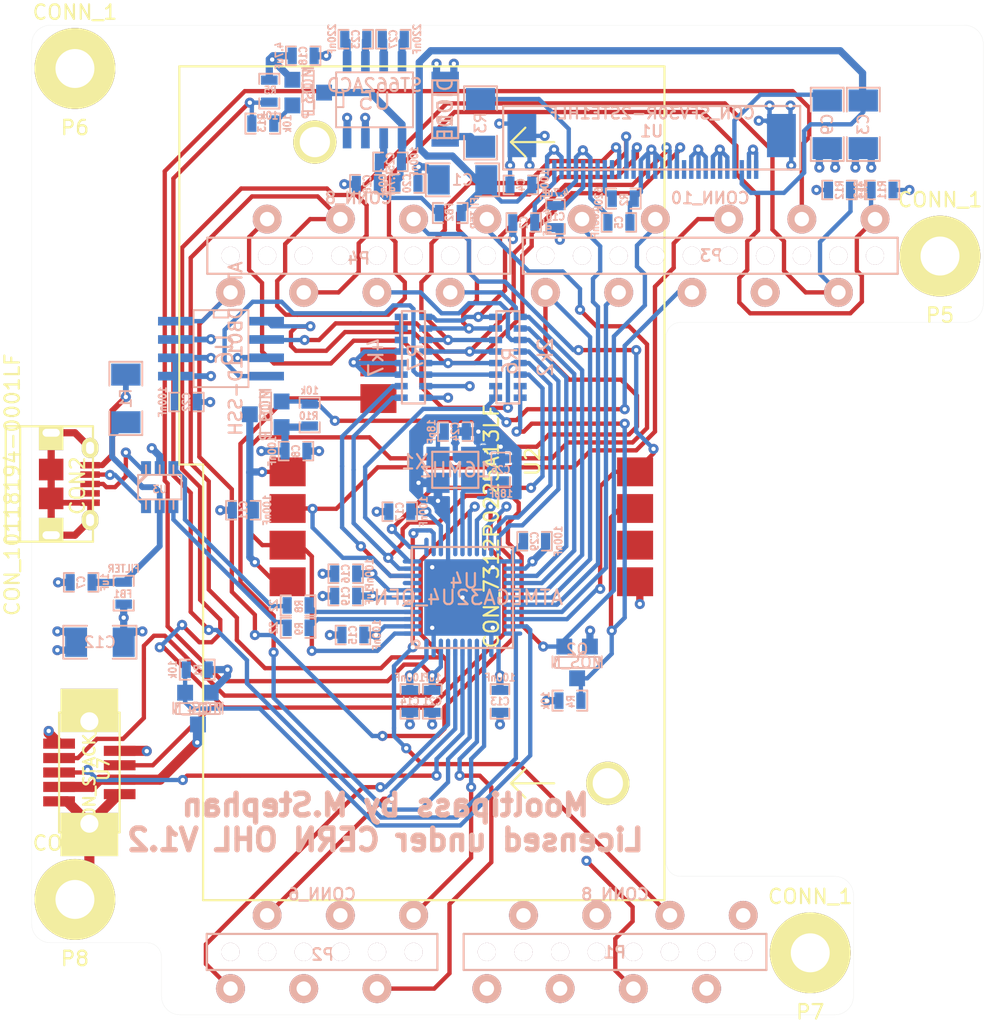
<source format=kicad_pcb>
(kicad_pcb (version 3) (host pcbnew "(2013-07-07 BZR 4022)-stable")
  (title_block (title Mooltipass) (rev 1.0))
  (layers (15 Top.Cu signal) (2 Interne2.Cu power hide) (1 Interne1.Cu power hide) (0 Bottom.Cu signal))
  (net 0 "")
  (net 1 +12V)
  (net 2 +3.3V)
  (net 3 +5V)
  (net 4 /12V_F)
  (net 5 /AREF)
  (net 6 /BL_POWER)
  (net 7 /DETECT_SC)
  (net 8 /FLASH_HV_nS)
  (net 9 /FLASH_nS)
  (net 10 /I2C_SCL)
  (net 11 /I2C_SDA)
  (net 12 /LCD_DnC)
  (net 13 /LCD_HV_DnC)
  (net 14 /LCD_HV_SS)
  (net 15 /LCD_HV_nRES)
  (net 16 /LCD_SS)
  (net 17 /LCD_nRES)
  (net 18 /LED_CAT)
  (net 19 /LED_PWM)
  (net 20 /PB4)
  (net 21 /PB5)
  (net 22 /PB6)
  (net 23 /PC6)
  (net 24 /PD2)
  (net 25 /PD3)
  (net 26 /PE6)
  (net 27 /PF0)
  (net 28 /PF1)
  (net 29 /PF6)
  (net 30 /PF7)
  (net 31 /SC_IO)
  (net 32 /SPI2_CLK)
  (net 33 /SPI2_HV_SCK)
  (net 34 /SPI2_MOSI)
  (net 35 /SPI_MISO)
  (net 36 /SPI_MOSI)
  (net 37 /SPI_SCK)
  (net 38 /USB_D+)
  (net 39 /USB_D-)
  (net 40 /VCC_SC)
  (net 41 /nCHANGE)
  (net 42 /nRESET)
  (net 43 GND)
  (net 44 N-0000015)
  (net 45 N-0000016)
  (net 46 N-000002)
  (net 47 N-000003)
  (net 48 N-0000038)
  (net 49 N-0000039)
  (net 50 N-000004)
  (net 51 N-0000040)
  (net 52 N-0000041)
  (net 53 N-0000042)
  (net 54 N-0000043)
  (net 55 N-0000051)
  (net 56 N-0000053)
  (net 57 N-0000056)
  (net 58 N-0000059)
  (net 59 N-0000060)
  (net 60 N-0000061)
  (net 61 N-000007)
  (net 62 VCC)
  (module HOLE_FIX_M2.5_SMALL (layer Top.Cu) (at 110.12 129.38)
    (fp_text reference P8)
    (fp_text value CONN_1)
    (pad 1 thru_hole circle (at 0 0) (size 5.6 5.6) (drill 2.7) (layers *.Cu *.Mask Dessus.SilkS) (net 43 GND))
  )
  (module HOLE_FIX_M2.5_SMALL (layer Top.Cu) (at 161.12 133.08)
    (fp_text reference P7)
    (fp_text value CONN_1)
    (pad 1 thru_hole circle (at 0 0) (size 5.6 5.6) (drill 2.7) (layers *.Cu *.Mask Dessus.SilkS) (net 43 GND))
  )
  (module HOLE_FIX_M2.5_SMALL (layer Top.Cu) (at 110.12 71.78)
    (fp_text reference P6)
    (fp_text value CONN_1)
    (pad 1 thru_hole circle (at 0 0) (size 5.6 5.6) (drill 2.7) (layers *.Cu *.Mask Dessus.SilkS) (net 43 GND))
  )
  (module HOLE_FIX_M2.5_SMALL (layer Top.Cu) (at 170.12 84.78)
    (fp_text reference P5)
    (fp_text value CONN_1)
    (pad 1 thru_hole circle (at 0 0) (size 5.6 5.6) (drill 2.7) (layers *.Cu *.Mask Dessus.SilkS) (net 43 GND))
  )
  (module SM0603_Resistor (layer Bottom.Cu) (at 123.15 75.6 180)
    (fp_text reference R13)
    (fp_text value 10k)
    (pad 1 smd rect (at -0.762 0 180) (size 0.635 1.143) (layers Bottom.Cu Dessous.Pate Dessous.Masque) (net 6 /BL_POWER))
    (pad 2 smd rect (at 0.762 0 180) (size 0.635 1.143) (layers Bottom.Cu Dessous.Pate Dessous.Masque) (net 56 N-0000053))
  )
  (module CON_FPC30_CH (layer Bottom.Cu) (at 150.12 78.78)
    (fp_text reference U1)
    (fp_text value CON_SFV30R-2STE1HLF)
    (pad 1 smd rect (at 7.25 0) (size 0.3 1.3) (layers Bottom.Cu Dessous.Pate Dessous.Masque) (net 43 GND))
    (pad 2 smd rect (at 6.75 0) (size 0.3 1.3) (layers Bottom.Cu Dessous.Pate Dessous.Masque) (net 43 GND))
    (pad 3 smd rect (at 6.25 0) (size 0.3 1.3) (layers Bottom.Cu Dessous.Pate Dessous.Masque) (net 4 /12V_F))
    (pad 4 smd rect (at 5.75 0) (size 0.3 1.3) (layers Bottom.Cu Dessous.Pate Dessous.Masque) (net 61 N-000007))
    (pad 5 smd rect (at 5.25 0) (size 0.3 1.3) (layers Bottom.Cu Dessous.Pate Dessous.Masque) (net 43 GND))
    (pad 6 smd rect (at 4.75 0) (size 0.3 1.3) (layers Bottom.Cu Dessous.Pate Dessous.Masque) (net 43 GND))
    (pad 7 smd rect (at 4.25 0) (size 0.3 1.3) (layers Bottom.Cu Dessous.Pate Dessous.Masque) (net 43 GND))
    (pad 8 smd rect (at 3.75 0) (size 0.3 1.3) (layers Bottom.Cu Dessous.Pate Dessous.Masque) (net 43 GND))
    (pad 9 smd rect (at 3.25 0) (size 0.3 1.3) (layers Bottom.Cu Dessous.Pate Dessous.Masque) (net 43 GND))
    (pad 10 smd rect (at 2.75 0) (size 0.3 1.3) (layers Bottom.Cu Dessous.Pate Dessous.Masque) (net 43 GND))
    (pad 11 smd rect (at 2.25 0) (size 0.3 1.3) (layers Bottom.Cu Dessous.Pate Dessous.Masque))
    (pad 12 smd rect (at 1.75 0) (size 0.3 1.3) (layers Bottom.Cu Dessous.Pate Dessous.Masque) (net 34 /SPI2_MOSI))
    (pad 13 smd rect (at 1.25 0) (size 0.3 1.3) (layers Bottom.Cu Dessous.Pate Dessous.Masque) (net 32 /SPI2_CLK))
    (pad 14 smd rect (at 0.75 0) (size 0.3 1.3) (layers Bottom.Cu Dessous.Pate Dessous.Masque) (net 43 GND))
    (pad 15 smd rect (at 0.25 0) (size 0.3 1.3) (layers Bottom.Cu Dessous.Pate Dessous.Masque) (net 43 GND))
    (pad 16 smd rect (at -0.25 0) (size 0.3 1.3) (layers Bottom.Cu Dessous.Pate Dessous.Masque) (net 43 GND))
    (pad 17 smd rect (at -0.75 0) (size 0.3 1.3) (layers Bottom.Cu Dessous.Pate Dessous.Masque) (net 43 GND))
    (pad 18 smd rect (at -1.25 0) (size 0.3 1.3) (layers Bottom.Cu Dessous.Pate Dessous.Masque) (net 12 /LCD_DnC))
    (pad 19 smd rect (at -1.75 0) (size 0.3 1.3) (layers Bottom.Cu Dessous.Pate Dessous.Masque) (net 16 /LCD_SS))
    (pad 20 smd rect (at -2.25 0) (size 0.3 1.3) (layers Bottom.Cu Dessous.Pate Dessous.Masque) (net 17 /LCD_nRES))
    (pad 21 smd rect (at -2.75 0) (size 0.3 1.3) (layers Bottom.Cu Dessous.Pate Dessous.Masque))
    (pad 22 smd rect (at -3.25 0) (size 0.3 1.3) (layers Bottom.Cu Dessous.Pate Dessous.Masque) (net 50 N-000004))
    (pad 23 smd rect (at -3.75 0) (size 0.3 1.3) (layers Bottom.Cu Dessous.Pate Dessous.Masque))
    (pad 24 smd rect (at -4.25 0) (size 0.3 1.3) (layers Bottom.Cu Dessous.Pate Dessous.Masque) (net 2 +3.3V))
    (pad 25 smd rect (at -4.75 0) (size 0.3 1.3) (layers Bottom.Cu Dessous.Pate Dessous.Masque) (net 47 N-000003))
    (pad 26 smd rect (at -5.25 0) (size 0.3 1.3) (layers Bottom.Cu Dessous.Pate Dessous.Masque) (net 2 +3.3V))
    (pad 27 smd rect (at -5.75 0) (size 0.3 1.3) (layers Bottom.Cu Dessous.Pate Dessous.Masque) (net 46 N-000002))
    (pad 28 smd rect (at -6.25 0) (size 0.3 1.3) (layers Bottom.Cu Dessous.Pate Dessous.Masque) (net 43 GND))
    (pad 29 smd rect (at -6.75 0) (size 0.3 1.3) (layers Bottom.Cu Dessous.Pate Dessous.Masque) (net 4 /12V_F))
    (pad 30 smd rect (at -7.25 0) (size 0.3 1.3) (layers Bottom.Cu Dessous.Pate Dessous.Masque) (net 43 GND))
    (pad 31 smd rect (at -9 -2.35) (size 2 3) (layers Bottom.Cu Dessous.Pate Dessous.Masque) (net 43 GND))
    (pad 32 smd rect (at 9 -2.35) (size 2 3) (layers Bottom.Cu Dessous.Pate Dessous.Masque) (net 43 GND))
  )
  (module SO8EN (layer Bottom.Cu) (at 120.25 91.2 270)
    (fp_text reference U6)
    (fp_text value AT45DB011D-SSH)
    (pad 8 smd rect (at -1.905 3.167 270) (size 0.59944 2.39954) (layers Bottom.Cu Dessous.Pate Dessous.Masque) (net 24 /PD2))
    (pad 1 smd rect (at -1.905 -3.167 270) (size 0.59944 2.39954) (layers Bottom.Cu Dessous.Pate Dessous.Masque) (net 34 /SPI2_MOSI))
    (pad 7 smd rect (at -0.635 3.167 270) (size 0.59944 2.39954) (layers Bottom.Cu Dessous.Pate Dessous.Masque) (net 43 GND))
    (pad 6 smd rect (at 0.635 3.167 270) (size 0.59944 2.39954) (layers Bottom.Cu Dessous.Pate Dessous.Masque) (net 2 +3.3V))
    (pad 5 smd rect (at 1.905 3.167 270) (size 0.59944 2.39954) (layers Bottom.Cu Dessous.Pate Dessous.Masque) (net 2 +3.3V))
    (pad 2 smd rect (at -0.635 -3.167 270) (size 0.59944 2.39954) (layers Bottom.Cu Dessous.Pate Dessous.Masque) (net 32 /SPI2_CLK))
    (pad 3 smd rect (at 0.635 -3.167 270) (size 0.59944 2.39954) (layers Bottom.Cu Dessous.Pate Dessous.Masque) (net 2 +3.3V))
    (pad 4 smd rect (at 1.905 -3.167 270) (size 0.59944 2.39954) (layers Bottom.Cu Dessous.Pate Dessous.Masque) (net 9 /FLASH_nS))
  )
  (module SM1206 (layer Bottom.Cu) (at 113.65 94.65 270)
    (fp_text reference F1)
    (fp_text value FUSE hide)
    (pad 1 smd rect (at -1.651 0 270) (size 1.524 2.032) (layers Bottom.Cu Dessous.Pate Dessous.Masque) (net 55 N-0000051))
    (pad 2 smd rect (at 1.651 0 270) (size 1.524 2.032) (layers Bottom.Cu Dessous.Pate Dessous.Masque) (net 62 VCC))
  )
  (module SM0603_Capa (layer Bottom.Cu) (at 166.1 80.2)
    (fp_text reference R11)
    (fp_text value 2k2)
    (pad 1 smd rect (at -0.762 0) (size 0.635 1.143) (layers Bottom.Cu Dessous.Pate Dessous.Masque) (net 10 /I2C_SCL))
    (pad 2 smd rect (at 0.762 0) (size 0.635 1.143) (layers Bottom.Cu Dessous.Pate Dessous.Masque) (net 3 +5V))
  )
  (module SM0603_Capa (layer Bottom.Cu) (at 163.15 80.2 180)
    (fp_text reference R12)
    (fp_text value 2k2)
    (pad 1 smd rect (at -0.762 0 180) (size 0.635 1.143) (layers Bottom.Cu Dessous.Pate Dessous.Masque) (net 11 /I2C_SDA))
    (pad 2 smd rect (at 0.762 0 180) (size 0.635 1.143) (layers Bottom.Cu Dessous.Pate Dessous.Masque) (net 3 +5V))
  )
  (module SM0603_Resistor (layer Bottom.Cu) (at 118.6 113.45)
    (fp_text reference R1)
    (fp_text value 10k)
    (pad 1 smd rect (at -0.762 0) (size 0.635 1.143) (layers Bottom.Cu Dessous.Pate Dessous.Masque) (net 19 /LED_PWM))
    (pad 2 smd rect (at 0.762 0) (size 0.635 1.143) (layers Bottom.Cu Dessous.Pate Dessous.Masque) (net 43 GND))
  )
  (module XTAL_3.2_2.5 (layer Bottom.Cu) (at 136.5 99.6)
    (fp_text reference X1)
    (fp_text value 16MHz)
    (pad 1 smd rect (at -1.2 -0.9) (size 1.6 1.4) (layers Bottom.Cu Dessous.Pate Dessous.Masque) (net 45 N-0000016))
    (pad 2 smd rect (at 1.2 -0.9) (size 1.6 1.4) (layers Bottom.Cu Dessous.Pate Dessous.Masque) (net 43 GND))
    (pad 3 smd rect (at 1.2 0.9) (size 1.6 1.4) (layers Bottom.Cu Dessous.Pate Dessous.Masque) (net 44 N-0000015))
    (pad 4 smd rect (at -1.2 0.9) (size 1.6 1.4) (layers Bottom.Cu Dessous.Pate Dessous.Masque) (net 43 GND))
  )
  (module tsot-6 (layer Bottom.Cu) (at 116 100.8)
    (fp_text reference U3)
    (fp_text value IP4234CZ6,125 hide)
    (pad 1 smd rect (at -0.94996 -1.30048) (size 0.69088 1.00076) (layers Bottom.Cu Dessous.Pate Dessous.Masque) (net 57 N-0000056))
    (pad 3 smd rect (at 0.94996 -1.30048) (size 0.69088 1.00076) (layers Bottom.Cu Dessous.Pate Dessous.Masque) (net 38 /USB_D+))
    (pad 2 smd rect (at 0 -1.30048) (size 0.69088 1.00076) (layers Bottom.Cu Dessous.Pate Dessous.Masque) (net 43 GND))
    (pad 4 smd rect (at 0.94996 1.30048) (size 0.69088 1.00076) (layers Bottom.Cu Dessous.Pate Dessous.Masque) (net 39 /USB_D-))
    (pad 6 smd rect (at -0.94996 1.30048) (size 0.69088 1.00076) (layers Bottom.Cu Dessous.Pate Dessous.Masque) (net 58 N-0000059))
    (pad 5 smd rect (at 0 1.30048) (size 0.69088 1.00076) (layers Bottom.Cu Dessous.Pate Dessous.Masque) (net 62 VCC))
  )
  (module SOT23GDS_L (layer Bottom.Cu) (at 126.3 73.45 270)
    (fp_text reference Q3)
    (fp_text value MOS_P)
    (pad S smd rect (at -0.889 1.1 270) (size 1.1 1.1) (layers Bottom.Cu Dessous.Pate Dessous.Masque) (net 3 +5V))
    (pad G smd rect (at 0.889 1.1 270) (size 1.1 1.1) (layers Bottom.Cu Dessous.Pate Dessous.Masque) (net 6 /BL_POWER))
    (pad D smd rect (at 0 -1.1 270) (size 1.1 1.1) (layers Bottom.Cu Dessous.Pate Dessous.Masque) (net 51 N-0000040))
  )
  (module SOT23GDS_L (layer Bottom.Cu) (at 144.95 112.95 180)
    (fp_text reference Q2)
    (fp_text value MOS_N)
    (pad S smd rect (at -0.889 1.1 180) (size 1.1 1.1) (layers Bottom.Cu Dessous.Pate Dessous.Masque) (net 43 GND))
    (pad G smd rect (at 0.889 1.1 180) (size 1.1 1.1) (layers Bottom.Cu Dessous.Pate Dessous.Masque) (net 36 /SPI_MOSI))
    (pad D smd rect (at 0 -1.1 180) (size 1.1 1.1) (layers Bottom.Cu Dessous.Pate Dessous.Masque) (net 31 /SC_IO))
  )
  (module SOT23GDS_L (layer Bottom.Cu) (at 123.35 95.75 90)
    (fp_text reference Q1)
    (fp_text value MOS_P)
    (pad S smd rect (at -0.889 1.1 90) (size 1.1 1.1) (layers Bottom.Cu Dessous.Pate Dessous.Masque) (net 3 +5V))
    (pad G smd rect (at 0.889 1.1 90) (size 1.1 1.1) (layers Bottom.Cu Dessous.Pate Dessous.Masque) (net 20 /PB4))
    (pad D smd rect (at 0 -1.1 90) (size 1.1 1.1) (layers Bottom.Cu Dessous.Pate Dessous.Masque) (net 40 /VCC_SC))
  )
  (module SOD-123 (layer Bottom.Cu) (at 135.8 74.6 90)
    (fp_text reference D1)
    (fp_text value DIODE)
    (pad 1 smd rect (at -1.9 0 90) (size 1.4 1.9) (layers Bottom.Cu Dessous.Pate Dessous.Masque) (net 48 N-0000038))
    (pad 2 smd rect (at 1.9 0 90) (size 1.4 1.9) (layers Bottom.Cu Dessous.Pate Dessous.Masque) (net 43 GND))
  )
  (module SO8E (layer Bottom.Cu) (at 130.9 73.95)
    (fp_text reference U5)
    (fp_text value ST662ACD)
    (pad 8 smd rect (at -1.905 2.667) (size 0.59944 1.39954) (layers Bottom.Cu Dessous.Pate Dessous.Masque) (net 43 GND))
    (pad 1 smd rect (at -1.905 -2.667) (size 0.59944 1.39954) (layers Bottom.Cu Dessous.Pate Dessous.Masque) (net 54 N-0000043))
    (pad 7 smd rect (at -0.635 2.667) (size 0.59944 1.39954) (layers Bottom.Cu Dessous.Pate Dessous.Masque) (net 43 GND))
    (pad 6 smd rect (at 0.635 2.667) (size 0.59944 1.39954) (layers Bottom.Cu Dessous.Pate Dessous.Masque) (net 1 +12V))
    (pad 5 smd rect (at 1.905 2.667) (size 0.59944 1.39954) (layers Bottom.Cu Dessous.Pate Dessous.Masque) (net 51 N-0000040))
    (pad 2 smd rect (at -0.635 -2.667) (size 0.59944 1.39954) (layers Bottom.Cu Dessous.Pate Dessous.Masque) (net 53 N-0000042))
    (pad 3 smd rect (at 0.635 -2.667) (size 0.59944 1.39954) (layers Bottom.Cu Dessous.Pate Dessous.Masque) (net 49 N-0000039))
    (pad 4 smd rect (at 1.905 -2.667) (size 0.59944 1.39954) (layers Bottom.Cu Dessous.Pate Dessous.Masque) (net 52 N-0000041))
  )
  (module SM1206 (layer Bottom.Cu) (at 162.3 75.65 270)
    (fp_text reference C9)
    (fp_text value 10uF hide)
    (pad 1 smd rect (at -1.651 0 270) (size 1.524 2.032) (layers Bottom.Cu Dessous.Pate Dessous.Masque) (net 61 N-000007))
    (pad 2 smd rect (at 1.651 0 270) (size 1.524 2.032) (layers Bottom.Cu Dessous.Pate Dessous.Masque) (net 43 GND))
  )
  (module SM1206 (layer Bottom.Cu) (at 164.8 75.65 270)
    (fp_text reference C3)
    (fp_text value 22uF hide)
    (pad 1 smd rect (at -1.651 0 270) (size 1.524 2.032) (layers Bottom.Cu Dessous.Pate Dessous.Masque) (net 4 /12V_F))
    (pad 2 smd rect (at 1.651 0 270) (size 1.524 2.032) (layers Bottom.Cu Dessous.Pate Dessous.Masque) (net 43 GND))
  )
  (module SM1206 (layer Bottom.Cu) (at 111.85 111.55 180)
    (fp_text reference C12)
    (fp_text value 10uF hide)
    (pad 1 smd rect (at -1.651 0 180) (size 1.524 2.032) (layers Bottom.Cu Dessous.Pate Dessous.Masque) (net 3 +5V))
    (pad 2 smd rect (at 1.651 0 180) (size 1.524 2.032) (layers Bottom.Cu Dessous.Pate Dessous.Masque) (net 43 GND))
  )
  (module SM1206 (layer Bottom.Cu) (at 138.25 75.55 270)
    (fp_text reference R3)
    (fp_text value 50 hide)
    (pad 1 smd rect (at -1.651 0 270) (size 1.524 2.032) (layers Bottom.Cu Dessous.Pate Dessous.Masque) (net 46 N-000002))
    (pad 2 smd rect (at 1.651 0 270) (size 1.524 2.032) (layers Bottom.Cu Dessous.Pate Dessous.Masque) (net 48 N-0000038))
  )
  (module SM1206 (layer Bottom.Cu) (at 137 79.5 180)
    (fp_text reference C1)
    (fp_text value 22uF hide)
    (pad 1 smd rect (at -1.651 0 180) (size 1.524 2.032) (layers Bottom.Cu Dessous.Pate Dessous.Masque) (net 4 /12V_F))
    (pad 2 smd rect (at 1.651 0 180) (size 1.524 2.032) (layers Bottom.Cu Dessous.Pate Dessous.Masque) (net 43 GND))
  )
  (module SM0603_Resistor (layer Bottom.Cu) (at 125.6 109)
    (fp_text reference R8)
    (fp_text value 22)
    (pad 1 smd rect (at -0.762 0) (size 0.635 1.143) (layers Bottom.Cu Dessous.Pate Dessous.Masque) (net 38 /USB_D+))
    (pad 2 smd rect (at 0.762 0) (size 0.635 1.143) (layers Bottom.Cu Dessous.Pate Dessous.Masque) (net 59 N-0000060))
  )
  (module SM0603_Resistor (layer Bottom.Cu) (at 125.6 110.55)
    (fp_text reference R9)
    (fp_text value 22)
    (pad 1 smd rect (at -0.762 0) (size 0.635 1.143) (layers Bottom.Cu Dessous.Pate Dessous.Masque) (net 39 /USB_D-))
    (pad 2 smd rect (at 0.762 0) (size 0.635 1.143) (layers Bottom.Cu Dessous.Pate Dessous.Masque) (net 60 N-0000061))
  )
  (module SM0603_Resistor (layer Bottom.Cu) (at 123.6 73.35 90)
    (fp_text reference R5)
    (fp_text value 10k)
    (pad 1 smd rect (at -0.762 0 90) (size 0.635 1.143) (layers Bottom.Cu Dessous.Pate Dessous.Masque) (net 56 N-0000053))
    (pad 2 smd rect (at 0.762 0 90) (size 0.635 1.143) (layers Bottom.Cu Dessous.Pate Dessous.Masque) (net 3 +5V))
  )
  (module SM0603_Resistor (layer Bottom.Cu) (at 136.15 81.8 180)
    (fp_text reference FB2)
    (fp_text value FILTER)
    (pad 1 smd rect (at -0.762 0 180) (size 0.635 1.143) (layers Bottom.Cu Dessous.Pate Dessous.Masque) (net 4 /12V_F))
    (pad 2 smd rect (at 0.762 0 180) (size 0.635 1.143) (layers Bottom.Cu Dessous.Pate Dessous.Masque) (net 1 +12V))
  )
  (module SM0603_Resistor (layer Bottom.Cu) (at 113.5 108.15 270)
    (fp_text reference FB1)
    (fp_text value FILTER)
    (pad 1 smd rect (at -0.762 0 270) (size 0.635 1.143) (layers Bottom.Cu Dessous.Pate Dessous.Masque) (net 62 VCC))
    (pad 2 smd rect (at 0.762 0 270) (size 0.635 1.143) (layers Bottom.Cu Dessous.Pate Dessous.Masque) (net 3 +5V))
  )
  (module SM0603_Resistor (layer Bottom.Cu) (at 148.15 80.8)
    (fp_text reference R2)
    (fp_text value 620k)
    (pad 1 smd rect (at -0.762 0) (size 0.635 1.143) (layers Bottom.Cu Dessous.Pate Dessous.Masque) (net 50 N-000004))
    (pad 2 smd rect (at 0.762 0) (size 0.635 1.143) (layers Bottom.Cu Dessous.Pate Dessous.Masque) (net 43 GND))
  )
  (module SM0603_Resistor (layer Bottom.Cu) (at 144.45 115.6)
    (fp_text reference R4)
    (fp_text value 10k)
    (pad 1 smd rect (at -0.762 0) (size 0.635 1.143) (layers Bottom.Cu Dessous.Pate Dessous.Masque) (net 3 +5V))
    (pad 2 smd rect (at 0.762 0) (size 0.635 1.143) (layers Bottom.Cu Dessous.Pate Dessous.Masque) (net 31 /SC_IO))
  )
  (module SM0603_Resistor (layer Bottom.Cu) (at 126.4 95.8 270)
    (fp_text reference R10)
    (fp_text value 10k)
    (pad 1 smd rect (at -0.762 0 270) (size 0.635 1.143) (layers Bottom.Cu Dessous.Pate Dessous.Masque) (net 20 /PB4))
    (pad 2 smd rect (at 0.762 0 270) (size 0.635 1.143) (layers Bottom.Cu Dessous.Pate Dessous.Masque) (net 3 +5V))
  )
  (module SM0603_Capa (layer Bottom.Cu) (at 139.6 115.65 270)
    (fp_text reference C13)
    (fp_text value 100nF)
    (pad 1 smd rect (at -0.762 0 270) (size 0.635 1.143) (layers Bottom.Cu Dessous.Pate Dessous.Masque) (net 3 +5V))
    (pad 2 smd rect (at 0.762 0 270) (size 0.635 1.143) (layers Bottom.Cu Dessous.Pate Dessous.Masque) (net 43 GND))
  )
  (module SM0603_Capa (layer Bottom.Cu) (at 142 104.55 180)
    (fp_text reference C29)
    (fp_text value 100nF)
    (pad 1 smd rect (at -0.762 0 180) (size 0.635 1.143) (layers Bottom.Cu Dessous.Pate Dessous.Masque) (net 3 +5V))
    (pad 2 smd rect (at 0.762 0 180) (size 0.635 1.143) (layers Bottom.Cu Dessous.Pate Dessous.Masque) (net 43 GND))
  )
  (module SM0603_Capa (layer Bottom.Cu) (at 110.55 107.4 180)
    (fp_text reference C7)
    (fp_text value 1uF)
    (pad 1 smd rect (at -0.762 0 180) (size 0.635 1.143) (layers Bottom.Cu Dessous.Pate Dessous.Masque) (net 62 VCC))
    (pad 2 smd rect (at 0.762 0 180) (size 0.635 1.143) (layers Bottom.Cu Dessous.Pate Dessous.Masque) (net 43 GND))
  )
  (module SM0603_Capa (layer Bottom.Cu) (at 132.65 102.5 180)
    (fp_text reference C17)
    (fp_text value 100nF)
    (pad 1 smd rect (at -0.762 0 180) (size 0.635 1.143) (layers Bottom.Cu Dessous.Pate Dessous.Masque) (net 3 +5V))
    (pad 2 smd rect (at 0.762 0 180) (size 0.635 1.143) (layers Bottom.Cu Dessous.Pate Dessous.Masque) (net 43 GND))
  )
  (module SM0603_Capa (layer Bottom.Cu) (at 125.95 70.9)
    (fp_text reference C18)
    (fp_text value 4.7uF)
    (pad 1 smd rect (at -0.762 0) (size 0.635 1.143) (layers Bottom.Cu Dessous.Pate Dessous.Masque) (net 3 +5V))
    (pad 2 smd rect (at 0.762 0) (size 0.635 1.143) (layers Bottom.Cu Dessous.Pate Dessous.Masque) (net 43 GND))
  )
  (module SM0603_Capa (layer Bottom.Cu) (at 128.9 108.35 180)
    (fp_text reference C19)
    (fp_text value 1uF)
    (pad 1 smd rect (at -0.762 0 180) (size 0.635 1.143) (layers Bottom.Cu Dessous.Pate Dessous.Masque) (net 2 +3.3V))
    (pad 2 smd rect (at 0.762 0 180) (size 0.635 1.143) (layers Bottom.Cu Dessous.Pate Dessous.Masque) (net 43 GND))
  )
  (module SM0603_Capa (layer Bottom.Cu) (at 132 78.25 180)
    (fp_text reference C25)
    (fp_text value 100nF)
    (pad 1 smd rect (at -0.762 0 180) (size 0.635 1.143) (layers Bottom.Cu Dessous.Pate Dessous.Masque) (net 51 N-0000040))
    (pad 2 smd rect (at 0.762 0 180) (size 0.635 1.143) (layers Bottom.Cu Dessous.Pate Dessous.Masque) (net 1 +12V))
  )
  (module SM0603_Capa (layer Bottom.Cu) (at 130.4 79.8 180)
    (fp_text reference C28)
    (fp_text value 4.7uF)
    (pad 1 smd rect (at -0.762 0 180) (size 0.635 1.143) (layers Bottom.Cu Dessous.Pate Dessous.Masque) (net 1 +12V))
    (pad 2 smd rect (at 0.762 0 180) (size 0.635 1.143) (layers Bottom.Cu Dessous.Pate Dessous.Masque) (net 43 GND))
  )
  (module SM0603_Capa (layer Bottom.Cu) (at 132.2 69.75 180)
    (fp_text reference C27)
    (fp_text value 220nF)
    (pad 1 smd rect (at -0.762 0 180) (size 0.635 1.143) (layers Bottom.Cu Dessous.Pate Dessous.Masque) (net 52 N-0000041))
    (pad 2 smd rect (at 0.762 0 180) (size 0.635 1.143) (layers Bottom.Cu Dessous.Pate Dessous.Masque) (net 49 N-0000039))
  )
  (module SM0603_Capa (layer Bottom.Cu) (at 129.6 69.75)
    (fp_text reference C23)
    (fp_text value 220nF)
    (pad 1 smd rect (at -0.762 0) (size 0.635 1.143) (layers Bottom.Cu Dessous.Pate Dessous.Masque) (net 54 N-0000043))
    (pad 2 smd rect (at 0.762 0) (size 0.635 1.143) (layers Bottom.Cu Dessous.Pate Dessous.Masque) (net 53 N-0000042))
  )
  (module SM0603_Capa (layer Bottom.Cu) (at 133.15 79.75)
    (fp_text reference C20)
    (fp_text value 100nF)
    (pad 1 smd rect (at -0.762 0) (size 0.635 1.143) (layers Bottom.Cu Dessous.Pate Dessous.Masque) (net 51 N-0000040))
    (pad 2 smd rect (at 0.762 0) (size 0.635 1.143) (layers Bottom.Cu Dessous.Pate Dessous.Masque) (net 43 GND))
  )
  (module SM0603_Capa (layer Bottom.Cu) (at 134.9 115.65 270)
    (fp_text reference C21)
    (fp_text value 1uF)
    (pad 1 smd rect (at -0.762 0 270) (size 0.635 1.143) (layers Bottom.Cu Dessous.Pate Dessous.Masque) (net 5 /AREF))
    (pad 2 smd rect (at 0.762 0 270) (size 0.635 1.143) (layers Bottom.Cu Dessous.Pate Dessous.Masque) (net 43 GND))
  )
  (module SM0603_Capa (layer Bottom.Cu) (at 129.4 111.05 180)
    (fp_text reference C15)
    (fp_text value 100nF)
    (pad 1 smd rect (at -0.762 0 180) (size 0.635 1.143) (layers Bottom.Cu Dessous.Pate Dessous.Masque) (net 3 +5V))
    (pad 2 smd rect (at 0.762 0 180) (size 0.635 1.143) (layers Bottom.Cu Dessous.Pate Dessous.Masque) (net 43 GND))
  )
  (module SM0603_Capa (layer Bottom.Cu) (at 143.45 82.05 270)
    (fp_text reference C10)
    (fp_text value 4.7uF)
    (pad 1 smd rect (at -0.762 0 270) (size 0.635 1.143) (layers Bottom.Cu Dessous.Pate Dessous.Masque) (net 47 N-000003))
    (pad 2 smd rect (at 0.762 0 270) (size 0.635 1.143) (layers Bottom.Cu Dessous.Pate Dessous.Masque) (net 43 GND))
  )
  (module SM0603_Capa (layer Bottom.Cu) (at 147.85 82.45)
    (fp_text reference C5)
    (fp_text value 100nF)
    (pad 1 smd rect (at -0.762 0) (size 0.635 1.143) (layers Bottom.Cu Dessous.Pate Dessous.Masque) (net 2 +3.3V))
    (pad 2 smd rect (at 0.762 0) (size 0.635 1.143) (layers Bottom.Cu Dessous.Pate Dessous.Masque) (net 43 GND))
  )
  (module SM0603_Capa (layer Bottom.Cu) (at 141.25 82.45 180)
    (fp_text reference C2)
    (fp_text value 4.7uF)
    (pad 1 smd rect (at -0.762 0 180) (size 0.635 1.143) (layers Bottom.Cu Dessous.Pate Dessous.Masque) (net 2 +3.3V))
    (pad 2 smd rect (at 0.762 0 180) (size 0.635 1.143) (layers Bottom.Cu Dessous.Pate Dessous.Masque) (net 43 GND))
  )
  (module SM0603_Capa (layer Bottom.Cu) (at 125.45 98.3)
    (fp_text reference C8)
    (fp_text value 100nF)
    (pad 1 smd rect (at -0.762 0) (size 0.635 1.143) (layers Bottom.Cu Dessous.Pate Dessous.Masque) (net 3 +5V))
    (pad 2 smd rect (at 0.762 0) (size 0.635 1.143) (layers Bottom.Cu Dessous.Pate Dessous.Masque) (net 43 GND))
  )
  (module SM0603_Capa (layer Bottom.Cu) (at 141.05 79.85 180)
    (fp_text reference C4)
    (fp_text value 100nF)
    (pad 1 smd rect (at -0.762 0 180) (size 0.635 1.143) (layers Bottom.Cu Dessous.Pate Dessous.Masque) (net 4 /12V_F))
    (pad 2 smd rect (at 0.762 0 180) (size 0.635 1.143) (layers Bottom.Cu Dessous.Pate Dessous.Masque) (net 43 GND))
  )
  (module SM0603_Capa (layer Bottom.Cu) (at 133.35 115.65 270)
    (fp_text reference C14)
    (fp_text value 100nF)
    (pad 1 smd rect (at -0.762 0 270) (size 0.635 1.143) (layers Bottom.Cu Dessous.Pate Dessous.Masque) (net 3 +5V))
    (pad 2 smd rect (at 0.762 0 270) (size 0.635 1.143) (layers Bottom.Cu Dessous.Pate Dessous.Masque) (net 43 GND))
  )
  (module SM0603_Capa (layer Bottom.Cu) (at 128.9 106.8 180)
    (fp_text reference C16)
    (fp_text value 100nF)
    (pad 1 smd rect (at -0.762 0 180) (size 0.635 1.143) (layers Bottom.Cu Dessous.Pate Dessous.Masque) (net 3 +5V))
    (pad 2 smd rect (at 0.762 0 180) (size 0.635 1.143) (layers Bottom.Cu Dessous.Pate Dessous.Masque) (net 43 GND))
  )
  (module SM0603_Capa (layer Bottom.Cu) (at 117.85 94.9)
    (fp_text reference C22)
    (fp_text value 100nF)
    (pad 1 smd rect (at -0.762 0) (size 0.635 1.143) (layers Bottom.Cu Dessous.Pate Dessous.Masque) (net 2 +3.3V))
    (pad 2 smd rect (at 0.762 0) (size 0.635 1.143) (layers Bottom.Cu Dessous.Pate Dessous.Masque) (net 43 GND))
  )
  (module SM0603_Capa (layer Bottom.Cu) (at 139.65 99.6 90)
    (fp_text reference C26)
    (fp_text value 18pF)
    (pad 1 smd rect (at -0.762 0 90) (size 0.635 1.143) (layers Bottom.Cu Dessous.Pate Dessous.Masque) (net 44 N-0000015))
    (pad 2 smd rect (at 0.762 0 90) (size 0.635 1.143) (layers Bottom.Cu Dessous.Pate Dessous.Masque) (net 43 GND))
  )
  (module SM0603_Capa (layer Bottom.Cu) (at 136.5 96.95)
    (fp_text reference C24)
    (fp_text value 18pF)
    (pad 1 smd rect (at -0.762 0) (size 0.635 1.143) (layers Bottom.Cu Dessous.Pate Dessous.Masque) (net 45 N-0000016))
    (pad 2 smd rect (at 0.762 0) (size 0.635 1.143) (layers Bottom.Cu Dessous.Pate Dessous.Masque) (net 43 GND))
  )
  (module SM0603_Capa (layer Bottom.Cu) (at 121.8 102.4 180)
    (fp_text reference C11)
    (fp_text value 100nF)
    (pad 1 smd rect (at -0.762 0 180) (size 0.635 1.143) (layers Bottom.Cu Dessous.Pate Dessous.Masque) (net 40 /VCC_SC))
    (pad 2 smd rect (at 0.762 0 180) (size 0.635 1.143) (layers Bottom.Cu Dessous.Pate Dessous.Masque) (net 43 GND))
  )
  (module RNETWORK8_0603 (layer Bottom.Cu) (at 140.15 91.8 90)
    (fp_text reference R6)
    (fp_text value 2k2)
    (pad 1 smd rect (at -2.8 -0.85 90) (size 0.45 0.9) (layers Bottom.Cu Dessous.Pate Dessous.Masque) (net 35 /SPI_MISO))
    (pad 2 smd rect (at -2 -0.85 90) (size 0.45 0.9) (layers Bottom.Cu Dessous.Pate Dessous.Masque) (net 35 /SPI_MISO))
    (pad 3 smd rect (at -1.2 -0.85 90) (size 0.45 0.9) (layers Bottom.Cu Dessous.Pate Dessous.Masque) (net 9 /FLASH_nS))
    (pad 4 smd rect (at -0.4 -0.85 90) (size 0.45 0.9) (layers Bottom.Cu Dessous.Pate Dessous.Masque) (net 34 /SPI2_MOSI))
    (pad 5 smd rect (at 0.4 -0.85 90) (size 0.45 0.9) (layers Bottom.Cu Dessous.Pate Dessous.Masque) (net 32 /SPI2_CLK))
    (pad 6 smd rect (at 1.2 -0.85 90) (size 0.45 0.9) (layers Bottom.Cu Dessous.Pate Dessous.Masque) (net 17 /LCD_nRES))
    (pad 7 smd rect (at 2 -0.85 90) (size 0.45 0.9) (layers Bottom.Cu Dessous.Pate Dessous.Masque) (net 16 /LCD_SS))
    (pad 8 smd rect (at 2.8 -0.85 90) (size 0.45 0.9) (layers Bottom.Cu Dessous.Pate Dessous.Masque) (net 12 /LCD_DnC))
    (pad 9 smd rect (at 2.8 0.85 90) (size 0.45 0.9) (layers Bottom.Cu Dessous.Pate Dessous.Masque) (net 13 /LCD_HV_DnC))
    (pad 10 smd rect (at 2 0.85 90) (size 0.45 0.9) (layers Bottom.Cu Dessous.Pate Dessous.Masque) (net 14 /LCD_HV_SS))
    (pad 11 smd rect (at 1.2 0.85 90) (size 0.45 0.9) (layers Bottom.Cu Dessous.Pate Dessous.Masque) (net 15 /LCD_HV_nRES))
    (pad 12 smd rect (at 0.4 0.85 90) (size 0.45 0.9) (layers Bottom.Cu Dessous.Pate Dessous.Masque) (net 33 /SPI2_HV_SCK))
    (pad 13 smd rect (at -0.4 0.85 90) (size 0.45 0.9) (layers Bottom.Cu Dessous.Pate Dessous.Masque) (net 25 /PD3))
    (pad 14 smd rect (at -1.2 0.85 90) (size 0.45 0.9) (layers Bottom.Cu Dessous.Pate Dessous.Masque) (net 8 /FLASH_HV_nS))
    (pad 15 smd rect (at -2 0.85 90) (size 0.45 0.9) (layers Bottom.Cu Dessous.Pate Dessous.Masque) (net 31 /SC_IO))
    (pad 16 smd rect (at -2.8 0.85 90) (size 0.45 0.9) (layers Bottom.Cu Dessous.Pate Dessous.Masque) (net 31 /SC_IO))
  )
  (module RNETWORK8_0603 (layer Bottom.Cu) (at 133.6 91.8 270)
    (fp_text reference R7)
    (fp_text value 4k7)
    (pad 1 smd rect (at -2.8 -0.85 270) (size 0.45 0.9) (layers Bottom.Cu Dessous.Pate Dessous.Masque) (net 12 /LCD_DnC))
    (pad 2 smd rect (at -2 -0.85 270) (size 0.45 0.9) (layers Bottom.Cu Dessous.Pate Dessous.Masque) (net 16 /LCD_SS))
    (pad 3 smd rect (at -1.2 -0.85 270) (size 0.45 0.9) (layers Bottom.Cu Dessous.Pate Dessous.Masque) (net 17 /LCD_nRES))
    (pad 4 smd rect (at -0.4 -0.85 270) (size 0.45 0.9) (layers Bottom.Cu Dessous.Pate Dessous.Masque) (net 32 /SPI2_CLK))
    (pad 5 smd rect (at 0.4 -0.85 270) (size 0.45 0.9) (layers Bottom.Cu Dessous.Pate Dessous.Masque) (net 34 /SPI2_MOSI))
    (pad 6 smd rect (at 1.2 -0.85 270) (size 0.45 0.9) (layers Bottom.Cu Dessous.Pate Dessous.Masque) (net 9 /FLASH_nS))
    (pad 7 smd rect (at 2 -0.85 270) (size 0.45 0.9) (layers Bottom.Cu Dessous.Pate Dessous.Masque) (net 3 +5V))
    (pad 8 smd rect (at 2.8 -0.85 270) (size 0.45 0.9) (layers Bottom.Cu Dessous.Pate Dessous.Masque) (net 43 GND))
    (pad 9 smd rect (at 2.8 0.85 270) (size 0.45 0.9) (layers Bottom.Cu Dessous.Pate Dessous.Masque) (net 36 /SPI_MOSI))
    (pad 10 smd rect (at 2 0.85 270) (size 0.45 0.9) (layers Bottom.Cu Dessous.Pate Dessous.Masque) (net 42 /nRESET))
    (pad 11 smd rect (at 1.2 0.85 270) (size 0.45 0.9) (layers Bottom.Cu Dessous.Pate Dessous.Masque) (net 43 GND))
    (pad 12 smd rect (at 0.4 0.85 270) (size 0.45 0.9) (layers Bottom.Cu Dessous.Pate Dessous.Masque) (net 43 GND))
    (pad 13 smd rect (at -0.4 0.85 270) (size 0.45 0.9) (layers Bottom.Cu Dessous.Pate Dessous.Masque) (net 43 GND))
    (pad 14 smd rect (at -1.2 0.85 270) (size 0.45 0.9) (layers Bottom.Cu Dessous.Pate Dessous.Masque) (net 43 GND))
    (pad 15 smd rect (at -2 0.85 270) (size 0.45 0.9) (layers Bottom.Cu Dessous.Pate Dessous.Masque) (net 43 GND))
    (pad 16 smd rect (at -2.8 0.85 270) (size 0.45 0.9) (layers Bottom.Cu Dessous.Pate Dessous.Masque) (net 43 GND))
  )
  (module QFN44 (layer Bottom.Cu) (at 137 108.45)
    (fp_text reference U4)
    (fp_text value ATMEGA32U4_QFN)
    (pad 1 smd oval (at -3.5 2.5 270) (size 0.3 1.3) (layers Bottom.Cu Dessous.Pate Dessous.Masque) (net 26 /PE6))
    (pad 2 smd oval (at -3.5 2 270) (size 0.3 1.3) (layers Bottom.Cu Dessous.Pate Dessous.Masque) (net 3 +5V))
    (pad 3 smd oval (at -3.5 1.5 270) (size 0.3 1.3) (layers Bottom.Cu Dessous.Pate Dessous.Masque) (net 60 N-0000061))
    (pad 4 smd oval (at -3.5 1 270) (size 0.3 1.3) (layers Bottom.Cu Dessous.Pate Dessous.Masque) (net 59 N-0000060))
    (pad 5 smd oval (at -3.5 0.5 270) (size 0.3 1.3) (layers Bottom.Cu Dessous.Pate Dessous.Masque) (net 43 GND))
    (pad 6 smd oval (at -3.5 0 270) (size 0.3 1.3) (layers Bottom.Cu Dessous.Pate Dessous.Masque) (net 2 +3.3V))
    (pad 7 smd oval (at -3.5 -0.5 270) (size 0.3 1.3) (layers Bottom.Cu Dessous.Pate Dessous.Masque) (net 3 +5V))
    (pad 8 smd oval (at -3.5 -1 270) (size 0.3 1.3) (layers Bottom.Cu Dessous.Pate Dessous.Masque))
    (pad 9 smd oval (at -3.5 -1.5 270) (size 0.3 1.3) (layers Bottom.Cu Dessous.Pate Dessous.Masque) (net 37 /SPI_SCK))
    (pad 10 smd oval (at -3.5 -2 270) (size 0.3 1.3) (layers Bottom.Cu Dessous.Pate Dessous.Masque) (net 36 /SPI_MOSI))
    (pad 11 smd oval (at -3.5 -2.5 270) (size 0.3 1.3) (layers Bottom.Cu Dessous.Pate Dessous.Masque) (net 35 /SPI_MISO))
    (pad 12 smd oval (at -2.5 -3.5) (size 0.3 1.3) (layers Bottom.Cu Dessous.Pate Dessous.Masque) (net 8 /FLASH_HV_nS))
    (pad 13 smd oval (at -2 -3.5) (size 0.3 1.3) (layers Bottom.Cu Dessous.Pate Dessous.Masque) (net 42 /nRESET))
    (pad 14 smd oval (at -1.5 -3.5) (size 0.3 1.3) (layers Bottom.Cu Dessous.Pate Dessous.Masque) (net 3 +5V))
    (pad 15 smd oval (at -1 -3.5) (size 0.3 1.3) (layers Bottom.Cu Dessous.Pate Dessous.Masque) (net 43 GND))
    (pad 16 smd oval (at -0.5 -3.5) (size 0.3 1.3) (layers Bottom.Cu Dessous.Pate Dessous.Masque) (net 45 N-0000016))
    (pad 17 smd oval (at 0 -3.5) (size 0.3 1.3) (layers Bottom.Cu Dessous.Pate Dessous.Masque) (net 44 N-0000015))
    (pad 18 smd oval (at 0.5 -3.5) (size 0.3 1.3) (layers Bottom.Cu Dessous.Pate Dessous.Masque) (net 10 /I2C_SCL))
    (pad 19 smd oval (at 1 -3.5) (size 0.3 1.3) (layers Bottom.Cu Dessous.Pate Dessous.Masque) (net 11 /I2C_SDA))
    (pad 20 smd oval (at 1.5 -3.5) (size 0.3 1.3) (layers Bottom.Cu Dessous.Pate Dessous.Masque) (net 24 /PD2))
    (pad 21 smd oval (at 2 -3.5) (size 0.3 1.3) (layers Bottom.Cu Dessous.Pate Dessous.Masque) (net 25 /PD3))
    (pad 22 smd oval (at 2.5 -3.5) (size 0.3 1.3) (layers Bottom.Cu Dessous.Pate Dessous.Masque) (net 33 /SPI2_HV_SCK))
    (pad 23 smd oval (at 3.5 -2.5 270) (size 0.3 1.3) (layers Bottom.Cu Dessous.Pate Dessous.Masque) (net 43 GND))
    (pad 24 smd oval (at 3.5 -2 270) (size 0.3 1.3) (layers Bottom.Cu Dessous.Pate Dessous.Masque) (net 3 +5V))
    (pad 25 smd oval (at 3.5 -1.5 270) (size 0.3 1.3) (layers Bottom.Cu Dessous.Pate Dessous.Masque) (net 15 /LCD_HV_nRES))
    (pad 26 smd oval (at 3.5 -1 270) (size 0.3 1.3) (layers Bottom.Cu Dessous.Pate Dessous.Masque) (net 14 /LCD_HV_SS))
    (pad 27 smd oval (at 3.5 -0.5 270) (size 0.3 1.3) (layers Bottom.Cu Dessous.Pate Dessous.Masque) (net 13 /LCD_HV_DnC))
    (pad 28 smd oval (at 3.5 0 270) (size 0.3 1.3) (layers Bottom.Cu Dessous.Pate Dessous.Masque) (net 20 /PB4))
    (pad 29 smd oval (at 3.5 0.5 270) (size 0.3 1.3) (layers Bottom.Cu Dessous.Pate Dessous.Masque) (net 21 /PB5))
    (pad 30 smd oval (at 3.5 1 270) (size 0.3 1.3) (layers Bottom.Cu Dessous.Pate Dessous.Masque) (net 22 /PB6))
    (pad 31 smd oval (at 3.5 1.5 270) (size 0.3 1.3) (layers Bottom.Cu Dessous.Pate Dessous.Masque) (net 23 /PC6))
    (pad 32 smd oval (at 3.5 2 270) (size 0.3 1.3) (layers Bottom.Cu Dessous.Pate Dessous.Masque) (net 19 /LED_PWM))
    (pad 33 smd oval (at 3.5 2.5 270) (size 0.3 1.3) (layers Bottom.Cu Dessous.Pate Dessous.Masque) (net 56 N-0000053))
    (pad 34 smd oval (at 2.5 3.5) (size 0.3 1.3) (layers Bottom.Cu Dessous.Pate Dessous.Masque) (net 3 +5V))
    (pad 35 smd oval (at 2 3.5) (size 0.3 1.3) (layers Bottom.Cu Dessous.Pate Dessous.Masque) (net 43 GND))
    (pad 36 smd oval (at 1.5 3.5) (size 0.3 1.3) (layers Bottom.Cu Dessous.Pate Dessous.Masque) (net 30 /PF7))
    (pad 37 smd oval (at 1 3.5) (size 0.3 1.3) (layers Bottom.Cu Dessous.Pate Dessous.Masque) (net 29 /PF6))
    (pad 38 smd oval (at 0.5 3.5) (size 0.3 1.3) (layers Bottom.Cu Dessous.Pate Dessous.Masque) (net 7 /DETECT_SC))
    (pad 39 smd oval (at 0 3.5) (size 0.3 1.3) (layers Bottom.Cu Dessous.Pate Dessous.Masque) (net 41 /nCHANGE))
    (pad 40 smd oval (at -0.5 3.5) (size 0.3 1.3) (layers Bottom.Cu Dessous.Pate Dessous.Masque) (net 28 /PF1))
    (pad 41 smd oval (at -1 3.5) (size 0.3 1.3) (layers Bottom.Cu Dessous.Pate Dessous.Masque) (net 27 /PF0))
    (pad 42 smd oval (at -1.5 3.5) (size 0.3 1.3) (layers Bottom.Cu Dessous.Pate Dessous.Masque) (net 5 /AREF))
    (pad 43 smd oval (at -2 3.5) (size 0.3 1.3) (layers Bottom.Cu Dessous.Pate Dessous.Masque) (net 43 GND))
    (pad 44 smd oval (at -2.5 3.5) (size 0.3 1.3) (layers Bottom.Cu Dessous.Pate Dessous.Masque) (net 3 +5V))
    (pad 45 smd rect (at 0 0) (size 5.3 5.3) (layers Bottom.Cu Dessous.Pate Dessous.Masque) (net 43 GND))
  )
  (module CONSMART_7312P022XA13LF (layer Top.Cu) (at 126.76 76.88 90)
    (fp_text reference U2)
    (fp_text value CON_7312P0225A13LF)
    (pad FIX1 thru_hole circle (at 0 0 90) (size 3 3) (drill 2.1) (layers *.Cu *.Mask Dessus.SilkS) (net 43 GND))
    (pad FIX2 thru_hole circle (at -44.45 20.32 90) (size 3 3) (drill 2.1) (layers *.Cu *.Mask Dessus.SilkS) (net 43 GND))
    (pad C8 smd rect (at -22.86 22.21 90) (size 2 2.5) (layers Top.Cu Dessus.Pate Dessus.Masque) (net 23 /PC6))
    (pad C7 smd rect (at -25.4 22.21 90) (size 2 2.5) (layers Top.Cu Dessus.Pate Dessus.Masque) (net 31 /SC_IO))
    (pad C6 smd rect (at -27.94 22.21 90) (size 2 2.5) (layers Top.Cu Dessus.Pate Dessus.Masque))
    (pad C5 smd rect (at -30.48 22.21 90) (size 2 2.5) (layers Top.Cu Dessus.Pate Dessus.Masque) (net 43 GND))
    (pad C4 smd rect (at -22.86 -1.89 90) (size 2 2.5) (layers Top.Cu Dessus.Pate Dessus.Masque) (net 40 /VCC_SC))
    (pad C3 smd rect (at -25.4 -1.89 90) (size 2 2.5) (layers Top.Cu Dessus.Pate Dessus.Masque) (net 37 /SPI_SCK))
    (pad C2 smd rect (at -27.94 -1.89 90) (size 2 2.5) (layers Top.Cu Dessus.Pate Dessus.Masque) (net 26 /PE6))
    (pad C1 smd rect (at -30.48 -1.89 90) (size 2 2.5) (layers Top.Cu Dessus.Pate Dessus.Masque) (net 40 /VCC_SC))
    (pad S1 smd rect (at -17.78 4.41 90) (size 2 2.5) (layers Top.Cu Dessus.Pate Dessus.Masque) (net 7 /DETECT_SC))
    (pad S2 smd rect (at -15.24 4.41 90) (size 2 2.5) (layers Top.Cu Dessus.Pate Dessus.Masque) (net 43 GND))
  )
  (module SOT23GDS_L (layer Bottom.Cu) (at 118.65 116.15 180)
    (fp_text reference Q4)
    (fp_text value MOS_N)
    (pad S smd rect (at -0.889 1.1 180) (size 1.1 1.1) (layers Bottom.Cu Dessous.Pate Dessous.Masque) (net 43 GND))
    (pad G smd rect (at 0.889 1.1 180) (size 1.1 1.1) (layers Bottom.Cu Dessous.Pate Dessous.Masque) (net 19 /LED_PWM))
    (pad D smd rect (at 0 -1.1 180) (size 1.1 1.1) (layers Bottom.Cu Dessous.Pate Dessous.Masque) (net 18 /LED_CAT))
  )
  (module CONUSB_10118194 (layer Top.Cu) (at 111.17 100.58 270)
    (fp_text reference CON2)
    (fp_text value CON_10118194-0001LF)
    (pad 1 smd rect (at -1.3 0 270) (size 0.45 1.35) (layers Top.Cu Dessus.Pate Dessus.Masque) (net 55 N-0000051))
    (pad 2 smd rect (at -0.65 0 270) (size 0.45 1.35) (layers Top.Cu Dessus.Pate Dessus.Masque) (net 58 N-0000059))
    (pad 3 smd rect (at 0 0 270) (size 0.45 1.35) (layers Top.Cu Dessus.Pate Dessus.Masque) (net 57 N-0000056))
    (pad 4 smd rect (at 0.65 0 270) (size 0.45 1.35) (layers Top.Cu Dessus.Pate Dessus.Masque))
    (pad 5 smd rect (at 1.3 0 270) (size 0.45 1.35) (layers Top.Cu Dessus.Pate Dessus.Masque) (net 43 GND))
    (pad 6 thru_hole oval (at -2.5 0 270) (size 1.4 1.15) (drill oval 0.85 0.55) (layers *.Cu *.Mask Dessus.SilkS) (net 43 GND))
    (pad 7 thru_hole oval (at 2.5 0 270) (size 1.4 1.15) (drill oval 0.85 0.55) (layers *.Cu *.Mask Dessus.SilkS) (net 43 GND))
    (pad 8 thru_hole rect (at -3.55 2.7 270) (size 1.7 1.7) (drill oval 0.55 1.2 (offset 0.35 0)) (layers *.Cu *.Mask Dessus.SilkS) (net 43 GND))
    (pad 11 thru_hole rect (at 3.55 2.7 90) (size 1.7 1.7) (drill oval 0.55 1.2 (offset 0.35 0)) (layers *.Cu *.Mask Dessus.SilkS) (net 43 GND))
    (pad 9 smd rect (at -1 2.7 90) (size 1.5 1.7) (layers Top.Cu Dessus.Pate Dessus.Masque) (net 43 GND))
    (pad 10 smd rect (at 1 2.7 90) (size 1.5 1.7) (layers Top.Cu Dessus.Pate Dessus.Masque) (net 43 GND))
  )
  (module CON_8_THROUGH (layer Bottom.Cu) (at 147.58 133.02 180)
    (fp_text reference P1)
    (fp_text value CONN_8)
    (pad 1 thru_hole circle (at -8.89 2.54 180) (size 2 2) (drill 1) (layers *.Cu *.Mask Dessous.SilkS))
    (pad 2 thru_hole circle (at -6.35 -2.54 180) (size 2 2) (drill 1) (layers *.Cu *.Mask Dessous.SilkS) (net 3 +5V))
    (pad 3 thru_hole circle (at -3.81 2.54 180) (size 2 2) (drill 1) (layers *.Cu *.Mask Dessous.SilkS) (net 42 /nRESET))
    (pad 4 thru_hole circle (at -1.27 -2.54 180) (size 2 2) (drill 1) (layers *.Cu *.Mask Dessous.SilkS) (net 2 +3.3V))
    (pad 5 thru_hole circle (at 1.27 2.54 180) (size 2 2) (drill 1) (layers *.Cu *.Mask Dessous.SilkS) (net 3 +5V))
    (pad 6 thru_hole circle (at 3.81 -2.54 180) (size 2 2) (drill 1) (layers *.Cu *.Mask Dessous.SilkS) (net 43 GND))
    (pad 7 thru_hole circle (at 6.35 2.54 180) (size 2 2) (drill 1) (layers *.Cu *.Mask Dessous.SilkS) (net 43 GND))
    (pad 8 thru_hole circle (at 8.89 -2.54 180) (size 2 2) (drill 1) (layers *.Cu *.Mask Dessous.SilkS))
    (pad 101 thru_hole circle (at -8.89 0 180) (size 1.25 1.25) (drill 1.25) (layers *.Cu *.Mask Dessous.SilkS))
    (pad 102 thru_hole circle (at -6.35 0 180) (size 1.25 1.25) (drill 1.25) (layers *.Cu *.Mask Dessous.SilkS))
    (pad 103 thru_hole circle (at -3.81 0 180) (size 1.25 1.25) (drill 1.25) (layers *.Cu *.Mask Dessous.SilkS))
    (pad 104 thru_hole circle (at -1.27 0 180) (size 1.25 1.25) (drill 1.25) (layers *.Cu *.Mask Dessous.SilkS))
    (pad 105 thru_hole circle (at 1.27 0 180) (size 1.25 1.25) (drill 1.25) (layers *.Cu *.Mask Dessous.SilkS))
    (pad 106 thru_hole circle (at 3.81 0 180) (size 1.25 1.25) (drill 1.25) (layers *.Cu *.Mask Dessous.SilkS))
    (pad 107 thru_hole circle (at 6.35 0 180) (size 1.25 1.25) (drill 1.25) (layers *.Cu *.Mask Dessous.SilkS))
    (pad 108 thru_hole circle (at 8.89 0 180) (size 1.25 1.25) (drill 1.25) (layers *.Cu *.Mask Dessous.SilkS))
  )
  (module CON_10_THROUGH (layer Bottom.Cu) (at 154.184 84.76 180)
    (fp_text reference P3)
    (fp_text value CONN_10)
    (pad 1 thru_hole circle (at -11.43 2.54 180) (size 2 2) (drill 1) (layers *.Cu *.Mask Dessous.SilkS) (net 10 /I2C_SCL))
    (pad 2 thru_hole circle (at -8.89 -2.54 180) (size 2 2) (drill 1) (layers *.Cu *.Mask Dessous.SilkS) (net 11 /I2C_SDA))
    (pad 3 thru_hole circle (at -6.35 2.54 180) (size 2 2) (drill 1) (layers *.Cu *.Mask Dessous.SilkS) (net 5 /AREF))
    (pad 4 thru_hole circle (at -3.81 -2.54 180) (size 2 2) (drill 1) (layers *.Cu *.Mask Dessous.SilkS) (net 43 GND))
    (pad 5 thru_hole circle (at -1.27 2.54 180) (size 2 2) (drill 1) (layers *.Cu *.Mask Dessous.SilkS) (net 37 /SPI_SCK))
    (pad 6 thru_hole circle (at 1.27 -2.54 180) (size 2 2) (drill 1) (layers *.Cu *.Mask Dessous.SilkS) (net 35 /SPI_MISO))
    (pad 7 thru_hole circle (at 3.81 2.54 180) (size 2 2) (drill 1) (layers *.Cu *.Mask Dessous.SilkS) (net 36 /SPI_MOSI))
    (pad 8 thru_hole circle (at 6.35 -2.54 180) (size 2 2) (drill 1) (layers *.Cu *.Mask Dessous.SilkS) (net 22 /PB6))
    (pad 10 thru_hole circle (at 11.43 -2.54 180) (size 2 2) (drill 1) (layers *.Cu *.Mask Dessous.SilkS) (net 20 /PB4))
    (pad 101 thru_hole circle (at -11.43 0 180) (size 1.25 1.25) (drill 1.25) (layers *.Cu *.Mask Dessous.SilkS))
    (pad 102 thru_hole circle (at -8.89 0 180) (size 1.25 1.25) (drill 1.25) (layers *.Cu *.Mask Dessous.SilkS))
    (pad 103 thru_hole circle (at -6.35 0 180) (size 1.25 1.25) (drill 1.25) (layers *.Cu *.Mask Dessous.SilkS))
    (pad 104 thru_hole circle (at -3.81 0 180) (size 1.25 1.25) (drill 1.25) (layers *.Cu *.Mask Dessous.SilkS))
    (pad 105 thru_hole circle (at -1.27 0 180) (size 1.25 1.25) (drill 1.25) (layers *.Cu *.Mask Dessous.SilkS))
    (pad 106 thru_hole circle (at 1.27 0 180) (size 1.25 1.25) (drill 1.25) (layers *.Cu *.Mask Dessous.SilkS))
    (pad 107 thru_hole circle (at 3.81 0 180) (size 1.25 1.25) (drill 1.25) (layers *.Cu *.Mask Dessous.SilkS))
    (pad 108 thru_hole circle (at 6.35 0 180) (size 1.25 1.25) (drill 1.25) (layers *.Cu *.Mask Dessous.SilkS))
    (pad 109 thru_hole circle (at 8.89 0 180) (size 1.25 1.25) (drill 1.25) (layers *.Cu *.Mask Dessous.SilkS))
    (pad 110 thru_hole circle (at 11.43 0 180) (size 1.25 1.25) (drill 1.25) (layers *.Cu *.Mask Dessous.SilkS))
    (pad 9 thru_hole circle (at 8.89 2.54 180) (size 2 2) (drill 1) (layers *.Cu *.Mask Dessous.SilkS) (net 21 /PB5))
  )
  (module CON_6_THROUGH (layer Bottom.Cu) (at 127.26 133.02 180)
    (fp_text reference P2)
    (fp_text value CONN_6)
    (pad 1 thru_hole circle (at -6.35 2.54 180) (size 2 2) (drill 1) (layers *.Cu *.Mask Dessous.SilkS) (net 30 /PF7))
    (pad 2 thru_hole circle (at -3.81 -2.54 180) (size 2 2) (drill 1) (layers *.Cu *.Mask Dessous.SilkS) (net 29 /PF6))
    (pad 3 thru_hole circle (at -1.27 2.54 180) (size 2 2) (drill 1) (layers *.Cu *.Mask Dessous.SilkS))
    (pad 4 thru_hole circle (at 1.27 -2.54 180) (size 2 2) (drill 1) (layers *.Cu *.Mask Dessous.SilkS))
    (pad 5 thru_hole circle (at 3.81 2.54 180) (size 2 2) (drill 1) (layers *.Cu *.Mask Dessous.SilkS) (net 28 /PF1))
    (pad 6 thru_hole circle (at 6.35 -2.54 180) (size 2 2) (drill 1) (layers *.Cu *.Mask Dessous.SilkS) (net 27 /PF0))
    (pad 101 thru_hole circle (at -6.35 0 180) (size 1.25 1.25) (drill 1.25) (layers *.Cu *.Mask Dessous.SilkS))
    (pad 102 thru_hole circle (at -3.81 0 180) (size 1.25 1.25) (drill 1.25) (layers *.Cu *.Mask Dessous.SilkS))
    (pad 103 thru_hole circle (at -1.27 0 180) (size 1.25 1.25) (drill 1.25) (layers *.Cu *.Mask Dessous.SilkS))
    (pad 104 thru_hole circle (at 1.27 0 180) (size 1.25 1.25) (drill 1.25) (layers *.Cu *.Mask Dessous.SilkS))
    (pad 105 thru_hole circle (at 3.81 0 180) (size 1.25 1.25) (drill 1.25) (layers *.Cu *.Mask Dessous.SilkS))
    (pad 106 thru_hole circle (at 6.35 0 180) (size 1.25 1.25) (drill 1.25) (layers *.Cu *.Mask Dessous.SilkS))
  )
  (module CON_8_THROUGH (layer Bottom.Cu) (at 129.8 84.76 180)
    (fp_text reference P4)
    (fp_text value CONN_8)
    (pad 1 thru_hole circle (at -8.89 2.54 180) (size 2 2) (drill 1) (layers *.Cu *.Mask Dessous.SilkS) (net 26 /PE6))
    (pad 2 thru_hole circle (at -6.35 -2.54 180) (size 2 2) (drill 1) (layers *.Cu *.Mask Dessous.SilkS) (net 13 /LCD_HV_DnC))
    (pad 3 thru_hole circle (at -3.81 2.54 180) (size 2 2) (drill 1) (layers *.Cu *.Mask Dessous.SilkS) (net 23 /PC6))
    (pad 4 thru_hole circle (at -1.27 -2.54 180) (size 2 2) (drill 1) (layers *.Cu *.Mask Dessous.SilkS) (net 15 /LCD_HV_nRES))
    (pad 5 thru_hole circle (at 1.27 2.54 180) (size 2 2) (drill 1) (layers *.Cu *.Mask Dessous.SilkS) (net 10 /I2C_SCL))
    (pad 6 thru_hole circle (at 3.81 -2.54 180) (size 2 2) (drill 1) (layers *.Cu *.Mask Dessous.SilkS) (net 11 /I2C_SDA))
    (pad 7 thru_hole circle (at 6.35 2.54 180) (size 2 2) (drill 1) (layers *.Cu *.Mask Dessous.SilkS) (net 25 /PD3))
    (pad 8 thru_hole circle (at 8.89 -2.54 180) (size 2 2) (drill 1) (layers *.Cu *.Mask Dessous.SilkS) (net 24 /PD2))
    (pad 101 thru_hole circle (at -8.89 0 180) (size 1.25 1.25) (drill 1.25) (layers *.Cu *.Mask Dessous.SilkS))
    (pad 102 thru_hole circle (at -6.35 0 180) (size 1.25 1.25) (drill 1.25) (layers *.Cu *.Mask Dessous.SilkS))
    (pad 103 thru_hole circle (at -3.81 0 180) (size 1.25 1.25) (drill 1.25) (layers *.Cu *.Mask Dessous.SilkS))
    (pad 104 thru_hole circle (at -1.27 0 180) (size 1.25 1.25) (drill 1.25) (layers *.Cu *.Mask Dessous.SilkS))
    (pad 105 thru_hole circle (at 1.27 0 180) (size 1.25 1.25) (drill 1.25) (layers *.Cu *.Mask Dessous.SilkS))
    (pad 106 thru_hole circle (at 3.81 0 180) (size 1.25 1.25) (drill 1.25) (layers *.Cu *.Mask Dessous.SilkS))
    (pad 107 thru_hole circle (at 6.35 0 180) (size 1.25 1.25) (drill 1.25) (layers *.Cu *.Mask Dessous.SilkS))
    (pad 108 thru_hole circle (at 8.89 0 180) (size 1.25 1.25) (drill 1.25) (layers *.Cu *.Mask Dessous.SilkS))
  )
  (module CON_STACK9_DB9_9S_1V (layer Top.Cu) (at 111.12 120.58 270)
    (fp_text reference U7)
    (fp_text value CON_STACK_9)
    (pad 1 smd rect (at -2 2.1 270) (size 0.7 2.2) (layers Top.Cu Dessus.Pate Dessus.Masque) (net 3 +5V))
    (pad 3 smd rect (at -1 2.1 270) (size 0.7 2.2) (layers Top.Cu Dessus.Pate Dessus.Masque) (net 10 /I2C_SCL))
    (pad 5 smd rect (at 0 2.1 270) (size 0.7 2.2) (layers Top.Cu Dessus.Pate Dessus.Masque) (net 41 /nCHANGE))
    (pad 7 smd rect (at 1 2.1 270) (size 0.7 2.2) (layers Top.Cu Dessus.Pate Dessus.Masque) (net 18 /LED_CAT))
    (pad 9 smd rect (at 2 2.1 270) (size 0.7 2.2) (layers Top.Cu Dessus.Pate Dessus.Masque) (net 43 GND))
    (pad 4 smd rect (at -0.5 -2.1 270) (size 0.7 2.2) (layers Top.Cu Dessus.Pate Dessus.Masque) (net 11 /I2C_SDA))
    (pad 6 smd rect (at 0.5 -2.1 270) (size 0.7 2.2) (layers Top.Cu Dessus.Pate Dessus.Masque) (net 18 /LED_CAT))
    (pad 2 smd rect (at -1.5 -2.1 270) (size 0.7 2.2) (layers Top.Cu Dessus.Pate Dessus.Masque) (net 3 +5V))
    (pad 8 smd rect (at 1.5 -2.1 270) (size 0.7 2.2) (layers Top.Cu Dessus.Pate Dessus.Masque) (net 43 GND))
    (pad FIX1 thru_hole rect (at -3.55 0 270) (size 3 4) (drill 1.25 (offset -0.75 0)) (layers *.Cu *.Mask Dessus.SilkS) (net 43 GND))
    (pad FIX2 thru_hole rect (at 3.55 0 90) (size 3 4) (drill 1.25 (offset -0.75 0)) (layers *.Cu *.Mask Dessus.SilkS) (net 43 GND))
  )
  (segment (start 131.162 79.8) (end 131.162 80.312) (width 0.3) (layer Bottom.Cu) (net 1))
  (segment (start 135.2 81.8) (end 135.388 81.8) (width 0.3) (layer Bottom.Cu) (net 1))
  (segment (start 134.15 80.75) (end 135.2 81.8) (width 0.3) (layer Bottom.Cu) (net 1))
  (segment (start 131.6 80.75) (end 134.15 80.75) (width 0.3) (layer Bottom.Cu) (net 1))
  (segment (start 131.162 80.312) (end 131.6 80.75) (width 0.3) (layer Bottom.Cu) (net 1))
  (segment (start 131.162 79.8) (end 131.162 78.326) (width 0.5) (layer Bottom.Cu) (net 1))
  (segment (start 131.162 78.326) (end 131.238 78.25) (width 0.5) (layer Bottom.Cu) (net 1))
  (segment (start 131.535 76.617) (end 131.535 77.953) (width 0.5) (layer Bottom.Cu) (net 1))
  (segment (start 131.535 77.953) (end 131.238 78.25) (width 0.5) (layer Bottom.Cu) (net 1))
  (via (at 145.6 126.7) (size 0.7) (layers Top.Cu Bottom.Cu) (net 2))
  (segment (start 147.6 134.31) (end 147.6 132.1) (width 0.3) (layer Top.Cu) (net 2))
  (segment (start 147.6 132.1) (end 148.8 130.9) (width 0.3) (layer Top.Cu) (net 2))
  (segment (start 148.8 130.9) (end 148.8 129.9) (width 0.3) (layer Top.Cu) (net 2))
  (segment (start 148.8 129.9) (end 145.6 126.7) (width 0.3) (layer Top.Cu) (net 2))
  (segment (start 148.85 135.56) (end 147.6 134.31) (width 0.3) (layer Top.Cu) (net 2))
  (via (at 130.8 108.35) (size 0.7) (layers Top.Cu Bottom.Cu) (net 2))
  (segment (start 130.8 108.35) (end 130.8 108.4) (width 0.3) (layer Top.Cu) (net 2))
  (segment (start 117.083 93.105) (end 117.083 94.895) (width 0.4) (layer Bottom.Cu) (net 2))
  (segment (start 117.083 94.895) (end 117.088 94.9) (width 0.4) (layer Bottom.Cu) (net 2))
  (segment (start 123.417 91.835) (end 121.415 91.835) (width 0.4) (layer Bottom.Cu) (net 2))
  (via (at 121.4 91.85) (size 0.7) (layers Top.Cu Bottom.Cu) (net 2))
  (segment (start 121.415 91.835) (end 121.4 91.85) (width 0.4) (layer Bottom.Cu) (net 2))
  (segment (start 117.083 93.105) (end 119.545 93.105) (width 0.4) (layer Bottom.Cu) (net 2))
  (via (at 119.55 93.1) (size 0.7) (layers Top.Cu Bottom.Cu) (net 2))
  (segment (start 119.545 93.105) (end 119.55 93.1) (width 0.4) (layer Bottom.Cu) (net 2))
  (segment (start 117.083 91.835) (end 119.535 91.835) (width 0.4) (layer Bottom.Cu) (net 2))
  (via (at 119.55 91.85) (size 0.7) (layers Top.Cu Bottom.Cu) (net 2))
  (segment (start 119.535 91.835) (end 119.55 91.85) (width 0.4) (layer Bottom.Cu) (net 2))
  (segment (start 117.083 93.105) (end 117.083 91.835) (width 0.4) (layer Bottom.Cu) (net 2))
  (via (at 145.35 77.45) (size 0.7) (layers Top.Cu Bottom.Cu) (net 2))
  (segment (start 145.87 78.88) (end 145.87 80.77) (width 0.3) (layer Bottom.Cu) (net 2))
  (segment (start 147.088 81.988) (end 147.088 82.45) (width 0.3) (layer Bottom.Cu) (net 2))
  (segment (start 145.87 80.77) (end 147.088 81.988) (width 0.3) (layer Bottom.Cu) (net 2))
  (segment (start 145.87 78.88) (end 145.87 77.97) (width 0.3) (layer Bottom.Cu) (net 2))
  (segment (start 145.87 77.97) (end 145.35 77.45) (width 0.3) (layer Bottom.Cu) (net 2))
  (segment (start 144.87 77.93) (end 145.35 77.45) (width 0.3) (layer Bottom.Cu) (net 2))
  (segment (start 144.87 77.93) (end 144.87 78.88) (width 0.3) (layer Bottom.Cu) (net 2))
  (segment (start 142.012 82.45) (end 142.012 81.188) (width 0.3) (layer Bottom.Cu) (net 2))
  (segment (start 144.87 79.58) (end 144.87 78.88) (width 0.3) (layer Bottom.Cu) (net 2))
  (segment (start 143.95 80.5) (end 144.87 79.58) (width 0.3) (layer Bottom.Cu) (net 2))
  (segment (start 142.7 80.5) (end 143.95 80.5) (width 0.3) (layer Bottom.Cu) (net 2))
  (segment (start 142.012 81.188) (end 142.7 80.5) (width 0.3) (layer Bottom.Cu) (net 2))
  (segment (start 129.662 108.35) (end 130.8 108.35) (width 0.5) (layer Bottom.Cu) (net 2))
  (segment (start 130.8 108.35) (end 130.75 108.35) (width 0.5) (layer Bottom.Cu) (net 2))
  (segment (start 130.85 108.45) (end 130.75 108.35) (width 0.3) (layer Bottom.Cu) (net 2))
  (segment (start 130.85 108.45) (end 133.5 108.45) (width 0.3) (layer Bottom.Cu) (net 2))
  (via (at 123.8 71.161) (size 0.7) (layers Top.Cu Bottom.Cu) (net 3))
  (segment (start 123.8 71.161) (end 123.8 71.15) (width 0.5) (layer Top.Cu) (net 3))
  (segment (start 113.501 111.55) (end 114.251 110.8) (width 0.5) (layer Bottom.Cu) (net 3))
  (via (at 114.8 110.8) (size 0.7) (layers Top.Cu Bottom.Cu) (net 3))
  (segment (start 114.251 110.8) (end 114.8 110.8) (width 0.5) (layer Bottom.Cu) (net 3))
  (via (at 113.501 109.85) (size 0.7) (layers Top.Cu Bottom.Cu) (net 3))
  (segment (start 113.501 109.85) (end 113.5 109.85) (width 0.5) (layer Top.Cu) (net 3))
  (segment (start 113.5 108.912) (end 113.501 108.913) (width 0.5) (layer Bottom.Cu) (net 3))
  (segment (start 113.501 108.913) (end 113.501 109.85) (width 0.5) (layer Bottom.Cu) (net 3))
  (segment (start 113.501 109.85) (end 113.501 111.55) (width 0.5) (layer Bottom.Cu) (net 3))
  (segment (start 131 111.05) (end 130.162 111.05) (width 0.5) (layer Bottom.Cu) (net 3))
  (segment (start 113.22 119.08) (end 115.08 119.08) (width 0.7) (layer Top.Cu) (net 3))
  (via (at 115.1 119.1) (size 0.7) (layers Top.Cu Bottom.Cu) (net 3))
  (segment (start 115.08 119.08) (end 115.1 119.1) (width 0.7) (layer Top.Cu) (net 3))
  (segment (start 109.02 118.58) (end 108.3 117.86) (width 0.7) (layer Top.Cu) (net 3))
  (via (at 108.3 117.7) (size 0.7) (layers Top.Cu Bottom.Cu) (net 3))
  (segment (start 108.3 117.86) (end 108.3 117.7) (width 0.7) (layer Top.Cu) (net 3))
  (segment (start 124.688 98.3) (end 124.688 96.877) (width 0.5) (layer Bottom.Cu) (net 3))
  (segment (start 124.688 96.877) (end 124.45 96.639) (width 0.5) (layer Bottom.Cu) (net 3))
  (segment (start 124.688 98.3) (end 123.05 98.3) (width 0.5) (layer Bottom.Cu) (net 3))
  (via (at 123.05 98.3) (size 0.7) (layers Top.Cu Bottom.Cu) (net 3))
  (segment (start 124.45 96.639) (end 126.323 96.639) (width 0.5) (layer Bottom.Cu) (net 3))
  (segment (start 126.323 96.639) (end 126.4 96.562) (width 0.5) (layer Bottom.Cu) (net 3))
  (segment (start 166.862 80.2) (end 168 80.2) (width 0.3) (layer Bottom.Cu) (net 3))
  (via (at 168 80.2) (size 0.7) (layers Top.Cu Bottom.Cu) (net 3))
  (segment (start 162.388 80.2) (end 161.55 80.2) (width 0.3) (layer Bottom.Cu) (net 3))
  (via (at 161.55 80.2) (size 0.7) (layers Top.Cu Bottom.Cu) (net 3))
  (segment (start 142.85 115.6) (end 143.688 115.6) (width 0.5) (layer Bottom.Cu) (net 3))
  (via (at 142.85 115.6) (size 0.7) (layers Top.Cu Bottom.Cu) (net 3))
  (via (at 139.6 113.85) (size 0.7) (layers Top.Cu Bottom.Cu) (net 3))
  (segment (start 134.45 93.8) (end 137.5 93.8) (width 0.3) (layer Bottom.Cu) (net 3))
  (via (at 137.5 93.8) (size 0.7) (layers Top.Cu Bottom.Cu) (net 3))
  (segment (start 142.762 104.55) (end 142.762 105.038) (width 0.3) (layer Bottom.Cu) (net 3))
  (segment (start 141.35 106.45) (end 141.85 105.95) (width 0.3) (layer Bottom.Cu) (net 3))
  (via (at 141.85 105.95) (size 0.7) (layers Top.Cu Bottom.Cu) (net 3))
  (segment (start 141.35 106.45) (end 140.5 106.45) (width 0.3) (layer Bottom.Cu) (net 3))
  (segment (start 142.762 105.038) (end 141.85 105.95) (width 0.5) (layer Bottom.Cu) (net 3))
  (via (at 130.75 106.8) (size 0.7) (layers Top.Cu Bottom.Cu) (net 3))
  (via (at 131 111.05) (size 0.7) (layers Top.Cu Bottom.Cu) (net 3))
  (segment (start 125.2 72.561) (end 123.8 71.161) (width 0.5) (layer Bottom.Cu) (net 3))
  (segment (start 123.8 71.161) (end 123.789 71.15) (width 0.5) (layer Bottom.Cu) (net 3))
  (segment (start 123.789 71.15) (end 123.6 71.15) (width 0.5) (layer Bottom.Cu) (net 3))
  (segment (start 123.6 72.588) (end 123.6 71.15) (width 0.5) (layer Bottom.Cu) (net 3))
  (segment (start 123.85 70.9) (end 123.6 71.15) (width 0.5) (layer Bottom.Cu) (net 3))
  (segment (start 123.85 70.9) (end 125.188 70.9) (width 0.5) (layer Bottom.Cu) (net 3))
  (segment (start 129.662 106.8) (end 130.75 106.8) (width 0.5) (layer Bottom.Cu) (net 3))
  (segment (start 131.9 107.95) (end 130.75 106.8) (width 0.3) (layer Bottom.Cu) (net 3))
  (segment (start 131.9 107.95) (end 133.5 107.95) (width 0.3) (layer Bottom.Cu) (net 3))
  (segment (start 133.412 102.5) (end 134.5 102.5) (width 0.5) (layer Bottom.Cu) (net 3))
  (segment (start 135.5 103.5) (end 134.5 102.5) (width 0.3) (layer Bottom.Cu) (net 3))
  (via (at 134.5 102.5) (size 0.7) (layers Top.Cu Bottom.Cu) (net 3))
  (segment (start 135.5 103.5) (end 135.5 104.95) (width 0.3) (layer Bottom.Cu) (net 3))
  (segment (start 139.6 114.888) (end 139.6 113.85) (width 0.5) (layer Bottom.Cu) (net 3))
  (segment (start 139.5 113.75) (end 139.6 113.85) (width 0.3) (layer Bottom.Cu) (net 3))
  (segment (start 139.5 113.75) (end 139.5 111.95) (width 0.3) (layer Bottom.Cu) (net 3))
  (segment (start 133.35 114.888) (end 133.35 113.85) (width 0.5) (layer Bottom.Cu) (net 3))
  (segment (start 134.5 112.7) (end 133.35 113.85) (width 0.3) (layer Bottom.Cu) (net 3))
  (via (at 133.35 113.85) (size 0.7) (layers Top.Cu Bottom.Cu) (net 3))
  (segment (start 134.5 112.7) (end 134.5 111.95) (width 0.3) (layer Bottom.Cu) (net 3))
  (segment (start 131.6 110.45) (end 131 111.05) (width 0.3) (layer Bottom.Cu) (net 3))
  (segment (start 131.6 110.45) (end 133.5 110.45) (width 0.3) (layer Bottom.Cu) (net 3))
  (segment (start 156.37 78.78) (end 156.37 79.77) (width 0.3) (layer Bottom.Cu) (net 4))
  (segment (start 164.8 74.8) (end 164.8 73.999) (width 0.3) (layer Bottom.Cu) (net 4))
  (segment (start 163.95 75.65) (end 164.8 74.8) (width 0.3) (layer Bottom.Cu) (net 4))
  (segment (start 161.15 75.65) (end 163.95 75.65) (width 0.3) (layer Bottom.Cu) (net 4))
  (segment (start 160.7 76.1) (end 161.15 75.65) (width 0.3) (layer Bottom.Cu) (net 4))
  (segment (start 160.7 79) (end 160.7 76.1) (width 0.3) (layer Bottom.Cu) (net 4))
  (segment (start 159.3 80.4) (end 160.7 79) (width 0.3) (layer Bottom.Cu) (net 4))
  (segment (start 157 80.4) (end 159.3 80.4) (width 0.3) (layer Bottom.Cu) (net 4))
  (segment (start 156.37 79.77) (end 157 80.4) (width 0.3) (layer Bottom.Cu) (net 4))
  (segment (start 138.651 79.5) (end 137.95 79.5) (width 0.5) (layer Bottom.Cu) (net 4))
  (segment (start 137.95 79.5) (end 136.3 77.85) (width 0.5) (layer Bottom.Cu) (net 4))
  (segment (start 164.75 72.1) (end 164.75 73.999) (width 0.5) (layer Bottom.Cu) (net 4))
  (segment (start 163.2 70.55) (end 164.75 72.1) (width 0.5) (layer Bottom.Cu) (net 4))
  (segment (start 134.8 70.55) (end 163.2 70.55) (width 0.5) (layer Bottom.Cu) (net 4))
  (segment (start 134 71.35) (end 134.8 70.55) (width 0.5) (layer Bottom.Cu) (net 4))
  (segment (start 134 77.3) (end 134 71.35) (width 0.5) (layer Bottom.Cu) (net 4))
  (segment (start 134.55 77.85) (end 134 77.3) (width 0.5) (layer Bottom.Cu) (net 4))
  (segment (start 136.3 77.85) (end 134.55 77.85) (width 0.5) (layer Bottom.Cu) (net 4))
  (segment (start 138.651 79.5) (end 138.651 79.951) (width 0.3) (layer Bottom.Cu) (net 4))
  (segment (start 141.95 79.85) (end 141.812 79.85) (width 0.3) (layer Bottom.Cu) (net 4))
  (segment (start 140.8 81) (end 141.95 79.85) (width 0.3) (layer Bottom.Cu) (net 4))
  (segment (start 139.7 81) (end 140.8 81) (width 0.3) (layer Bottom.Cu) (net 4))
  (segment (start 138.651 79.951) (end 139.7 81) (width 0.3) (layer Bottom.Cu) (net 4))
  (segment (start 143.37 78.88) (end 143.37 79.68) (width 0.3) (layer Bottom.Cu) (net 4))
  (segment (start 143.37 79.68) (end 143.1 79.95) (width 0.3) (layer Bottom.Cu) (net 4))
  (segment (start 143.1 79.95) (end 141.912 79.95) (width 0.3) (layer Bottom.Cu) (net 4))
  (segment (start 141.912 79.95) (end 141.812 79.85) (width 0.3) (layer Bottom.Cu) (net 4))
  (segment (start 136.912 81.8) (end 136.912 81.638) (width 0.3) (layer Bottom.Cu) (net 4))
  (segment (start 138.651 79.899) (end 138.651 79.5) (width 0.3) (layer Bottom.Cu) (net 4))
  (segment (start 136.912 81.638) (end 138.651 79.899) (width 0.5) (layer Bottom.Cu) (net 4))
  (segment (start 160.534 82.22) (end 160.534 77.066) (width 0.3) (layer Top.Cu) (net 5))
  (segment (start 161.05 74.5) (end 159.9 73.35) (width 0.3) (layer Top.Cu) (net 5))
  (segment (start 161.05 76.55) (end 161.05 74.5) (width 0.3) (layer Top.Cu) (net 5))
  (segment (start 160.534 77.066) (end 161.05 76.55) (width 0.3) (layer Top.Cu) (net 5))
  (segment (start 116.55 100.55) (end 116.55 110.45) (width 0.3) (layer Top.Cu) (net 5))
  (segment (start 116.55 100.55) (end 116.35 100.35) (width 0.3) (layer Top.Cu) (net 5))
  (segment (start 116.35 100.35) (end 116.35 78.9) (width 0.3) (layer Top.Cu) (net 5))
  (segment (start 116.35 78.9) (end 121.9 73.35) (width 0.3) (layer Top.Cu) (net 5))
  (segment (start 121.9 73.35) (end 159.9 73.35) (width 0.3) (layer Top.Cu) (net 5))
  (segment (start 116.55 110.45) (end 120.35 114.25) (width 0.3) (layer Top.Cu) (net 5))
  (segment (start 120.35 114.25) (end 131.8 114.25) (width 0.3) (layer Top.Cu) (net 5))
  (segment (start 131.8 114.25) (end 132.4 113.65) (width 0.3) (layer Top.Cu) (net 5))
  (segment (start 134.9 113.85) (end 134.15 113.1) (width 0.3) (layer Top.Cu) (net 5))
  (segment (start 134.15 113.1) (end 132.95 113.1) (width 0.3) (layer Top.Cu) (net 5))
  (segment (start 132.95 113.1) (end 132.4 113.65) (width 0.3) (layer Top.Cu) (net 5))
  (segment (start 132.4 113.65) (end 132.4 113.65) (width 0.3) (layer Top.Cu) (net 5))
  (via (at 134.9 113.85) (size 0.7) (layers Top.Cu Bottom.Cu) (net 5))
  (segment (start 134.9 114.888) (end 134.9 113.85) (width 0.5) (layer Bottom.Cu) (net 5))
  (segment (start 135.5 113.25) (end 134.9 113.85) (width 0.3) (layer Bottom.Cu) (net 5))
  (segment (start 135.5 113.25) (end 135.5 111.95) (width 0.3) (layer Bottom.Cu) (net 5))
  (segment (start 123.912 75.6) (end 123.939 75.6) (width 0.3) (layer Bottom.Cu) (net 6))
  (segment (start 123.939 75.6) (end 125.2 74.339) (width 0.3) (layer Bottom.Cu) (net 6))
  (segment (start 121.6 106.65) (end 121.6 107.4) (width 0.3) (layer Top.Cu) (net 7))
  (segment (start 121.6 107.4) (end 123.9 109.7) (width 0.3) (layer Top.Cu) (net 7))
  (segment (start 131.77 94.66) (end 131.29 94.66) (width 0.3) (layer Top.Cu) (net 7))
  (segment (start 121.6 97.8) (end 121.6 106.65) (width 0.3) (layer Top.Cu) (net 7))
  (segment (start 124.75 94.65) (end 121.6 97.8) (width 0.3) (layer Top.Cu) (net 7))
  (segment (start 131.3 94.65) (end 124.75 94.65) (width 0.3) (layer Top.Cu) (net 7))
  (segment (start 131.29 94.66) (end 131.3 94.65) (width 0.3) (layer Top.Cu) (net 7))
  (segment (start 123.9 112.25) (end 123.9 115.4) (width 0.3) (layer Bottom.Cu) (net 7))
  (via (at 123.9 112.25) (size 0.7) (layers Top.Cu Bottom.Cu) (net 7))
  (segment (start 123.9 109.7) (end 123.9 112.25) (width 0.3) (layer Top.Cu) (net 7))
  (segment (start 131.65 123.15) (end 123.9 115.4) (width 0.3) (layer Bottom.Cu) (net 7))
  (segment (start 137.5 111.95) (end 137.5 118.15) (width 0.3) (layer Bottom.Cu) (net 7))
  (segment (start 134.1 123.15) (end 131.65 123.15) (width 0.3) (layer Bottom.Cu) (net 7))
  (segment (start 136 121.25) (end 134.1 123.15) (width 0.3) (layer Bottom.Cu) (net 7))
  (segment (start 136 119.65) (end 136 121.25) (width 0.3) (layer Bottom.Cu) (net 7))
  (segment (start 137.5 118.15) (end 136 119.65) (width 0.3) (layer Bottom.Cu) (net 7))
  (segment (start 141.75 100.85) (end 142.55 100.05) (width 0.3) (layer Bottom.Cu) (net 8))
  (segment (start 134.95 100.85) (end 141.75 100.85) (width 0.3) (layer Top.Cu) (net 8))
  (via (at 141.75 100.85) (size 0.7) (layers Top.Cu Bottom.Cu) (net 8))
  (segment (start 134.5 104.95) (end 133.35 104.95) (width 0.3) (layer Bottom.Cu) (net 8))
  (via (at 132.1 103.7) (size 0.7) (layers Top.Cu Bottom.Cu) (net 8))
  (segment (start 133.35 104.95) (end 132.1 103.7) (width 0.3) (layer Bottom.Cu) (net 8))
  (segment (start 132.1 103.7) (end 134.95 100.85) (width 0.3) (layer Top.Cu) (net 8))
  (segment (start 141.6 93) (end 141 93) (width 0.3) (layer Bottom.Cu) (net 8))
  (segment (start 142.55 93.95) (end 141.6 93) (width 0.3) (layer Bottom.Cu) (net 8))
  (segment (start 142.55 100.05) (end 142.55 93.95) (width 0.3) (layer Bottom.Cu) (net 8))
  (segment (start 129.95 88.75) (end 125.25 88.75) (width 0.3) (layer Bottom.Cu) (net 9))
  (segment (start 121.505 93.105) (end 122.917 93.105) (width 0.3) (layer Bottom.Cu) (net 9))
  (segment (start 120.5 92.1) (end 121.505 93.105) (width 0.3) (layer Bottom.Cu) (net 9))
  (segment (start 120.5 89.9) (end 120.5 92.1) (width 0.3) (layer Bottom.Cu) (net 9))
  (segment (start 122.45 87.95) (end 120.5 89.9) (width 0.3) (layer Bottom.Cu) (net 9))
  (segment (start 124.45 87.95) (end 122.45 87.95) (width 0.3) (layer Bottom.Cu) (net 9))
  (segment (start 125.25 88.75) (end 124.45 87.95) (width 0.3) (layer Bottom.Cu) (net 9))
  (segment (start 134.45 93) (end 133.85 93) (width 0.3) (layer Bottom.Cu) (net 9))
  (segment (start 131.65 88.75) (end 129.95 88.75) (width 0.3) (layer Bottom.Cu) (net 9))
  (segment (start 129.95 88.75) (end 129.9 88.75) (width 0.3) (layer Bottom.Cu) (net 9))
  (segment (start 132.2 88.2) (end 131.65 88.75) (width 0.3) (layer Bottom.Cu) (net 9))
  (segment (start 133.35 88.2) (end 132.2 88.2) (width 0.3) (layer Bottom.Cu) (net 9))
  (segment (start 133.6 88.45) (end 133.35 88.2) (width 0.3) (layer Bottom.Cu) (net 9))
  (segment (start 133.6 92.75) (end 133.6 88.45) (width 0.3) (layer Bottom.Cu) (net 9))
  (segment (start 133.85 93) (end 133.6 92.75) (width 0.3) (layer Bottom.Cu) (net 9))
  (segment (start 139.3 93) (end 134.45 93) (width 0.3) (layer Bottom.Cu) (net 9))
  (segment (start 165.338 80.2) (end 165.338 81.944) (width 0.3) (layer Bottom.Cu) (net 10))
  (segment (start 165.338 81.944) (end 165.614 82.22) (width 0.3) (layer Bottom.Cu) (net 10))
  (segment (start 109.02 119.58) (end 110.32 119.58) (width 0.3) (layer Top.Cu) (net 10))
  (segment (start 114.9 116.8) (end 114.9 112.7) (width 0.3) (layer Top.Cu) (net 10))
  (segment (start 113.45 118.25) (end 114.9 116.8) (width 0.3) (layer Top.Cu) (net 10))
  (segment (start 111.65 118.25) (end 113.45 118.25) (width 0.3) (layer Top.Cu) (net 10))
  (segment (start 110.32 119.58) (end 111.65 118.25) (width 0.3) (layer Top.Cu) (net 10))
  (segment (start 115.6 111.1) (end 116.35 111.1) (width 0.3) (layer Top.Cu) (net 10))
  (segment (start 114.9 111.8) (end 115.6 111.1) (width 0.3) (layer Top.Cu) (net 10))
  (segment (start 114.9 112.7) (end 114.9 111.8) (width 0.3) (layer Top.Cu) (net 10))
  (segment (start 134.1 105.9) (end 137.85 102.15) (width 0.3) (layer Top.Cu) (net 10))
  (segment (start 137.85 102.15) (end 137.85 102.15) (width 0.3) (layer Top.Cu) (net 10))
  (segment (start 164.7 87.95) (end 164.7 86.15) (width 0.3) (layer Top.Cu) (net 10))
  (segment (start 126.43 82.22) (end 124.7 83.95) (width 0.3) (layer Top.Cu) (net 10))
  (segment (start 124.7 83.95) (end 124.7 85.95) (width 0.3) (layer Top.Cu) (net 10))
  (segment (start 124.7 85.95) (end 124.15 86.5) (width 0.3) (layer Top.Cu) (net 10))
  (segment (start 124.15 86.5) (end 124.15 88.25) (width 0.3) (layer Top.Cu) (net 10))
  (segment (start 124.15 88.25) (end 124.75 88.85) (width 0.3) (layer Top.Cu) (net 10))
  (segment (start 124.75 88.85) (end 125.55 88.85) (width 0.3) (layer Top.Cu) (net 10))
  (segment (start 125.55 88.85) (end 125.55 88.85) (width 0.3) (layer Top.Cu) (net 10))
  (segment (start 125.55 88.85) (end 131.85 88.85) (width 0.3) (layer Top.Cu) (net 10))
  (segment (start 131.85 88.85) (end 133 87.7) (width 0.3) (layer Top.Cu) (net 10))
  (segment (start 133 87.7) (end 133 86.6) (width 0.3) (layer Top.Cu) (net 10))
  (segment (start 133 86.6) (end 132.35 85.95) (width 0.3) (layer Top.Cu) (net 10))
  (segment (start 132.35 85.95) (end 132.35 83.8) (width 0.3) (layer Top.Cu) (net 10))
  (segment (start 132.35 83.8) (end 131.9 83.35) (width 0.3) (layer Top.Cu) (net 10))
  (segment (start 131.9 83.35) (end 131.9 79.35) (width 0.3) (layer Top.Cu) (net 10))
  (segment (start 131.9 79.35) (end 136.45 74.8) (width 0.3) (layer Top.Cu) (net 10))
  (segment (start 136.45 74.8) (end 153.65 74.8) (width 0.3) (layer Top.Cu) (net 10))
  (segment (start 153.65 74.8) (end 156 77.15) (width 0.3) (layer Top.Cu) (net 10))
  (segment (start 156 77.15) (end 156 79.1) (width 0.3) (layer Top.Cu) (net 10))
  (segment (start 156 79.1) (end 157.5 80.6) (width 0.3) (layer Top.Cu) (net 10))
  (segment (start 157.5 80.6) (end 157.5 83) (width 0.3) (layer Top.Cu) (net 10))
  (segment (start 157.5 83) (end 156.75 83.75) (width 0.3) (layer Top.Cu) (net 10))
  (segment (start 156.75 83.75) (end 156.75 85.75) (width 0.3) (layer Top.Cu) (net 10))
  (segment (start 156.75 85.75) (end 156.2 86.3) (width 0.3) (layer Top.Cu) (net 10))
  (segment (start 156.2 86.3) (end 156.2 88) (width 0.3) (layer Top.Cu) (net 10))
  (segment (start 156.2 88) (end 156.95 88.75) (width 0.3) (layer Top.Cu) (net 10))
  (segment (start 156.95 88.75) (end 163.9 88.75) (width 0.3) (layer Top.Cu) (net 10))
  (segment (start 163.9 88.75) (end 164.7 87.95) (width 0.3) (layer Top.Cu) (net 10))
  (segment (start 128.53 82.22) (end 126.43 82.22) (width 0.3) (layer Top.Cu) (net 10))
  (segment (start 164.35 83.484) (end 165.614 82.22) (width 0.3) (layer Top.Cu) (net 10))
  (segment (start 164.35 85.8) (end 164.35 83.484) (width 0.3) (layer Top.Cu) (net 10))
  (segment (start 164.7 86.15) (end 164.35 85.8) (width 0.3) (layer Top.Cu) (net 10))
  (segment (start 128.53 82.22) (end 126.96 80.65) (width 0.3) (layer Top.Cu) (net 10))
  (segment (start 135.7 112.6) (end 135.65 112.55) (width 0.3) (layer Top.Cu) (net 10))
  (segment (start 132.1 112.6) (end 135.7 112.6) (width 0.3) (layer Top.Cu) (net 10))
  (segment (start 131.35 113.35) (end 132.1 112.6) (width 0.3) (layer Top.Cu) (net 10))
  (segment (start 123.3 113.35) (end 131.35 113.35) (width 0.3) (layer Top.Cu) (net 10))
  (segment (start 121.35 111.4) (end 123.3 113.35) (width 0.3) (layer Top.Cu) (net 10))
  (segment (start 121.35 109.85) (end 121.35 111.4) (width 0.3) (layer Top.Cu) (net 10))
  (segment (start 119.4 107.9) (end 121.35 109.85) (width 0.3) (layer Top.Cu) (net 10))
  (segment (start 119.4 100.4) (end 119.4 107.9) (width 0.3) (layer Top.Cu) (net 10))
  (segment (start 118.15 99.15) (end 119.4 100.4) (width 0.3) (layer Top.Cu) (net 10))
  (segment (start 118.15 84.9) (end 118.15 99.15) (width 0.3) (layer Top.Cu) (net 10))
  (segment (start 122.4 80.65) (end 118.15 84.9) (width 0.3) (layer Top.Cu) (net 10))
  (segment (start 126.96 80.65) (end 122.4 80.65) (width 0.3) (layer Top.Cu) (net 10))
  (segment (start 134.1 111) (end 135.65 112.55) (width 0.3) (layer Top.Cu) (net 10))
  (segment (start 135.65 112.55) (end 135.9 112.8) (width 0.3) (layer Top.Cu) (net 10))
  (segment (start 120.5 115.25) (end 116.35 111.1) (width 0.3) (layer Top.Cu) (net 10))
  (segment (start 134.65 115.25) (end 120.5 115.25) (width 0.3) (layer Top.Cu) (net 10))
  (segment (start 135.9 114) (end 134.65 115.25) (width 0.3) (layer Top.Cu) (net 10))
  (segment (start 135.9 112.8) (end 135.9 114) (width 0.3) (layer Top.Cu) (net 10))
  (segment (start 137.5 104.95) (end 137.5 102.5) (width 0.3) (layer Bottom.Cu) (net 10))
  (segment (start 134.1 105.9) (end 134.1 111) (width 0.3) (layer Top.Cu) (net 10))
  (via (at 137.85 102.15) (size 0.7) (layers Top.Cu Bottom.Cu) (net 10))
  (segment (start 137.5 102.5) (end 137.85 102.15) (width 0.3) (layer Bottom.Cu) (net 10))
  (segment (start 113.22 120.08) (end 115.52 120.08) (width 0.3) (layer Top.Cu) (net 11))
  (segment (start 119.52 116.08) (end 120.45 116.08) (width 0.3) (layer Top.Cu) (net 11))
  (segment (start 115.52 120.08) (end 119.52 116.08) (width 0.3) (layer Top.Cu) (net 11))
  (segment (start 163.074 87.3) (end 161.8 86.026) (width 0.3) (layer Bottom.Cu) (net 11))
  (segment (start 163.912 81.688) (end 163.912 80.2) (width 0.3) (layer Bottom.Cu) (net 11))
  (segment (start 161.8 83.8) (end 163.912 81.688) (width 0.3) (layer Bottom.Cu) (net 11))
  (segment (start 161.8 86.026) (end 161.8 83.8) (width 0.3) (layer Bottom.Cu) (net 11))
  (segment (start 135.9 74.2) (end 129.65 80.45) (width 0.3) (layer Top.Cu) (net 11))
  (segment (start 129.65 80.45) (end 129.65 80.55) (width 0.3) (layer Top.Cu) (net 11))
  (segment (start 160.8 87.3) (end 163.074 87.3) (width 0.3) (layer Top.Cu) (net 11))
  (segment (start 159.3 85.8) (end 160.8 87.3) (width 0.3) (layer Top.Cu) (net 11))
  (segment (start 159.3 83.75) (end 159.3 85.8) (width 0.3) (layer Top.Cu) (net 11))
  (segment (start 158.5 82.95) (end 159.3 83.75) (width 0.3) (layer Top.Cu) (net 11))
  (segment (start 158.5 77.5) (end 158.5 82.95) (width 0.3) (layer Top.Cu) (net 11))
  (segment (start 155.2 74.2) (end 158.5 77.5) (width 0.3) (layer Top.Cu) (net 11))
  (segment (start 135.9 74.2) (end 155.2 74.2) (width 0.3) (layer Top.Cu) (net 11))
  (segment (start 117.55 110.35) (end 118.75 111.55) (width 0.3) (layer Top.Cu) (net 11))
  (segment (start 116.27 111.9) (end 116 111.9) (width 0.3) (layer Top.Cu) (net 11))
  (via (at 116 111.9) (size 0.7) (layers Top.Cu Bottom.Cu) (net 11))
  (segment (start 116 111.9) (end 117.55 110.35) (width 0.3) (layer Bottom.Cu) (net 11))
  (via (at 117.55 110.35) (size 0.7) (layers Top.Cu Bottom.Cu) (net 11))
  (segment (start 120.45 116.08) (end 116.27 111.9) (width 0.3) (layer Top.Cu) (net 11))
  (segment (start 128.4 87.3) (end 125.99 87.3) (width 0.3) (layer Top.Cu) (net 11))
  (segment (start 129.8 85.9) (end 128.4 87.3) (width 0.3) (layer Top.Cu) (net 11))
  (segment (start 129.8 83.9) (end 129.8 85.9) (width 0.3) (layer Top.Cu) (net 11))
  (segment (start 130.35 83.35) (end 129.8 83.9) (width 0.3) (layer Top.Cu) (net 11))
  (segment (start 130.35 81.25) (end 130.35 83.35) (width 0.3) (layer Top.Cu) (net 11))
  (segment (start 129.65 80.55) (end 130.35 81.25) (width 0.3) (layer Top.Cu) (net 11))
  (segment (start 128.05 80.55) (end 129.65 80.55) (width 0.3) (layer Top.Cu) (net 11))
  (segment (start 127.6 80.1) (end 128.05 80.55) (width 0.3) (layer Top.Cu) (net 11))
  (segment (start 121.65 80.1) (end 127.6 80.1) (width 0.3) (layer Top.Cu) (net 11))
  (segment (start 117.55 84.2) (end 121.65 80.1) (width 0.3) (layer Top.Cu) (net 11))
  (segment (start 117.55 99.55) (end 117.55 84.2) (width 0.3) (layer Top.Cu) (net 11))
  (segment (start 118.8 100.8) (end 117.55 99.55) (width 0.3) (layer Top.Cu) (net 11))
  (segment (start 118.8 108.6) (end 118.8 100.8) (width 0.3) (layer Top.Cu) (net 11))
  (segment (start 120.2 110) (end 118.8 108.6) (width 0.3) (layer Top.Cu) (net 11))
  (segment (start 120.2 110.95) (end 120.2 110) (width 0.3) (layer Top.Cu) (net 11))
  (segment (start 119.6 111.55) (end 120.2 110.95) (width 0.3) (layer Top.Cu) (net 11))
  (segment (start 118.75 111.55) (end 119.6 111.55) (width 0.3) (layer Top.Cu) (net 11))
  (segment (start 138.95 102.15) (end 138.95 105.1) (width 0.3) (layer Top.Cu) (net 11))
  (segment (start 138.95 105.1) (end 139.9 106.05) (width 0.3) (layer Top.Cu) (net 11))
  (segment (start 138 104.95) (end 138 103.1) (width 0.3) (layer Bottom.Cu) (net 11))
  (segment (start 134.77 116.08) (end 120.45 116.08) (width 0.3) (layer Top.Cu) (net 11))
  (segment (start 139.9 110.95) (end 134.77 116.08) (width 0.3) (layer Top.Cu) (net 11))
  (segment (start 139.9 106.05) (end 139.9 110.95) (width 0.3) (layer Top.Cu) (net 11))
  (via (at 138.95 102.15) (size 0.7) (layers Top.Cu Bottom.Cu) (net 11))
  (segment (start 138 103.1) (end 138.95 102.15) (width 0.3) (layer Bottom.Cu) (net 11))
  (segment (start 138.1 89) (end 139.95 87.15) (width 0.3) (layer Top.Cu) (net 12))
  (via (at 138.1 89) (size 0.7) (layers Top.Cu Bottom.Cu) (net 12))
  (segment (start 148.87 77.48) (end 149.1 77.25) (width 0.3) (layer Bottom.Cu) (net 12))
  (via (at 149.1 77.25) (size 0.7) (layers Top.Cu Bottom.Cu) (net 12))
  (segment (start 148.87 77.48) (end 148.87 78.88) (width 0.3) (layer Bottom.Cu) (net 12))
  (segment (start 149.1 77.9) (end 149.1 77.25) (width 0.3) (layer Top.Cu) (net 12))
  (segment (start 147.7 79.3) (end 149.1 77.9) (width 0.3) (layer Top.Cu) (net 12))
  (segment (start 143.75 79.3) (end 147.7 79.3) (width 0.3) (layer Top.Cu) (net 12))
  (segment (start 139.6 83.45) (end 143.75 79.3) (width 0.3) (layer Top.Cu) (net 12))
  (segment (start 139.6 83.85) (end 139.6 83.45) (width 0.3) (layer Top.Cu) (net 12))
  (segment (start 139.95 84.2) (end 139.6 83.85) (width 0.3) (layer Top.Cu) (net 12))
  (segment (start 139.95 87.15) (end 139.95 84.2) (width 0.3) (layer Top.Cu) (net 12))
  (segment (start 134.45 89) (end 134.95 89) (width 0.3) (layer Bottom.Cu) (net 12))
  (segment (start 138.1 89) (end 139.3 89) (width 0.3) (layer Bottom.Cu) (net 12))
  (segment (start 137.25 89) (end 138.1 89) (width 0.3) (layer Bottom.Cu) (net 12))
  (segment (start 137 89.25) (end 137.25 89) (width 0.3) (layer Bottom.Cu) (net 12))
  (segment (start 135.2 89.25) (end 137 89.25) (width 0.3) (layer Bottom.Cu) (net 12))
  (segment (start 134.95 89) (end 135.2 89.25) (width 0.3) (layer Bottom.Cu) (net 12))
  (segment (start 141 89) (end 141.6 89) (width 0.3) (layer Bottom.Cu) (net 13))
  (segment (start 141.6 89) (end 145.3 92.7) (width 0.3) (layer Bottom.Cu) (net 13))
  (segment (start 141 89) (end 140.7 88.7) (width 0.3) (layer Bottom.Cu) (net 13))
  (segment (start 140.7 88.7) (end 140.7 88.35) (width 0.3) (layer Bottom.Cu) (net 13))
  (segment (start 140.7 88.35) (end 139.65 87.3) (width 0.3) (layer Bottom.Cu) (net 13))
  (segment (start 139.65 87.3) (end 136.15 87.3) (width 0.3) (layer Bottom.Cu) (net 13))
  (segment (start 140.5 107.95) (end 142.85 107.95) (width 0.3) (layer Bottom.Cu) (net 13))
  (segment (start 145.3 105.5) (end 145.3 92.7) (width 0.3) (layer Bottom.Cu) (net 13))
  (segment (start 142.85 107.95) (end 145.3 105.5) (width 0.3) (layer Bottom.Cu) (net 13))
  (segment (start 140.5 107.45) (end 142.5 107.45) (width 0.3) (layer Bottom.Cu) (net 14))
  (segment (start 141.6 89.8) (end 141 89.8) (width 0.3) (layer Bottom.Cu) (net 14))
  (segment (start 144.75 92.95) (end 141.6 89.8) (width 0.3) (layer Bottom.Cu) (net 14))
  (segment (start 144.75 105.2) (end 144.75 92.95) (width 0.3) (layer Bottom.Cu) (net 14))
  (segment (start 142.5 107.45) (end 144.75 105.2) (width 0.3) (layer Bottom.Cu) (net 14))
  (segment (start 141 90.6) (end 140.4 90.6) (width 0.3) (layer Bottom.Cu) (net 15))
  (segment (start 134.1 87.3) (end 131.07 87.3) (width 0.3) (layer Bottom.Cu) (net 15))
  (segment (start 135.55 88.75) (end 134.1 87.3) (width 0.3) (layer Bottom.Cu) (net 15))
  (segment (start 136.75 88.75) (end 135.55 88.75) (width 0.3) (layer Bottom.Cu) (net 15))
  (segment (start 137.45 88.05) (end 136.75 88.75) (width 0.3) (layer Bottom.Cu) (net 15))
  (segment (start 139.6 88.05) (end 137.45 88.05) (width 0.3) (layer Bottom.Cu) (net 15))
  (segment (start 140.15 88.6) (end 139.6 88.05) (width 0.3) (layer Bottom.Cu) (net 15))
  (segment (start 140.15 90.35) (end 140.15 88.6) (width 0.3) (layer Bottom.Cu) (net 15))
  (segment (start 140.4 90.6) (end 140.15 90.35) (width 0.3) (layer Bottom.Cu) (net 15))
  (segment (start 140.5 106.95) (end 142.15 106.95) (width 0.3) (layer Bottom.Cu) (net 15))
  (segment (start 141.6 90.6) (end 141 90.6) (width 0.3) (layer Bottom.Cu) (net 15))
  (segment (start 144.2 93.2) (end 141.6 90.6) (width 0.3) (layer Bottom.Cu) (net 15))
  (segment (start 144.2 104.9) (end 144.2 93.2) (width 0.3) (layer Bottom.Cu) (net 15))
  (segment (start 142.15 106.95) (end 144.2 104.9) (width 0.3) (layer Bottom.Cu) (net 15))
  (segment (start 138 80.5) (end 141.65 80.5) (width 0.3) (layer Top.Cu) (net 16))
  (segment (start 141.65 80.5) (end 143.4 78.75) (width 0.3) (layer Top.Cu) (net 16))
  (segment (start 137.45 89.8) (end 137.05 89.4) (width 0.3) (layer Top.Cu) (net 16))
  (via (at 137.45 89.8) (size 0.7) (layers Top.Cu Bottom.Cu) (net 16))
  (segment (start 148.37 76.52) (end 148.35 76.5) (width 0.3) (layer Bottom.Cu) (net 16))
  (via (at 148.35 76.5) (size 0.7) (layers Top.Cu Bottom.Cu) (net 16))
  (segment (start 148.37 76.52) (end 148.37 78.88) (width 0.3) (layer Bottom.Cu) (net 16))
  (segment (start 148.35 77.6) (end 148.35 76.5) (width 0.3) (layer Top.Cu) (net 16))
  (segment (start 147.2 78.75) (end 148.35 77.6) (width 0.3) (layer Top.Cu) (net 16))
  (segment (start 143.4 78.75) (end 147.2 78.75) (width 0.3) (layer Top.Cu) (net 16))
  (segment (start 136.7 81.8) (end 138 80.5) (width 0.3) (layer Top.Cu) (net 16))
  (segment (start 136.7 82.95) (end 136.7 81.8) (width 0.3) (layer Top.Cu) (net 16))
  (segment (start 137.45 83.7) (end 136.7 82.95) (width 0.3) (layer Top.Cu) (net 16))
  (segment (start 137.45 85.9) (end 137.45 83.7) (width 0.3) (layer Top.Cu) (net 16))
  (segment (start 138 86.45) (end 137.45 85.9) (width 0.3) (layer Top.Cu) (net 16))
  (segment (start 138 87.85) (end 138 86.45) (width 0.3) (layer Top.Cu) (net 16))
  (segment (start 137.05 88.8) (end 138 87.85) (width 0.3) (layer Top.Cu) (net 16))
  (segment (start 137.05 89.4) (end 137.05 88.8) (width 0.3) (layer Top.Cu) (net 16))
  (segment (start 139.3 89.8) (end 137.45 89.8) (width 0.3) (layer Bottom.Cu) (net 16))
  (segment (start 137.45 89.8) (end 134.45 89.8) (width 0.3) (layer Bottom.Cu) (net 16))
  (segment (start 137.525 79.725) (end 141.525 79.725) (width 0.3) (layer Top.Cu) (net 17))
  (segment (start 141.525 79.725) (end 143.05 78.2) (width 0.3) (layer Top.Cu) (net 17))
  (segment (start 135.775 82.975) (end 135.775 81.475) (width 0.3) (layer Top.Cu) (net 17))
  (segment (start 143.05 78.2) (end 146.7 78.2) (width 0.3) (layer Top.Cu) (net 17))
  (segment (start 135.775 81.475) (end 137.525 79.725) (width 0.3) (layer Top.Cu) (net 17))
  (segment (start 136 90.6) (end 134.15 88.75) (width 0.3) (layer Top.Cu) (net 17))
  (via (at 136 90.6) (size 0.7) (layers Top.Cu Bottom.Cu) (net 17))
  (segment (start 147.87 77.47) (end 147.65 77.25) (width 0.3) (layer Bottom.Cu) (net 17))
  (via (at 147.65 77.25) (size 0.7) (layers Top.Cu Bottom.Cu) (net 17))
  (segment (start 147.87 77.47) (end 147.87 78.88) (width 0.3) (layer Bottom.Cu) (net 17))
  (segment (start 146.7 78.2) (end 147.65 77.25) (width 0.3) (layer Top.Cu) (net 17))
  (segment (start 134.85 83.9) (end 135.775 82.975) (width 0.3) (layer Top.Cu) (net 17))
  (segment (start 134.85 85.9) (end 134.85 83.9) (width 0.3) (layer Top.Cu) (net 17))
  (segment (start 134.15 86.6) (end 134.85 85.9) (width 0.3) (layer Top.Cu) (net 17))
  (segment (start 134.15 88.75) (end 134.15 86.6) (width 0.3) (layer Top.Cu) (net 17))
  (segment (start 134.45 90.6) (end 136 90.6) (width 0.3) (layer Bottom.Cu) (net 17))
  (segment (start 136 90.6) (end 139.3 90.6) (width 0.3) (layer Bottom.Cu) (net 17))
  (segment (start 113.22 121.08) (end 116.02 121.08) (width 0.7) (layer Top.Cu) (net 18))
  (segment (start 118.65 118.45) (end 118.65 117.25) (width 0.7) (layer Bottom.Cu) (net 18))
  (segment (start 118.6 118.5) (end 118.65 118.45) (width 0.7) (layer Bottom.Cu) (net 18))
  (via (at 118.6 118.5) (size 0.7) (layers Top.Cu Bottom.Cu) (net 18))
  (segment (start 116.02 121.08) (end 118.6 118.5) (width 0.7) (layer Top.Cu) (net 18))
  (segment (start 109.02 121.58) (end 111.32 121.58) (width 0.7) (layer Top.Cu) (net 18))
  (segment (start 111.82 121.08) (end 113.22 121.08) (width 0.7) (layer Top.Cu) (net 18))
  (segment (start 111.32 121.58) (end 111.82 121.08) (width 0.7) (layer Top.Cu) (net 18))
  (segment (start 117.761 115.05) (end 117.761 115.711) (width 0.3) (layer Bottom.Cu) (net 19))
  (segment (start 118.2 116.15) (end 122.95 116.15) (width 0.3) (layer Bottom.Cu) (net 19))
  (segment (start 117.761 115.711) (end 118.2 116.15) (width 0.3) (layer Bottom.Cu) (net 19))
  (segment (start 117.761 115.05) (end 117.761 113.527) (width 0.3) (layer Bottom.Cu) (net 19))
  (segment (start 117.761 113.527) (end 117.838 113.45) (width 0.3) (layer Bottom.Cu) (net 19))
  (segment (start 140.5 110.45) (end 141.45 110.45) (width 0.3) (layer Bottom.Cu) (net 19))
  (segment (start 131.05 124.25) (end 122.95 116.15) (width 0.3) (layer Bottom.Cu) (net 19))
  (segment (start 136.85 124.25) (end 131.05 124.25) (width 0.3) (layer Bottom.Cu) (net 19))
  (segment (start 141.7 119.4) (end 136.85 124.25) (width 0.3) (layer Bottom.Cu) (net 19))
  (segment (start 141.7 110.7) (end 141.7 119.4) (width 0.3) (layer Bottom.Cu) (net 19))
  (segment (start 141.45 110.45) (end 141.7 110.7) (width 0.3) (layer Bottom.Cu) (net 19))
  (segment (start 128.15 96.2) (end 138.9 96.2) (width 0.3) (layer Top.Cu) (net 20))
  (segment (start 142.754 87.3) (end 142.754 91.704) (width 0.3) (layer Top.Cu) (net 20))
  (segment (start 142.754 91.704) (end 144.4 93.35) (width 0.3) (layer Top.Cu) (net 20))
  (segment (start 144.4 93.35) (end 148 93.35) (width 0.3) (layer Top.Cu) (net 20))
  (segment (start 148 93.35) (end 149.1 94.45) (width 0.3) (layer Top.Cu) (net 20))
  (segment (start 149.1 94.45) (end 149.1 96.6) (width 0.3) (layer Top.Cu) (net 20))
  (segment (start 149.1 96.6) (end 148.55 97.15) (width 0.3) (layer Top.Cu) (net 20))
  (segment (start 148.55 97.15) (end 143 97.15) (width 0.3) (layer Top.Cu) (net 20))
  (segment (start 143 97.15) (end 142.15 98) (width 0.3) (layer Top.Cu) (net 20))
  (segment (start 142.15 98) (end 140.7 98) (width 0.3) (layer Top.Cu) (net 20))
  (segment (start 140.7 98) (end 138.9 96.2) (width 0.3) (layer Top.Cu) (net 20))
  (segment (start 138.9 96.2) (end 138.9 96.2) (width 0.3) (layer Top.Cu) (net 20))
  (segment (start 138.9 96.2) (end 138.9 96.2) (width 0.3) (layer Top.Cu) (net 20))
  (segment (start 126.988 95.038) (end 128.15 96.2) (width 0.3) (layer Bottom.Cu) (net 20))
  (via (at 128.15 96.2) (size 0.7) (layers Top.Cu Bottom.Cu) (net 20))
  (segment (start 126.4 95.038) (end 126.988 95.038) (width 0.3) (layer Bottom.Cu) (net 20))
  (segment (start 124.45 94.861) (end 126.223 94.861) (width 0.3) (layer Bottom.Cu) (net 20))
  (segment (start 126.223 94.861) (end 126.4 95.038) (width 0.3) (layer Bottom.Cu) (net 20))
  (segment (start 140.5 108.45) (end 143.2 108.45) (width 0.3) (layer Bottom.Cu) (net 20))
  (segment (start 145.85 90.396) (end 142.754 87.3) (width 0.3) (layer Bottom.Cu) (net 20))
  (segment (start 145.85 105.8) (end 145.85 90.396) (width 0.3) (layer Bottom.Cu) (net 20))
  (segment (start 143.2 108.45) (end 145.85 105.8) (width 0.3) (layer Bottom.Cu) (net 20))
  (segment (start 140.5 108.95) (end 143.55 108.95) (width 0.3) (layer Bottom.Cu) (net 21))
  (segment (start 145.294 82.844) (end 145.294 82.22) (width 0.3) (layer Bottom.Cu) (net 21))
  (segment (start 146.55 84.1) (end 145.294 82.844) (width 0.3) (layer Bottom.Cu) (net 21))
  (segment (start 146.55 85.85) (end 146.55 84.1) (width 0.3) (layer Bottom.Cu) (net 21))
  (segment (start 146.05 86.35) (end 146.55 85.85) (width 0.3) (layer Bottom.Cu) (net 21))
  (segment (start 146.05 87.95) (end 146.05 86.35) (width 0.3) (layer Bottom.Cu) (net 21))
  (segment (start 146.4 88.3) (end 146.05 87.95) (width 0.3) (layer Bottom.Cu) (net 21))
  (segment (start 146.4 106.1) (end 146.4 88.3) (width 0.3) (layer Bottom.Cu) (net 21))
  (segment (start 143.55 108.95) (end 146.4 106.1) (width 0.3) (layer Bottom.Cu) (net 21))
  (segment (start 147.834 87.3) (end 146.95 88.184) (width 0.3) (layer Bottom.Cu) (net 22))
  (segment (start 146.95 88.184) (end 146.95 88.2) (width 0.3) (layer Bottom.Cu) (net 22))
  (segment (start 140.5 109.45) (end 143.9 109.45) (width 0.3) (layer Bottom.Cu) (net 22))
  (segment (start 146.95 106.4) (end 146.95 88.2) (width 0.3) (layer Bottom.Cu) (net 22))
  (segment (start 143.9 109.45) (end 146.95 106.4) (width 0.3) (layer Bottom.Cu) (net 22))
  (segment (start 145.6 108.6) (end 146.35 107.85) (width 0.3) (layer Bottom.Cu) (net 23))
  (segment (start 147.56 99.74) (end 148.97 99.74) (width 0.3) (layer Top.Cu) (net 23))
  (segment (start 146.55 100.75) (end 147.56 99.74) (width 0.3) (layer Top.Cu) (net 23))
  (segment (start 146.55 107.85) (end 146.55 100.75) (width 0.3) (layer Top.Cu) (net 23))
  (via (at 146.55 107.85) (size 0.7) (layers Top.Cu Bottom.Cu) (net 23))
  (segment (start 146.35 107.85) (end 146.55 107.85) (width 0.3) (layer Bottom.Cu) (net 23))
  (via (at 149.05 91.3) (size 0.7) (layers Top.Cu Bottom.Cu) (net 23))
  (segment (start 144.7 91.3) (end 145.05 91.3) (width 0.3) (layer Bottom.Cu) (net 23))
  (segment (start 139.95 86.55) (end 144.7 91.3) (width 0.3) (layer Bottom.Cu) (net 23))
  (segment (start 138.1 86.55) (end 139.95 86.55) (width 0.3) (layer Bottom.Cu) (net 23))
  (segment (start 137.45 85.9) (end 138.1 86.55) (width 0.3) (layer Bottom.Cu) (net 23))
  (segment (start 137.45 83.7) (end 137.45 85.9) (width 0.3) (layer Bottom.Cu) (net 23))
  (segment (start 137 83.25) (end 137.45 83.7) (width 0.3) (layer Bottom.Cu) (net 23))
  (segment (start 134.64 83.25) (end 137 83.25) (width 0.3) (layer Bottom.Cu) (net 23))
  (segment (start 145.05 91.3) (end 149.05 91.3) (width 0.3) (layer Top.Cu) (net 23))
  (via (at 145.05 91.3) (size 0.7) (layers Top.Cu Bottom.Cu) (net 23))
  (segment (start 133.61 82.22) (end 134.64 83.25) (width 0.3) (layer Bottom.Cu) (net 23))
  (segment (start 149.05 96.95) (end 149.05 91.3) (width 0.3) (layer Bottom.Cu) (net 23))
  (segment (start 149.05 96.95) (end 150.25 98.15) (width 0.3) (layer Bottom.Cu) (net 23))
  (via (at 150.25 98.15) (size 0.7) (layers Top.Cu Bottom.Cu) (net 23))
  (segment (start 150.25 98.46) (end 150.25 98.15) (width 0.3) (layer Top.Cu) (net 23))
  (segment (start 148.97 99.74) (end 150.25 98.46) (width 0.3) (layer Top.Cu) (net 23))
  (segment (start 145.6 108.6) (end 144.25 109.95) (width 0.3) (layer Bottom.Cu) (net 23))
  (segment (start 140.5 109.95) (end 144.25 109.95) (width 0.3) (layer Bottom.Cu) (net 23))
  (segment (start 117.083 89.295) (end 118.965 89.295) (width 0.3) (layer Bottom.Cu) (net 24))
  (segment (start 118.965 89.295) (end 120.96 87.3) (width 0.3) (layer Bottom.Cu) (net 24))
  (segment (start 123.75 111.05) (end 130.75 118.05) (width 0.3) (layer Bottom.Cu) (net 24))
  (segment (start 130.75 118.05) (end 131.45 118.05) (width 0.3) (layer Bottom.Cu) (net 24))
  (segment (start 138.5 103.7) (end 139.2 103) (width 0.3) (layer Bottom.Cu) (net 24))
  (segment (start 139.2 103) (end 139.2 103) (width 0.3) (layer Bottom.Cu) (net 24))
  (segment (start 139.2 103) (end 140.05 102.15) (width 0.3) (layer Bottom.Cu) (net 24))
  (via (at 140.05 102.15) (size 0.7) (layers Top.Cu Bottom.Cu) (net 24))
  (segment (start 140.05 102.15) (end 139.55 102.65) (width 0.3) (layer Top.Cu) (net 24))
  (segment (start 139.55 102.65) (end 139.55 104.9) (width 0.3) (layer Top.Cu) (net 24))
  (segment (start 139.55 104.9) (end 140.5 105.85) (width 0.3) (layer Top.Cu) (net 24))
  (segment (start 140.5 105.85) (end 140.5 111.292968) (width 0.3) (layer Top.Cu) (net 24))
  (segment (start 140.5 111.292968) (end 135.75 116.042968) (width 0.3) (layer Top.Cu) (net 24))
  (segment (start 135.75 116.042968) (end 135.75 117.55) (width 0.3) (layer Top.Cu) (net 24))
  (segment (start 135.75 117.55) (end 135.25 118.05) (width 0.3) (layer Top.Cu) (net 24))
  (segment (start 135.25 118.05) (end 131.45 118.05) (width 0.3) (layer Top.Cu) (net 24))
  (via (at 131.45 118.05) (size 0.7) (layers Top.Cu Bottom.Cu) (net 24))
  (segment (start 138.5 104.95) (end 138.5 103.7) (width 0.3) (layer Bottom.Cu) (net 24))
  (segment (start 120.95 87.3) (end 120.91 87.3) (width 0.3) (layer Top.Cu) (net 24))
  (segment (start 118.75 89.5) (end 120.95 87.3) (width 0.3) (layer Top.Cu) (net 24))
  (segment (start 118.75 98.7) (end 118.75 89.5) (width 0.3) (layer Top.Cu) (net 24))
  (segment (start 121 100.95) (end 118.75 98.7) (width 0.3) (layer Top.Cu) (net 24))
  (segment (start 121 108.05) (end 121 100.95) (width 0.3) (layer Top.Cu) (net 24))
  (segment (start 122.6 109.65) (end 121 108.05) (width 0.3) (layer Top.Cu) (net 24))
  (segment (start 122.6 111.05) (end 122.6 109.65) (width 0.3) (layer Top.Cu) (net 24))
  (via (at 122.6 111.05) (size 0.7) (layers Top.Cu Bottom.Cu) (net 24))
  (segment (start 123.75 111.05) (end 122.6 111.05) (width 0.3) (layer Bottom.Cu) (net 24))
  (segment (start 123.925 92.225) (end 127.875 92.225) (width 0.3) (layer Top.Cu) (net 25))
  (segment (start 134.15 91.95) (end 134.15 93.85) (width 0.3) (layer Top.Cu) (net 25))
  (segment (start 132.85 90.65) (end 134.15 91.95) (width 0.3) (layer Top.Cu) (net 25))
  (segment (start 129.45 90.65) (end 132.85 90.65) (width 0.3) (layer Top.Cu) (net 25))
  (segment (start 127.875 92.225) (end 129.45 90.65) (width 0.3) (layer Top.Cu) (net 25))
  (segment (start 140.15 95.3) (end 135.6 95.3) (width 0.3) (layer Top.Cu) (net 25))
  (segment (start 135.6 95.3) (end 134.15 93.85) (width 0.3) (layer Top.Cu) (net 25))
  (segment (start 141 92.2) (end 140.5 92.2) (width 0.3) (layer Bottom.Cu) (net 25))
  (via (at 140.15 95.3) (size 0.7) (layers Top.Cu Bottom.Cu) (net 25))
  (segment (start 140.15 92.55) (end 140.15 95.3) (width 0.3) (layer Bottom.Cu) (net 25))
  (segment (start 140.5 92.2) (end 140.15 92.55) (width 0.3) (layer Bottom.Cu) (net 25))
  (segment (start 122.2 83.47) (end 123.45 82.22) (width 0.3) (layer Top.Cu) (net 25))
  (segment (start 122.2 85.75) (end 122.2 83.47) (width 0.3) (layer Top.Cu) (net 25))
  (segment (start 123.1 86.65) (end 122.2 85.75) (width 0.3) (layer Top.Cu) (net 25))
  (segment (start 123.1 91.4) (end 123.1 86.65) (width 0.3) (layer Top.Cu) (net 25))
  (segment (start 123.925 92.225) (end 123.1 91.4) (width 0.3) (layer Top.Cu) (net 25))
  (segment (start 139 104.95) (end 139 103.95) (width 0.3) (layer Bottom.Cu) (net 25))
  (segment (start 141.6 92.2) (end 141 92.2) (width 0.3) (layer Bottom.Cu) (net 25))
  (segment (start 143.1 93.7) (end 141.6 92.2) (width 0.3) (layer Bottom.Cu) (net 25))
  (segment (start 143.1 100.65) (end 143.1 93.7) (width 0.3) (layer Bottom.Cu) (net 25))
  (segment (start 140.85 102.9) (end 143.1 100.65) (width 0.3) (layer Bottom.Cu) (net 25))
  (segment (start 140.05 102.9) (end 140.85 102.9) (width 0.3) (layer Bottom.Cu) (net 25))
  (segment (start 139 103.95) (end 140.05 102.9) (width 0.3) (layer Bottom.Cu) (net 25))
  (segment (start 132 98.8) (end 130.55 97.35) (width 0.3) (layer Top.Cu) (net 26))
  (segment (start 123.12 104.82) (end 125.77 104.82) (width 0.3) (layer Top.Cu) (net 26))
  (segment (start 122.2 103.9) (end 123.12 104.82) (width 0.3) (layer Top.Cu) (net 26))
  (segment (start 122.2 98.05) (end 122.2 103.9) (width 0.3) (layer Top.Cu) (net 26))
  (segment (start 122.9 97.35) (end 122.2 98.05) (width 0.3) (layer Top.Cu) (net 26))
  (segment (start 130.55 97.35) (end 122.9 97.35) (width 0.3) (layer Top.Cu) (net 26))
  (segment (start 132 98.8) (end 143.2 98.8) (width 0.3) (layer Top.Cu) (net 26))
  (segment (start 146.3 89.65) (end 145.15 88.5) (width 0.3) (layer Top.Cu) (net 26))
  (segment (start 148.55 89.65) (end 146.3 89.65) (width 0.3) (layer Top.Cu) (net 26))
  (segment (start 149.8 90.9) (end 148.55 89.65) (width 0.3) (layer Top.Cu) (net 26))
  (segment (start 149.8 96.7) (end 149.8 90.9) (width 0.3) (layer Top.Cu) (net 26))
  (segment (start 148.8 97.7) (end 149.8 96.7) (width 0.3) (layer Top.Cu) (net 26))
  (segment (start 144.3 97.7) (end 148.8 97.7) (width 0.3) (layer Top.Cu) (net 26))
  (segment (start 143.2 98.8) (end 144.3 97.7) (width 0.3) (layer Top.Cu) (net 26))
  (segment (start 125.77 104.82) (end 126.55 105.6) (width 0.3) (layer Top.Cu) (net 26))
  (segment (start 126.55 112.15) (end 126.55 105.6) (width 0.3) (layer Top.Cu) (net 26))
  (segment (start 132.3 110.95) (end 133.5 110.95) (width 0.3) (layer Bottom.Cu) (net 26))
  (via (at 126.55 112.15) (size 0.7) (layers Top.Cu Bottom.Cu) (net 26))
  (segment (start 131.1 112.15) (end 126.55 112.15) (width 0.3) (layer Bottom.Cu) (net 26))
  (segment (start 132.3 110.95) (end 131.1 112.15) (width 0.3) (layer Bottom.Cu) (net 26))
  (segment (start 126.55 112.15) (end 126.55 112.15) (width 0.3) (layer Top.Cu) (net 26))
  (segment (start 138.69 82.94) (end 141.6 85.85) (width 0.3) (layer Bottom.Cu) (net 26))
  (segment (start 141.6 85.85) (end 143.95 85.85) (width 0.3) (layer Bottom.Cu) (net 26))
  (segment (start 143.95 85.85) (end 145.15 87.05) (width 0.3) (layer Bottom.Cu) (net 26))
  (segment (start 145.15 87.05) (end 145.15 88.5) (width 0.3) (layer Bottom.Cu) (net 26))
  (via (at 145.15 88.5) (size 0.7) (layers Top.Cu Bottom.Cu) (net 26))
  (segment (start 138.69 82.22) (end 138.69 82.94) (width 0.3) (layer Bottom.Cu) (net 26))
  (segment (start 136 117.25) (end 133.725 119.525) (width 0.3) (layer Bottom.Cu) (net 27))
  (segment (start 136 111.95) (end 136 117.25) (width 0.3) (layer Bottom.Cu) (net 27))
  (segment (start 119.2 133.85) (end 120.91 135.56) (width 0.3) (layer Top.Cu) (net 27))
  (segment (start 119.2 132.5) (end 119.2 133.85) (width 0.3) (layer Top.Cu) (net 27))
  (segment (start 130.1 121.6) (end 119.2 132.5) (width 0.3) (layer Top.Cu) (net 27))
  (segment (start 133.725 119.525) (end 131.65 121.6) (width 0.3) (layer Bottom.Cu) (net 27))
  (via (at 131.3 121.6) (size 0.7) (layers Top.Cu Bottom.Cu) (net 27))
  (segment (start 131.65 121.6) (end 131.3 121.6) (width 0.3) (layer Bottom.Cu) (net 27))
  (segment (start 131.3 121.6) (end 130.1 121.6) (width 0.3) (layer Top.Cu) (net 27))
  (segment (start 134.5 119.55) (end 132.1 121.95) (width 0.3) (layer Bottom.Cu) (net 28))
  (via (at 132.1 122.4) (size 0.7) (layers Top.Cu Bottom.Cu) (net 28))
  (segment (start 132.1 121.95) (end 132.1 122.4) (width 0.3) (layer Bottom.Cu) (net 28))
  (segment (start 136.5 111.95) (end 136.5 117.55) (width 0.3) (layer Bottom.Cu) (net 28))
  (segment (start 136.5 117.55) (end 134.5 119.55) (width 0.3) (layer Bottom.Cu) (net 28))
  (segment (start 131.53 122.4) (end 123.45 130.48) (width 0.3) (layer Top.Cu) (net 28))
  (segment (start 132.1 122.4) (end 131.53 122.4) (width 0.3) (layer Top.Cu) (net 28))
  (segment (start 136.8 120.8) (end 138.2 120.8) (width 0.3) (layer Top.Cu) (net 29))
  (segment (start 138 118.45) (end 136.8 119.65) (width 0.3) (layer Bottom.Cu) (net 29))
  (segment (start 136.8 119.65) (end 136.8 120.8) (width 0.3) (layer Bottom.Cu) (net 29))
  (via (at 136.8 120.8) (size 0.7) (layers Top.Cu Bottom.Cu) (net 29))
  (segment (start 138 111.95) (end 138 118.45) (width 0.3) (layer Bottom.Cu) (net 29))
  (segment (start 135.04 135.56) (end 131.07 135.56) (width 0.3) (layer Top.Cu) (net 29))
  (segment (start 136.1 134.5) (end 135.04 135.56) (width 0.3) (layer Top.Cu) (net 29))
  (segment (start 136.1 129.7) (end 136.1 134.5) (width 0.3) (layer Top.Cu) (net 29))
  (segment (start 139 126.8) (end 136.1 129.7) (width 0.3) (layer Top.Cu) (net 29))
  (segment (start 139 121.6) (end 139 126.8) (width 0.3) (layer Top.Cu) (net 29))
  (segment (start 138.2 120.8) (end 139 121.6) (width 0.3) (layer Top.Cu) (net 29))
  (segment (start 137.6 121.6) (end 137.6 126.49) (width 0.3) (layer Top.Cu) (net 30))
  (segment (start 137.6 126.49) (end 133.61 130.48) (width 0.3) (layer Top.Cu) (net 30))
  (segment (start 138.5 118.75) (end 137.6 119.65) (width 0.3) (layer Bottom.Cu) (net 30))
  (segment (start 137.6 119.65) (end 137.6 121.6) (width 0.3) (layer Bottom.Cu) (net 30))
  (via (at 137.6 121.6) (size 0.7) (layers Top.Cu Bottom.Cu) (net 30))
  (segment (start 138.5 111.95) (end 138.5 118.75) (width 0.3) (layer Bottom.Cu) (net 30))
  (segment (start 147.35 110.75) (end 148.25 109.85) (width 0.3) (layer Bottom.Cu) (net 31))
  (segment (start 148.25 109.85) (end 148.25 105.4) (width 0.3) (layer Bottom.Cu) (net 31))
  (segment (start 148.97 102.28) (end 147.92 102.28) (width 0.3) (layer Top.Cu) (net 31))
  (segment (start 147.3 110.7) (end 147.35 110.75) (width 0.3) (layer Top.Cu) (net 31))
  (segment (start 147.3 102.9) (end 147.3 110.7) (width 0.3) (layer Top.Cu) (net 31))
  (segment (start 147.92 102.28) (end 147.3 102.9) (width 0.3) (layer Top.Cu) (net 31))
  (segment (start 140.75 96.95) (end 141.25 96.95) (width 0.3) (layer Top.Cu) (net 31))
  (segment (start 141.25 96.95) (end 141.8 96.4) (width 0.3) (layer Top.Cu) (net 31))
  (segment (start 141.8 96.4) (end 148.25 96.4) (width 0.3) (layer Top.Cu) (net 31))
  (via (at 148.25 96.4) (size 0.7) (layers Top.Cu Bottom.Cu) (net 31))
  (segment (start 148.25 96.4) (end 148.25 105.4) (width 0.3) (layer Bottom.Cu) (net 31))
  (segment (start 141 94.6) (end 141 96.7) (width 0.3) (layer Bottom.Cu) (net 31))
  (via (at 140.75 96.95) (size 0.7) (layers Top.Cu Bottom.Cu) (net 31))
  (segment (start 141 96.7) (end 140.75 96.95) (width 0.3) (layer Bottom.Cu) (net 31))
  (segment (start 141 93.8) (end 141 94.6) (width 0.3) (layer Bottom.Cu) (net 31))
  (segment (start 144.95 114.05) (end 145.65 114.05) (width 0.3) (layer Bottom.Cu) (net 31))
  (segment (start 145.65 114.05) (end 147.35 112.35) (width 0.3) (layer Bottom.Cu) (net 31))
  (segment (start 147.35 112.35) (end 147.35 110.75) (width 0.3) (layer Bottom.Cu) (net 31))
  (via (at 147.35 110.75) (size 0.7) (layers Top.Cu Bottom.Cu) (net 31))
  (segment (start 147.35 110.75) (end 147.35 110.75) (width 0.3) (layer Top.Cu) (net 31))
  (segment (start 145.212 115.6) (end 145.212 114.312) (width 0.3) (layer Bottom.Cu) (net 31))
  (segment (start 145.212 114.312) (end 144.95 114.05) (width 0.3) (layer Bottom.Cu) (net 31))
  (via (at 126.05 90.6) (size 0.7) (layers Top.Cu Bottom.Cu) (net 32))
  (segment (start 123.417 90.565) (end 123.452 90.6) (width 0.3) (layer Bottom.Cu) (net 32))
  (segment (start 123.452 90.6) (end 126.05 90.6) (width 0.3) (layer Bottom.Cu) (net 32))
  (segment (start 126.05 90.6) (end 127.05 90.6) (width 0.3) (layer Top.Cu) (net 32))
  (segment (start 135.75 91.4) (end 137.5 91.4) (width 0.3) (layer Top.Cu) (net 32))
  (segment (start 133.8 89.45) (end 135.75 91.4) (width 0.3) (layer Top.Cu) (net 32))
  (segment (start 128.2 89.45) (end 133.8 89.45) (width 0.3) (layer Top.Cu) (net 32))
  (segment (start 127.05 90.6) (end 128.2 89.45) (width 0.3) (layer Top.Cu) (net 32))
  (segment (start 137.5 91.4) (end 140.55 88.35) (width 0.3) (layer Top.Cu) (net 32))
  (via (at 137.5 91.4) (size 0.7) (layers Top.Cu Bottom.Cu) (net 32))
  (segment (start 151.37 77.47) (end 151.15 77.25) (width 0.3) (layer Bottom.Cu) (net 32))
  (via (at 151.15 77.25) (size 0.7) (layers Top.Cu Bottom.Cu) (net 32))
  (segment (start 151.37 77.47) (end 151.37 78.88) (width 0.3) (layer Bottom.Cu) (net 32))
  (segment (start 151.15 77.5) (end 151.15 77.25) (width 0.3) (layer Top.Cu) (net 32))
  (segment (start 148.8 79.85) (end 151.15 77.5) (width 0.3) (layer Top.Cu) (net 32))
  (segment (start 144.15 79.85) (end 148.8 79.85) (width 0.3) (layer Top.Cu) (net 32))
  (segment (start 141.25 82.75) (end 144.15 79.85) (width 0.3) (layer Top.Cu) (net 32))
  (segment (start 141.25 83.9) (end 141.25 82.75) (width 0.3) (layer Top.Cu) (net 32))
  (segment (start 140.55 84.6) (end 141.25 83.9) (width 0.3) (layer Top.Cu) (net 32))
  (segment (start 140.55 88.35) (end 140.55 84.6) (width 0.3) (layer Top.Cu) (net 32))
  (segment (start 139.3 91.4) (end 137.5 91.4) (width 0.3) (layer Bottom.Cu) (net 32))
  (segment (start 137.5 91.4) (end 134.45 91.4) (width 0.3) (layer Bottom.Cu) (net 32))
  (segment (start 139.5 104.95) (end 139.5 104.3) (width 0.3) (layer Bottom.Cu) (net 33))
  (segment (start 141.6 91.4) (end 141 91.4) (width 0.3) (layer Bottom.Cu) (net 33))
  (segment (start 143.65 93.45) (end 141.6 91.4) (width 0.3) (layer Bottom.Cu) (net 33))
  (segment (start 143.65 100.95) (end 143.65 93.45) (width 0.3) (layer Bottom.Cu) (net 33))
  (segment (start 141.15 103.45) (end 143.65 100.95) (width 0.3) (layer Bottom.Cu) (net 33))
  (segment (start 140.3 103.45) (end 141.15 103.45) (width 0.3) (layer Bottom.Cu) (net 33))
  (segment (start 139.5 104.25) (end 140.3 103.45) (width 0.3) (layer Bottom.Cu) (net 33))
  (segment (start 126.45 89.65) (end 123.772 89.65) (width 0.3) (layer Bottom.Cu) (net 34))
  (segment (start 123.772 89.65) (end 123.417 89.295) (width 0.3) (layer Bottom.Cu) (net 34))
  (segment (start 125.475 89.675) (end 126.425 89.675) (width 0.3) (layer Top.Cu) (net 34))
  (segment (start 126.425 89.675) (end 126.45 89.65) (width 0.3) (layer Top.Cu) (net 34))
  (via (at 126.45 89.65) (size 0.7) (layers Top.Cu Bottom.Cu) (net 34))
  (segment (start 135.75 92.2) (end 133.6 90.05) (width 0.3) (layer Top.Cu) (net 34))
  (segment (start 133.6 90.05) (end 128.85 90.05) (width 0.3) (layer Top.Cu) (net 34))
  (segment (start 128.85 90.05) (end 127.55 91.35) (width 0.3) (layer Top.Cu) (net 34))
  (segment (start 127.55 91.35) (end 125.45 91.35) (width 0.3) (layer Top.Cu) (net 34))
  (segment (start 125.45 91.35) (end 125.1 91) (width 0.3) (layer Top.Cu) (net 34))
  (segment (start 125.1 91) (end 125.1 90.05) (width 0.3) (layer Top.Cu) (net 34))
  (segment (start 125.1 90.05) (end 125.475 89.675) (width 0.3) (layer Top.Cu) (net 34))
  (segment (start 136 92.2) (end 135.75 92.2) (width 0.3) (layer Top.Cu) (net 34))
  (segment (start 149.075 80.425) (end 144.575 80.425) (width 0.3) (layer Top.Cu) (net 34))
  (segment (start 141.15 88.9) (end 137.85 92.2) (width 0.3) (layer Top.Cu) (net 34))
  (segment (start 141.15 84.75) (end 141.15 88.9) (width 0.3) (layer Top.Cu) (net 34))
  (segment (start 141.8 84.1) (end 141.15 84.75) (width 0.3) (layer Top.Cu) (net 34))
  (segment (start 141.8 83.2) (end 141.8 84.1) (width 0.3) (layer Top.Cu) (net 34))
  (segment (start 144.575 80.425) (end 141.8 83.2) (width 0.3) (layer Top.Cu) (net 34))
  (segment (start 136 92.2) (end 137.85 92.2) (width 0.3) (layer Top.Cu) (net 34))
  (via (at 136 92.2) (size 0.7) (layers Top.Cu Bottom.Cu) (net 34))
  (segment (start 151.87 77.48) (end 152.1 77.25) (width 0.3) (layer Bottom.Cu) (net 34))
  (via (at 152.1 77.25) (size 0.7) (layers Top.Cu Bottom.Cu) (net 34))
  (segment (start 151.87 77.48) (end 151.87 78.88) (width 0.3) (layer Bottom.Cu) (net 34))
  (segment (start 152.1 77.4) (end 152.1 77.25) (width 0.3) (layer Top.Cu) (net 34))
  (segment (start 149.1 80.4) (end 152.1 77.4) (width 0.3) (layer Top.Cu) (net 34))
  (segment (start 149.1 80.4) (end 149.1 80.4) (width 0.3) (layer Top.Cu) (net 34))
  (segment (start 149.075 80.425) (end 149.1 80.4) (width 0.3) (layer Top.Cu) (net 34))
  (segment (start 134.45 92.2) (end 136 92.2) (width 0.3) (layer Bottom.Cu) (net 34))
  (segment (start 136 92.2) (end 139.3 92.2) (width 0.3) (layer Bottom.Cu) (net 34))
  (segment (start 138.525 95.375) (end 139.125 95.375) (width 0.3) (layer Bottom.Cu) (net 35))
  (segment (start 140.75 96.15) (end 141.5 95.4) (width 0.3) (layer Top.Cu) (net 35))
  (segment (start 140.2 96.15) (end 140.75 96.15) (width 0.3) (layer Top.Cu) (net 35))
  (segment (start 140.05 96.3) (end 140.2 96.15) (width 0.3) (layer Top.Cu) (net 35))
  (via (at 140.05 96.3) (size 0.7) (layers Top.Cu Bottom.Cu) (net 35))
  (segment (start 139.125 95.375) (end 140.05 96.3) (width 0.3) (layer Bottom.Cu) (net 35))
  (segment (start 151.95 87.3) (end 152.914 87.3) (width 0.3) (layer Bottom.Cu) (net 35))
  (segment (start 148.25 91) (end 151.95 87.3) (width 0.3) (layer Bottom.Cu) (net 35))
  (segment (start 148.25 95.4) (end 148.25 91) (width 0.3) (layer Bottom.Cu) (net 35))
  (via (at 148.25 95.4) (size 0.7) (layers Top.Cu Bottom.Cu) (net 35))
  (segment (start 141.5 95.4) (end 148.25 95.4) (width 0.3) (layer Top.Cu) (net 35))
  (segment (start 139.3 94.6) (end 139.3 93.8) (width 0.3) (layer Bottom.Cu) (net 35))
  (segment (start 134.275 95.375) (end 138.525 95.375) (width 0.3) (layer Bottom.Cu) (net 35))
  (segment (start 138.525 95.375) (end 139.3 94.6) (width 0.3) (layer Bottom.Cu) (net 35))
  (segment (start 133.5 105.95) (end 133.3 105.95) (width 0.3) (layer Bottom.Cu) (net 35))
  (segment (start 130.25 99.4) (end 134.275 95.375) (width 0.3) (layer Bottom.Cu) (net 35))
  (segment (start 130.25 102.9) (end 130.25 99.4) (width 0.3) (layer Bottom.Cu) (net 35))
  (segment (start 133.3 105.95) (end 130.25 102.9) (width 0.3) (layer Bottom.Cu) (net 35))
  (segment (start 146.05 109.4) (end 147.5 107.95) (width 0.3) (layer Bottom.Cu) (net 36))
  (segment (start 147.5 107.95) (end 147.5 106.05) (width 0.3) (layer Bottom.Cu) (net 36))
  (segment (start 138.15 101.4) (end 137.2 101.4) (width 0.3) (layer Top.Cu) (net 36))
  (segment (start 137.2 101.4) (end 135.35 103.25) (width 0.3) (layer Top.Cu) (net 36))
  (segment (start 144.061 111.85) (end 144.061 111.389) (width 0.3) (layer Bottom.Cu) (net 36))
  (segment (start 150.374 82.776) (end 150.374 82.22) (width 0.3) (layer Bottom.Cu) (net 36))
  (segment (start 147.5 106.05) (end 147.5 90.35) (width 0.3) (layer Bottom.Cu) (net 36))
  (segment (start 147.5 90.35) (end 149.65 88.2) (width 0.3) (layer Bottom.Cu) (net 36))
  (segment (start 149.65 88.2) (end 149.65 86.05) (width 0.3) (layer Bottom.Cu) (net 36))
  (segment (start 149.65 86.05) (end 149.1 85.5) (width 0.3) (layer Bottom.Cu) (net 36))
  (segment (start 149.1 85.5) (end 149.1 84.05) (width 0.3) (layer Bottom.Cu) (net 36))
  (segment (start 149.1 84.05) (end 150.374 82.776) (width 0.3) (layer Bottom.Cu) (net 36))
  (segment (start 144.061 111.389) (end 146.05 109.4) (width 0.3) (layer Bottom.Cu) (net 36))
  (segment (start 129.45 99.6) (end 129.45 97.3) (width 0.3) (layer Bottom.Cu) (net 36))
  (segment (start 132.15 94.6) (end 132.75 94.6) (width 0.3) (layer Bottom.Cu) (net 36))
  (segment (start 129.45 97.3) (end 132.15 94.6) (width 0.3) (layer Bottom.Cu) (net 36))
  (segment (start 132.85 103.7) (end 132.85 104.7) (width 0.3) (layer Top.Cu) (net 36))
  (via (at 131.85 105.7) (size 0.7) (layers Top.Cu Bottom.Cu) (net 36))
  (segment (start 132.85 103.7) (end 133.3 103.25) (width 0.3) (layer Top.Cu) (net 36))
  (segment (start 133.3 103.25) (end 135.35 103.25) (width 0.3) (layer Top.Cu) (net 36))
  (segment (start 132.85 104.7) (end 131.85 105.7) (width 0.3) (layer Top.Cu) (net 36))
  (segment (start 129.45 103.3) (end 129.45 99.6) (width 0.3) (layer Bottom.Cu) (net 36))
  (segment (start 131.85 105.7) (end 129.45 103.3) (width 0.3) (layer Bottom.Cu) (net 36))
  (segment (start 133.5 106.45) (end 132.6 106.45) (width 0.3) (layer Bottom.Cu) (net 36))
  (segment (start 142.6 111.85) (end 144.061 111.85) (width 0.3) (layer Bottom.Cu) (net 36))
  (via (at 142.6 111.85) (size 0.7) (layers Top.Cu Bottom.Cu) (net 36))
  (segment (start 141.1 110.35) (end 142.6 111.85) (width 0.3) (layer Top.Cu) (net 36))
  (segment (start 141.1 105.6) (end 141.1 110.35) (width 0.3) (layer Top.Cu) (net 36))
  (segment (start 140.15 104.65) (end 141.1 105.6) (width 0.3) (layer Top.Cu) (net 36))
  (segment (start 140.15 103.3) (end 140.15 104.65) (width 0.3) (layer Top.Cu) (net 36))
  (segment (start 140.9 102.55) (end 140.15 103.3) (width 0.3) (layer Top.Cu) (net 36))
  (segment (start 140.9 101.9) (end 140.9 102.55) (width 0.3) (layer Top.Cu) (net 36))
  (segment (start 140.4 101.4) (end 140.9 101.9) (width 0.3) (layer Top.Cu) (net 36))
  (segment (start 138.15 101.4) (end 140.4 101.4) (width 0.3) (layer Top.Cu) (net 36))
  (segment (start 132.6 106.45) (end 131.85 105.7) (width 0.3) (layer Bottom.Cu) (net 36))
  (segment (start 149.05 98.25) (end 145.9 98.25) (width 0.3) (layer Top.Cu) (net 37))
  (segment (start 145.9 98.25) (end 144.725 99.425) (width 0.3) (layer Top.Cu) (net 37))
  (segment (start 131.125 99.425) (end 144.725 99.425) (width 0.3) (layer Top.Cu) (net 37))
  (segment (start 128.25 102.3) (end 131.125 99.425) (width 0.3) (layer Top.Cu) (net 37))
  (segment (start 126.6 102.3) (end 128.25 102.3) (width 0.3) (layer Top.Cu) (net 37))
  (segment (start 150.35 96.95) (end 150.35 86.9) (width 0.3) (layer Top.Cu) (net 37))
  (segment (start 149.05 98.25) (end 150.35 96.95) (width 0.3) (layer Top.Cu) (net 37))
  (segment (start 155.454 82.22) (end 153.33 82.22) (width 0.3) (layer Top.Cu) (net 37))
  (segment (start 151.65 85.6) (end 150.35 86.9) (width 0.3) (layer Top.Cu) (net 37))
  (segment (start 151.65 83.9) (end 151.65 85.6) (width 0.3) (layer Top.Cu) (net 37))
  (segment (start 153.33 82.22) (end 151.65 83.9) (width 0.3) (layer Top.Cu) (net 37))
  (segment (start 126.6 102.3) (end 126.6 103.6) (width 0.3) (layer Bottom.Cu) (net 37))
  (segment (start 128.7 105.7) (end 130.75 105.7) (width 0.3) (layer Bottom.Cu) (net 37))
  (segment (start 126.6 103.6) (end 128.7 105.7) (width 0.3) (layer Bottom.Cu) (net 37))
  (segment (start 133.5 106.95) (end 132 106.95) (width 0.3) (layer Bottom.Cu) (net 37))
  (segment (start 132 106.95) (end 130.75 105.7) (width 0.3) (layer Bottom.Cu) (net 37))
  (segment (start 126.58 102.28) (end 124.87 102.28) (width 0.3) (layer Top.Cu) (net 37))
  (segment (start 126.6 102.3) (end 126.58 102.28) (width 0.3) (layer Top.Cu) (net 37))
  (via (at 126.6 102.3) (size 0.7) (layers Top.Cu Bottom.Cu) (net 37))
  (segment (start 116.94996 99.49952) (end 116.99952 99.49952) (width 0.3) (layer Bottom.Cu) (net 38))
  (segment (start 117.75 103.05) (end 123.75 109.05) (width 0.3) (layer Bottom.Cu) (net 38))
  (segment (start 117.75 100.25) (end 117.75 103.05) (width 0.3) (layer Bottom.Cu) (net 38))
  (segment (start 116.99952 99.49952) (end 117.75 100.25) (width 0.3) (layer Bottom.Cu) (net 38))
  (segment (start 124.838 109) (end 124.788 109.05) (width 0.3) (layer Bottom.Cu) (net 38))
  (segment (start 124.788 109.05) (end 123.75 109.05) (width 0.3) (layer Bottom.Cu) (net 38))
  (segment (start 116.94996 102.10048) (end 116.94996 103.04996) (width 0.3) (layer Bottom.Cu) (net 39))
  (segment (start 116.94996 103.04996) (end 124.05 110.15) (width 0.3) (layer Bottom.Cu) (net 39))
  (segment (start 124.838 110.55) (end 124.692545 110.15) (width 0.3) (layer Bottom.Cu) (net 39))
  (segment (start 124.692545 110.15) (end 124.05 110.15) (width 0.3) (layer Bottom.Cu) (net 39))
  (segment (start 122.562 102.4) (end 122.562 102.062) (width 0.5) (layer Bottom.Cu) (net 40))
  (segment (start 122.562 102.062) (end 122.25 101.75) (width 0.5) (layer Bottom.Cu) (net 40))
  (segment (start 122.562 102.4) (end 122.3 102.4) (width 0.5) (layer Bottom.Cu) (net 40))
  (segment (start 122.25 102.35) (end 122.562 102.4) (width 0.5) (layer Bottom.Cu) (net 40))
  (segment (start 122.3 102.4) (end 122.25 102.35) (width 0.5) (layer Bottom.Cu) (net 40))
  (segment (start 123.1 99.75) (end 122.25 99.75) (width 0.5) (layer Bottom.Cu) (net 40))
  (segment (start 122.25 99.75) (end 122.25 99.8) (width 0.5) (layer Bottom.Cu) (net 40))
  (segment (start 122.25 95.75) (end 122.25 99.8) (width 0.5) (layer Bottom.Cu) (net 40))
  (segment (start 122.25 99.8) (end 122.25 101.75) (width 0.5) (layer Bottom.Cu) (net 40))
  (segment (start 122.25 101.75) (end 122.25 105.65) (width 0.5) (layer Bottom.Cu) (net 40))
  (segment (start 123.96 107.36) (end 124.87 107.36) (width 0.3) (layer Top.Cu) (net 40))
  (via (at 122.6 106) (size 0.7) (layers Top.Cu Bottom.Cu) (net 40))
  (segment (start 123.96 107.36) (end 122.6 106) (width 0.3) (layer Top.Cu) (net 40))
  (segment (start 122.25 105.65) (end 122.6 106) (width 0.5) (layer Bottom.Cu) (net 40))
  (segment (start 124.87 99.74) (end 123.11 99.74) (width 0.3) (layer Top.Cu) (net 40))
  (segment (start 123.11 99.74) (end 123.1 99.75) (width 0.3) (layer Top.Cu) (net 40))
  (via (at 123.1 99.75) (size 0.7) (layers Top.Cu Bottom.Cu) (net 40))
  (segment (start 109.02 120.58) (end 110.82 120.58) (width 0.3) (layer Top.Cu) (net 41))
  (segment (start 117.9 120.8) (end 121.6 120.8) (width 0.3) (layer Top.Cu) (net 41))
  (segment (start 117.6 121.1) (end 117.9 120.8) (width 0.3) (layer Top.Cu) (net 41))
  (via (at 117.6 121.1) (size 0.7) (layers Top.Cu Bottom.Cu) (net 41))
  (segment (start 111.7 121.1) (end 117.6 121.1) (width 0.3) (layer Bottom.Cu) (net 41))
  (segment (start 111 120.4) (end 111.7 121.1) (width 0.3) (layer Bottom.Cu) (net 41))
  (via (at 111 120.4) (size 0.7) (layers Top.Cu Bottom.Cu) (net 41))
  (segment (start 110.82 120.58) (end 111 120.4) (width 0.3) (layer Top.Cu) (net 41))
  (segment (start 121.6 120.8) (end 128.75 120.8) (width 0.3) (layer Top.Cu) (net 41))
  (segment (start 137 111.95) (end 137 117.85) (width 0.3) (layer Bottom.Cu) (net 41))
  (segment (start 135.2 120.8) (end 128.75 120.8) (width 0.3) (layer Top.Cu) (net 41))
  (via (at 135.2 120.8) (size 0.7) (layers Top.Cu Bottom.Cu) (net 41))
  (segment (start 135.2 119.65) (end 135.2 120.8) (width 0.3) (layer Bottom.Cu) (net 41))
  (segment (start 137 117.85) (end 135.2 119.65) (width 0.3) (layer Bottom.Cu) (net 41))
  (segment (start 132.25 117.5) (end 132.25 118.05) (width 0.3) (layer Bottom.Cu) (net 42))
  (segment (start 133.1 118.9) (end 134.2 120) (width 0.3) (layer Top.Cu) (net 42))
  (via (at 133.1 118.9) (size 0.7) (layers Top.Cu Bottom.Cu) (net 42))
  (segment (start 132.25 118.05) (end 133.1 118.9) (width 0.3) (layer Bottom.Cu) (net 42))
  (segment (start 128.65 99.35) (end 128.65 97.3) (width 0.3) (layer Bottom.Cu) (net 42))
  (segment (start 132.15 93.8) (end 132.75 93.8) (width 0.3) (layer Bottom.Cu) (net 42))
  (segment (start 128.65 97.3) (end 132.15 93.8) (width 0.3) (layer Bottom.Cu) (net 42))
  (segment (start 134.55 103.8) (end 133.8 103.8) (width 0.3) (layer Bottom.Cu) (net 42))
  (segment (start 133.55 104.05) (end 133.55 105.75) (width 0.3) (layer Top.Cu) (net 42))
  (segment (start 133.6 104) (end 133.55 104.05) (width 0.3) (layer Top.Cu) (net 42))
  (via (at 133.6 104) (size 0.7) (layers Top.Cu Bottom.Cu) (net 42))
  (segment (start 133.8 103.8) (end 133.6 104) (width 0.3) (layer Bottom.Cu) (net 42))
  (segment (start 133.55 106.95) (end 132 106.95) (width 0.3) (layer Top.Cu) (net 42))
  (segment (start 128.65 103.6) (end 128.65 99.35) (width 0.3) (layer Bottom.Cu) (net 42))
  (segment (start 129.95 104.9) (end 128.65 103.6) (width 0.3) (layer Bottom.Cu) (net 42))
  (via (at 129.95 104.9) (size 0.7) (layers Top.Cu Bottom.Cu) (net 42))
  (segment (start 132 106.95) (end 129.95 104.9) (width 0.3) (layer Top.Cu) (net 42))
  (segment (start 134.8 103.8) (end 134.55 103.8) (width 0.3) (layer Bottom.Cu) (net 42))
  (segment (start 133.55 111.9) (end 132.25 113.2) (width 0.3) (layer Bottom.Cu) (net 42))
  (segment (start 133.55 105.75) (end 133.55 106.95) (width 0.3) (layer Top.Cu) (net 42))
  (segment (start 133.55 106.95) (end 133.55 111.9) (width 0.3) (layer Top.Cu) (net 42))
  (via (at 133.55 111.9) (size 0.7) (layers Top.Cu Bottom.Cu) (net 42))
  (segment (start 135 104.95) (end 135 104) (width 0.3) (layer Bottom.Cu) (net 42))
  (segment (start 135 104) (end 134.8 103.8) (width 0.3) (layer Bottom.Cu) (net 42))
  (segment (start 140.91 120) (end 151.39 130.48) (width 0.3) (layer Top.Cu) (net 42))
  (segment (start 134.2 120) (end 140.91 120) (width 0.3) (layer Top.Cu) (net 42))
  (segment (start 132.25 113.2) (end 132.25 117.5) (width 0.3) (layer Bottom.Cu) (net 42))
  (segment (start 140.288 79.85) (end 140.3 79.838) (width 0.3) (layer Bottom.Cu) (net 43))
  (segment (start 140.3 77.25) (end 140.3 78.5) (width 0.3) (layer Bottom.Cu) (net 43))
  (via (at 140.3 78.5) (size 0.7) (layers Top.Cu Bottom.Cu) (net 43))
  (segment (start 140.3 77.25) (end 141.12 76.43) (width 0.3) (layer Bottom.Cu) (net 43))
  (segment (start 140.3 79.838) (end 140.3 78.5) (width 0.3) (layer Bottom.Cu) (net 43))
  (segment (start 141.12 76.43) (end 140.29 75.6) (width 0.3) (layer Bottom.Cu) (net 43))
  (via (at 139.55 75.6) (size 0.7) (layers Top.Cu Bottom.Cu) (net 43))
  (segment (start 140.29 75.6) (end 139.55 75.6) (width 0.3) (layer Bottom.Cu) (net 43))
  (segment (start 141.12 76.43) (end 141.14 76.45) (width 0.3) (layer Bottom.Cu) (net 43))
  (via (at 142.7 76.45) (size 0.7) (layers Top.Cu Bottom.Cu) (net 43))
  (segment (start 141.14 76.45) (end 142.7 76.45) (width 0.3) (layer Bottom.Cu) (net 43))
  (segment (start 141.12 76.43) (end 141.65 76.96) (width 0.3) (layer Bottom.Cu) (net 43))
  (via (at 141.65 78.5) (size 0.7) (layers Top.Cu Bottom.Cu) (net 43))
  (segment (start 141.65 76.96) (end 141.65 78.5) (width 0.3) (layer Bottom.Cu) (net 43))
  (segment (start 159.12 76.43) (end 159.75 75.8) (width 0.3) (layer Bottom.Cu) (net 43))
  (via (at 159.75 74.35) (size 0.7) (layers Top.Cu Bottom.Cu) (net 43))
  (segment (start 159.75 75.8) (end 159.75 74.35) (width 0.3) (layer Bottom.Cu) (net 43))
  (segment (start 159.12 76.43) (end 158.3 75.61) (width 0.3) (layer Bottom.Cu) (net 43))
  (via (at 158.3 74.35) (size 0.7) (layers Top.Cu Bottom.Cu) (net 43))
  (segment (start 158.3 75.61) (end 158.3 74.35) (width 0.3) (layer Bottom.Cu) (net 43))
  (segment (start 159.12 76.43) (end 158.09 75.4) (width 0.3) (layer Bottom.Cu) (net 43))
  (via (at 157.55 75.4) (size 0.7) (layers Top.Cu Bottom.Cu) (net 43))
  (segment (start 158.09 75.4) (end 157.55 75.4) (width 0.3) (layer Bottom.Cu) (net 43))
  (segment (start 159.12 76.43) (end 159.8 77.11) (width 0.3) (layer Bottom.Cu) (net 43))
  (via (at 159.8 78.5) (size 0.7) (layers Top.Cu Bottom.Cu) (net 43))
  (segment (start 159.8 77.11) (end 159.8 78.5) (width 0.3) (layer Bottom.Cu) (net 43))
  (segment (start 118.612 94.9) (end 119.5 94.9) (width 0.4) (layer Bottom.Cu) (net 43))
  (via (at 119.5 94.9) (size 0.7) (layers Top.Cu Bottom.Cu) (net 43))
  (segment (start 117.083 90.565) (end 119.535 90.565) (width 0.4) (layer Bottom.Cu) (net 43))
  (via (at 119.55 90.55) (size 0.7) (layers Top.Cu Bottom.Cu) (net 43))
  (segment (start 119.535 90.565) (end 119.55 90.55) (width 0.4) (layer Bottom.Cu) (net 43))
  (segment (start 120.7 113.45) (end 120.7 113.889) (width 0.5) (layer Bottom.Cu) (net 43))
  (via (at 120.7 113.45) (size 0.7) (layers Top.Cu Bottom.Cu) (net 43))
  (segment (start 119.362 113.45) (end 120.7 113.45) (width 0.5) (layer Bottom.Cu) (net 43))
  (segment (start 120.7 113.889) (end 119.539 115.05) (width 0.5) (layer Bottom.Cu) (net 43))
  (segment (start 116 99.49952) (end 116 98.65) (width 0.5) (layer Bottom.Cu) (net 43))
  (via (at 115.45 98.1) (size 0.7) (layers Top.Cu Bottom.Cu) (net 43))
  (segment (start 116 98.65) (end 115.45 98.1) (width 0.5) (layer Bottom.Cu) (net 43))
  (segment (start 121.038 102.4) (end 120.2 102.4) (width 0.5) (layer Bottom.Cu) (net 43))
  (via (at 120.2 102.4) (size 0.7) (layers Top.Cu Bottom.Cu) (net 43))
  (segment (start 110.199 111.55) (end 109.649 112.1) (width 0.5) (layer Bottom.Cu) (net 43))
  (via (at 108.9 112.1) (size 0.7) (layers Top.Cu Bottom.Cu) (net 43))
  (segment (start 109.649 112.1) (end 108.9 112.1) (width 0.5) (layer Bottom.Cu) (net 43))
  (segment (start 110.199 111.55) (end 109.449 110.8) (width 0.5) (layer Bottom.Cu) (net 43))
  (via (at 108.9 110.8) (size 0.7) (layers Top.Cu Bottom.Cu) (net 43))
  (segment (start 109.449 110.8) (end 108.9 110.8) (width 0.5) (layer Bottom.Cu) (net 43))
  (segment (start 109.788 107.4) (end 108.95 107.4) (width 0.5) (layer Bottom.Cu) (net 43))
  (via (at 108.95 107.4) (size 0.7) (layers Top.Cu Bottom.Cu) (net 43))
  (segment (start 128.638 111.05) (end 127.8 111.05) (width 0.5) (layer Bottom.Cu) (net 43))
  (via (at 127.8 111.05) (size 0.7) (layers Top.Cu Bottom.Cu) (net 43))
  (segment (start 113.22 122.08) (end 113.17 122.08) (width 0.7) (layer Top.Cu) (net 43))
  (segment (start 113.17 122.08) (end 111.12 124.13) (width 0.7) (layer Top.Cu) (net 43))
  (segment (start 109.02 122.58) (end 109.57 122.58) (width 0.7) (layer Top.Cu) (net 43))
  (segment (start 109.57 122.58) (end 111.12 124.13) (width 0.7) (layer Top.Cu) (net 43))
  (segment (start 111.12 124.13) (end 111.12 128.38) (width 0.7) (layer Top.Cu) (net 43))
  (segment (start 111.12 128.38) (end 110.12 129.38) (width 0.7) (layer Top.Cu) (net 43))
  (segment (start 148.97 107.36) (end 149.3 107.69) (width 0.5) (layer Top.Cu) (net 43))
  (via (at 149.3 108.9) (size 0.7) (layers Top.Cu Bottom.Cu) (net 43))
  (segment (start 149.3 107.69) (end 149.3 108.9) (width 0.5) (layer Top.Cu) (net 43))
  (segment (start 126.212 98.3) (end 127.05 98.3) (width 0.5) (layer Bottom.Cu) (net 43))
  (via (at 127.05 98.3) (size 0.7) (layers Top.Cu Bottom.Cu) (net 43))
  (segment (start 111.17 101.88) (end 111.17 103.08) (width 0.4) (layer Top.Cu) (net 43))
  (segment (start 111.17 101.88) (end 108.77 101.88) (width 0.4) (layer Top.Cu) (net 43))
  (segment (start 108.77 101.88) (end 108.47 101.58) (width 0.4) (layer Top.Cu) (net 43))
  (segment (start 108.47 101.58) (end 108.47 104.13) (width 0.5) (layer Top.Cu) (net 43))
  (segment (start 108.47 99.58) (end 108.47 101.58) (width 0.5) (layer Top.Cu) (net 43))
  (segment (start 108.47 97.03) (end 108.47 99.58) (width 0.5) (layer Top.Cu) (net 43))
  (segment (start 108.47 104.13) (end 110.12 104.13) (width 0.5) (layer Top.Cu) (net 43))
  (segment (start 110.12 104.13) (end 111.17 103.08) (width 0.5) (layer Top.Cu) (net 43))
  (segment (start 108.47 97.03) (end 110.12 97.03) (width 0.5) (layer Top.Cu) (net 43))
  (segment (start 110.12 97.03) (end 111.17 98.08) (width 0.5) (layer Top.Cu) (net 43))
  (segment (start 164.8 77.301) (end 165.35 77.851) (width 0.5) (layer Bottom.Cu) (net 43))
  (via (at 165.35 78.65) (size 0.7) (layers Top.Cu Bottom.Cu) (net 43))
  (segment (start 165.35 77.851) (end 165.35 78.65) (width 0.5) (layer Bottom.Cu) (net 43))
  (segment (start 164.8 77.301) (end 164.25 77.851) (width 0.5) (layer Bottom.Cu) (net 43))
  (via (at 164.25 78.65) (size 0.7) (layers Top.Cu Bottom.Cu) (net 43))
  (segment (start 164.25 77.851) (end 164.25 78.65) (width 0.5) (layer Bottom.Cu) (net 43))
  (segment (start 162.3 77.301) (end 162.85 77.851) (width 0.5) (layer Bottom.Cu) (net 43))
  (via (at 162.85 78.65) (size 0.7) (layers Top.Cu Bottom.Cu) (net 43))
  (segment (start 162.85 77.851) (end 162.85 78.65) (width 0.5) (layer Bottom.Cu) (net 43))
  (segment (start 162.3 77.301) (end 161.75 77.851) (width 0.5) (layer Bottom.Cu) (net 43))
  (via (at 161.75 78.65) (size 0.7) (layers Top.Cu Bottom.Cu) (net 43))
  (segment (start 161.75 77.851) (end 161.75 78.65) (width 0.5) (layer Bottom.Cu) (net 43))
  (segment (start 129.45 92.15) (end 131.14 92.15) (width 0.3) (layer Top.Cu) (net 43))
  (via (at 129.45 92.15) (size 0.7) (layers Top.Cu Bottom.Cu) (net 43))
  (segment (start 131.14 92.15) (end 131.17 92.12) (width 0.3) (layer Top.Cu) (net 43))
  (segment (start 132.75 93) (end 130.3 93) (width 0.3) (layer Bottom.Cu) (net 43))
  (segment (start 129.5 92.2) (end 129.45 92.15) (width 0.3) (layer Bottom.Cu) (net 43))
  (segment (start 132.75 92.2) (end 129.5 92.2) (width 0.3) (layer Bottom.Cu) (net 43))
  (segment (start 130.2 91.4) (end 132.75 91.4) (width 0.3) (layer Bottom.Cu) (net 43))
  (segment (start 130.2 91.4) (end 129.45 92.15) (width 0.3) (layer Bottom.Cu) (net 43))
  (segment (start 130.3 93) (end 129.45 92.15) (width 0.3) (layer Bottom.Cu) (net 43))
  (segment (start 132.75 89) (end 132.75 89.8) (width 0.3) (layer Bottom.Cu) (net 43))
  (segment (start 132.75 89.8) (end 132.75 90.6) (width 0.3) (layer Bottom.Cu) (net 43))
  (segment (start 132.75 91.4) (end 132.75 90.6) (width 0.3) (layer Bottom.Cu) (net 43))
  (segment (start 132.75 93) (end 132.75 92.2) (width 0.3) (layer Bottom.Cu) (net 43))
  (segment (start 150.87 78.88) (end 150.87 78.17) (width 0.3) (layer Bottom.Cu) (net 43))
  (via (at 150.1 77.4) (size 0.7) (layers Top.Cu Bottom.Cu) (net 43))
  (segment (start 150.87 78.17) (end 150.1 77.4) (width 0.3) (layer Bottom.Cu) (net 43))
  (segment (start 149.37 78.88) (end 149.37 78.13) (width 0.3) (layer Bottom.Cu) (net 43))
  (segment (start 150.37 77.67) (end 150.1 77.4) (width 0.3) (layer Bottom.Cu) (net 43))
  (segment (start 150.37 78.88) (end 150.37 77.67) (width 0.3) (layer Bottom.Cu) (net 43))
  (segment (start 149.87 77.63) (end 149.87 78.88) (width 0.3) (layer Bottom.Cu) (net 43))
  (segment (start 149.87 77.63) (end 150.1 77.4) (width 0.3) (layer Bottom.Cu) (net 43))
  (segment (start 149.37 78.13) (end 150.1 77.4) (width 0.3) (layer Bottom.Cu) (net 43))
  (segment (start 134.45 94.6) (end 136 94.6) (width 0.3) (layer Bottom.Cu) (net 43))
  (via (at 136 94.6) (size 0.7) (layers Top.Cu Bottom.Cu) (net 43))
  (segment (start 141.238 104.55) (end 140.5 105.288) (width 0.3) (layer Bottom.Cu) (net 43))
  (segment (start 140.5 105.288) (end 140.5 105.95) (width 0.3) (layer Bottom.Cu) (net 43))
  (segment (start 126.712 70.9) (end 127.55 70.9) (width 0.5) (layer Bottom.Cu) (net 43))
  (via (at 127.55 70.9) (size 0.7) (layers Top.Cu Bottom.Cu) (net 43))
  (segment (start 157.37 78.88) (end 157.37 77.62) (width 0.3) (layer Bottom.Cu) (net 43))
  (segment (start 156.87 77.68) (end 157.15 77.4) (width 0.3) (layer Bottom.Cu) (net 43))
  (via (at 157.15 77.4) (size 0.7) (layers Top.Cu Bottom.Cu) (net 43))
  (segment (start 156.87 77.68) (end 156.87 78.88) (width 0.3) (layer Bottom.Cu) (net 43))
  (segment (start 157.37 77.62) (end 157.15 77.4) (width 0.3) (layer Bottom.Cu) (net 43))
  (segment (start 155.37 78.88) (end 155.37 77.92) (width 0.3) (layer Bottom.Cu) (net 43))
  (via (at 154.85 77.4) (size 0.7) (layers Top.Cu Bottom.Cu) (net 43))
  (segment (start 155.37 77.92) (end 154.85 77.4) (width 0.3) (layer Bottom.Cu) (net 43))
  (segment (start 154.37 78.88) (end 154.37 77.88) (width 0.3) (layer Bottom.Cu) (net 43))
  (segment (start 154.87 77.42) (end 154.85 77.4) (width 0.3) (layer Bottom.Cu) (net 43))
  (segment (start 154.87 77.42) (end 154.87 78.88) (width 0.3) (layer Bottom.Cu) (net 43))
  (segment (start 154.37 77.88) (end 154.85 77.4) (width 0.3) (layer Bottom.Cu) (net 43))
  (segment (start 153.87 78.88) (end 153.87 77.92) (width 0.3) (layer Bottom.Cu) (net 43))
  (via (at 153.35 77.4) (size 0.7) (layers Top.Cu Bottom.Cu) (net 43))
  (segment (start 153.87 77.92) (end 153.35 77.4) (width 0.3) (layer Bottom.Cu) (net 43))
  (segment (start 152.87 78.88) (end 152.87 77.88) (width 0.3) (layer Bottom.Cu) (net 43))
  (segment (start 153.37 77.42) (end 153.35 77.4) (width 0.3) (layer Bottom.Cu) (net 43))
  (segment (start 153.37 77.42) (end 153.37 78.88) (width 0.3) (layer Bottom.Cu) (net 43))
  (segment (start 152.87 77.88) (end 153.35 77.4) (width 0.3) (layer Bottom.Cu) (net 43))
  (segment (start 143.87 78.88) (end 143.87 77.92) (width 0.3) (layer Bottom.Cu) (net 43))
  (segment (start 142.87 77.88) (end 143.35 77.4) (width 0.3) (layer Bottom.Cu) (net 43))
  (via (at 143.35 77.4) (size 0.7) (layers Top.Cu Bottom.Cu) (net 43))
  (segment (start 142.87 77.88) (end 142.87 78.88) (width 0.3) (layer Bottom.Cu) (net 43))
  (segment (start 143.87 77.92) (end 143.35 77.4) (width 0.3) (layer Bottom.Cu) (net 43))
  (segment (start 135.8 72.7) (end 136.4 72.1) (width 0.3) (layer Bottom.Cu) (net 43))
  (via (at 136.4 71.45) (size 0.7) (layers Top.Cu Bottom.Cu) (net 43))
  (segment (start 136.4 72.1) (end 136.4 71.45) (width 0.5) (layer Bottom.Cu) (net 43))
  (segment (start 135.8 72.7) (end 135.2 72.1) (width 0.3) (layer Bottom.Cu) (net 43))
  (via (at 135.2 71.45) (size 0.7) (layers Top.Cu Bottom.Cu) (net 43))
  (segment (start 135.2 72.1) (end 135.2 71.45) (width 0.5) (layer Bottom.Cu) (net 43))
  (segment (start 148.612 82.45) (end 148.612 81.1) (width 0.3) (layer Bottom.Cu) (net 43))
  (segment (start 148.612 81.1) (end 148.912 80.8) (width 0.3) (layer Bottom.Cu) (net 43))
  (segment (start 149.37 78.88) (end 149.37 80.342) (width 0.3) (layer Bottom.Cu) (net 43))
  (segment (start 149.37 80.342) (end 148.912 80.8) (width 0.3) (layer Bottom.Cu) (net 43))
  (segment (start 143.45 82.812) (end 143.75 83.112) (width 0.5) (layer Bottom.Cu) (net 43))
  (via (at 143.75 83.65) (size 0.7) (layers Top.Cu Bottom.Cu) (net 43))
  (segment (start 143.75 83.112) (end 143.75 83.65) (width 0.5) (layer Bottom.Cu) (net 43))
  (segment (start 140.488 82.45) (end 140.488 83.588) (width 0.5) (layer Bottom.Cu) (net 43))
  (via (at 140.5 83.6) (size 0.7) (layers Top.Cu Bottom.Cu) (net 43))
  (segment (start 140.488 83.588) (end 140.5 83.6) (width 0.3) (layer Bottom.Cu) (net 43))
  (segment (start 129.638 79.8) (end 128.8 79.8) (width 0.5) (layer Bottom.Cu) (net 43))
  (via (at 128.8 79.8) (size 0.7) (layers Top.Cu Bottom.Cu) (net 43))
  (segment (start 133.95 78.6) (end 134.449 78.6) (width 0.5) (layer Bottom.Cu) (net 43))
  (segment (start 133.912 78.638) (end 133.95 78.6) (width 0.3) (layer Bottom.Cu) (net 43))
  (via (at 133.95 78.6) (size 0.7) (layers Top.Cu Bottom.Cu) (net 43))
  (segment (start 133.912 79.75) (end 133.912 78.638) (width 0.5) (layer Bottom.Cu) (net 43))
  (segment (start 134.449 78.6) (end 135.349 79.5) (width 0.5) (layer Bottom.Cu) (net 43))
  (segment (start 130.265 76.617) (end 130.265 75.215) (width 0.5) (layer Bottom.Cu) (net 43))
  (via (at 130.25 75.2) (size 0.7) (layers Top.Cu Bottom.Cu) (net 43))
  (segment (start 130.265 75.215) (end 130.25 75.2) (width 0.5) (layer Bottom.Cu) (net 43))
  (segment (start 128.995 76.617) (end 128.995 75.205) (width 0.5) (layer Bottom.Cu) (net 43))
  (via (at 129 75.2) (size 0.7) (layers Top.Cu Bottom.Cu) (net 43))
  (segment (start 128.995 75.205) (end 129 75.2) (width 0.5) (layer Bottom.Cu) (net 43))
  (segment (start 145.839 111.85) (end 145.839 110.761) (width 0.5) (layer Bottom.Cu) (net 43))
  (via (at 145.85 110.75) (size 0.7) (layers Top.Cu Bottom.Cu) (net 43))
  (segment (start 145.839 110.761) (end 145.85 110.75) (width 0.3) (layer Bottom.Cu) (net 43))
  (segment (start 137 108.45) (end 134.9 110.55) (width 0.3) (layer Top.Cu) (net 43))
  (segment (start 134.9 110.55) (end 137 108.45) (width 0.3) (layer Bottom.Cu) (net 43))
  (via (at 134.9 110.55) (size 0.7) (layers Top.Cu Bottom.Cu) (net 43))
  (segment (start 137 108.45) (end 139.1 110.55) (width 0.3) (layer Top.Cu) (net 43))
  (segment (start 139.1 110.55) (end 137 108.45) (width 0.3) (layer Bottom.Cu) (net 43))
  (via (at 139.1 110.55) (size 0.7) (layers Top.Cu Bottom.Cu) (net 43))
  (segment (start 137 108.45) (end 134.9 106.35) (width 0.3) (layer Top.Cu) (net 43))
  (segment (start 134.9 106.35) (end 137 108.45) (width 0.3) (layer Bottom.Cu) (net 43))
  (via (at 134.9 106.35) (size 0.7) (layers Top.Cu Bottom.Cu) (net 43))
  (segment (start 137 108.45) (end 139.1 106.35) (width 0.3) (layer Top.Cu) (net 43))
  (via (at 137 108.45) (size 0.7) (layers Top.Cu Bottom.Cu) (net 43))
  (segment (start 139.1 106.35) (end 137 108.45) (width 0.3) (layer Bottom.Cu) (net 43))
  (via (at 139.1 106.35) (size 0.7) (layers Top.Cu Bottom.Cu) (net 43))
  (segment (start 131.888 102.5) (end 131.05 102.5) (width 0.5) (layer Bottom.Cu) (net 43))
  (via (at 131.05 102.5) (size 0.7) (layers Top.Cu Bottom.Cu) (net 43))
  (segment (start 136 104.95) (end 136 102.45) (width 0.3) (layer Bottom.Cu) (net 43))
  (via (at 135.3 101.75) (size 0.7) (layers Top.Cu Bottom.Cu) (net 43))
  (segment (start 135.3 101.75) (end 135.3 100.5) (width 0.3) (layer Bottom.Cu) (net 43))
  (segment (start 136 102.45) (end 135.3 101.75) (width 0.3) (layer Bottom.Cu) (net 43))
  (segment (start 135.3 100.5) (end 133.95 100.5) (width 0.3) (layer Bottom.Cu) (net 43))
  (via (at 133.95 100.5) (size 0.7) (layers Top.Cu Bottom.Cu) (net 43))
  (segment (start 139.65 98) (end 138.4 98) (width 0.3) (layer Bottom.Cu) (net 43))
  (via (at 139.65 98) (size 0.7) (layers Top.Cu Bottom.Cu) (net 43))
  (segment (start 139.65 98.838) (end 139.65 98) (width 0.3) (layer Bottom.Cu) (net 43))
  (segment (start 138.4 98) (end 137.7 98.7) (width 0.3) (layer Bottom.Cu) (net 43))
  (segment (start 138.1 96.95) (end 138.1 98.3) (width 0.3) (layer Bottom.Cu) (net 43))
  (via (at 138.1 96.95) (size 0.7) (layers Top.Cu Bottom.Cu) (net 43))
  (segment (start 137.262 96.95) (end 138.1 96.95) (width 0.3) (layer Bottom.Cu) (net 43))
  (segment (start 138.1 98.3) (end 137.7 98.7) (width 0.3) (layer Bottom.Cu) (net 43))
  (segment (start 139.6 116.412) (end 139.6 117.25) (width 0.5) (layer Bottom.Cu) (net 43))
  (via (at 139.6 117.25) (size 0.7) (layers Top.Cu Bottom.Cu) (net 43))
  (segment (start 134.9 116.412) (end 134.9 117.25) (width 0.5) (layer Bottom.Cu) (net 43))
  (via (at 134.9 117.25) (size 0.7) (layers Top.Cu Bottom.Cu) (net 43))
  (segment (start 133.35 116.412) (end 133.35 117.25) (width 0.5) (layer Bottom.Cu) (net 43))
  (via (at 133.35 117.25) (size 0.7) (layers Top.Cu Bottom.Cu) (net 43))
  (segment (start 135 111.95) (end 135 110.45) (width 0.3) (layer Bottom.Cu) (net 43))
  (segment (start 135 110.45) (end 137 108.45) (width 0.3) (layer Bottom.Cu) (net 43))
  (segment (start 139 111.95) (end 139 110.45) (width 0.3) (layer Bottom.Cu) (net 43))
  (segment (start 139 110.45) (end 137 108.45) (width 0.3) (layer Bottom.Cu) (net 43))
  (segment (start 140.5 105.95) (end 139.5 105.95) (width 0.3) (layer Bottom.Cu) (net 43))
  (segment (start 139.5 105.95) (end 137 108.45) (width 0.3) (layer Bottom.Cu) (net 43))
  (segment (start 136 104.95) (end 136 107.45) (width 0.3) (layer Bottom.Cu) (net 43))
  (segment (start 136 107.45) (end 137 108.45) (width 0.3) (layer Bottom.Cu) (net 43))
  (segment (start 128.138 108.35) (end 127.3 108.35) (width 0.5) (layer Bottom.Cu) (net 43))
  (via (at 127.3 108.35) (size 0.7) (layers Top.Cu Bottom.Cu) (net 43))
  (segment (start 128.138 106.8) (end 127.3 106.8) (width 0.5) (layer Bottom.Cu) (net 43))
  (via (at 127.3 106.8) (size 0.7) (layers Top.Cu Bottom.Cu) (net 43))
  (segment (start 133.5 108.95) (end 136.5 108.95) (width 0.3) (layer Bottom.Cu) (net 43))
  (segment (start 136.5 108.95) (end 137 108.45) (width 0.3) (layer Bottom.Cu) (net 43))
  (segment (start 137.7 100.5) (end 139.512 100.5) (width 0.3) (layer Bottom.Cu) (net 44))
  (segment (start 139.512 100.5) (end 139.65 100.362) (width 0.3) (layer Bottom.Cu) (net 44))
  (segment (start 137 104.95) (end 137 101.2) (width 0.3) (layer Bottom.Cu) (net 44))
  (segment (start 137 101.2) (end 137.7 100.5) (width 0.3) (layer Bottom.Cu) (net 44))
  (segment (start 135.3 98.7) (end 135.3 97.388) (width 0.3) (layer Bottom.Cu) (net 45))
  (segment (start 135.3 97.388) (end 135.738 96.95) (width 0.3) (layer Bottom.Cu) (net 45))
  (segment (start 136.5 104.95) (end 136.5 99.6) (width 0.3) (layer Bottom.Cu) (net 45))
  (segment (start 135.6 98.7) (end 135.3 98.7) (width 0.3) (layer Bottom.Cu) (net 45))
  (segment (start 136.5 99.6) (end 135.6 98.7) (width 0.3) (layer Bottom.Cu) (net 45))
  (segment (start 138.25 73.899) (end 142.299 73.899) (width 0.3) (layer Bottom.Cu) (net 46))
  (segment (start 144.37 78.88) (end 144.37 75.97) (width 0.3) (layer Bottom.Cu) (net 46))
  (segment (start 144.37 75.97) (end 142.299 73.899) (width 0.3) (layer Bottom.Cu) (net 46))
  (segment (start 143.45 81.288) (end 144.112 81.288) (width 0.3) (layer Bottom.Cu) (net 47))
  (segment (start 145.37 80.03) (end 145.37 78.88) (width 0.3) (layer Bottom.Cu) (net 47))
  (segment (start 144.112 81.288) (end 145.37 80.03) (width 0.3) (layer Bottom.Cu) (net 47))
  (segment (start 135.8 76.5) (end 137.549 76.5) (width 0.5) (layer Bottom.Cu) (net 48))
  (segment (start 137.549 76.5) (end 138.25 77.201) (width 0.5) (layer Bottom.Cu) (net 48))
  (segment (start 131.535 71.283) (end 131.535 69.847) (width 0.5) (layer Bottom.Cu) (net 49))
  (segment (start 131.535 69.847) (end 131.438 69.75) (width 0.5) (layer Bottom.Cu) (net 49))
  (segment (start 146.87 78.88) (end 146.87 80.282) (width 0.3) (layer Bottom.Cu) (net 50))
  (segment (start 146.87 80.282) (end 147.388 80.8) (width 0.3) (layer Bottom.Cu) (net 50))
  (segment (start 132.762 78.25) (end 132.762 79.376) (width 0.3) (layer Bottom.Cu) (net 51))
  (segment (start 132.762 79.376) (end 132.388 79.75) (width 0.3) (layer Bottom.Cu) (net 51))
  (segment (start 132.805 76.617) (end 132.805 78.207) (width 0.5) (layer Bottom.Cu) (net 51))
  (segment (start 132.805 78.207) (end 132.762 78.25) (width 0.5) (layer Bottom.Cu) (net 51))
  (segment (start 132.805 75.655) (end 132.805 76.617) (width 0.5) (layer Bottom.Cu) (net 51))
  (segment (start 130.6 73.45) (end 132.805 75.655) (width 0.5) (layer Bottom.Cu) (net 51))
  (segment (start 127.4 73.45) (end 130.6 73.45) (width 0.5) (layer Bottom.Cu) (net 51))
  (segment (start 132.805 71.283) (end 132.805 69.907) (width 0.5) (layer Bottom.Cu) (net 52))
  (segment (start 132.805 69.907) (end 132.962 69.75) (width 0.5) (layer Bottom.Cu) (net 52))
  (segment (start 130.265 71.283) (end 130.265 69.847) (width 0.5) (layer Bottom.Cu) (net 53))
  (segment (start 130.265 69.847) (end 130.362 69.75) (width 0.5) (layer Bottom.Cu) (net 53))
  (segment (start 128.995 71.283) (end 128.995 69.907) (width 0.5) (layer Bottom.Cu) (net 54))
  (segment (start 128.995 69.907) (end 128.838 69.75) (width 0.5) (layer Bottom.Cu) (net 54))
  (segment (start 111.17 99.28) (end 112.02 99.28) (width 0.4) (layer Top.Cu) (net 55))
  (segment (start 113.65 94.55) (end 113.65 92.999) (width 0.4) (layer Bottom.Cu) (net 55))
  (via (at 113.65 94.55) (size 0.7) (layers Top.Cu Bottom.Cu) (net 55))
  (segment (start 112.7 95.5) (end 113.65 94.55) (width 0.4) (layer Top.Cu) (net 55))
  (segment (start 112.7 98.6) (end 112.7 95.5) (width 0.4) (layer Top.Cu) (net 55))
  (segment (start 112.02 99.28) (end 112.7 98.6) (width 0.4) (layer Top.Cu) (net 55))
  (segment (start 122.388 75.6) (end 122.388 74.288) (width 0.3) (layer Bottom.Cu) (net 56))
  (segment (start 122.388 74.288) (end 122.25 74.15) (width 0.3) (layer Bottom.Cu) (net 56))
  (segment (start 116.95 79.4) (end 122.2 74.15) (width 0.3) (layer Top.Cu) (net 56))
  (segment (start 123.562 74.15) (end 123.6 74.112) (width 0.3) (layer Bottom.Cu) (net 56))
  (segment (start 122.25 74.15) (end 123.562 74.15) (width 0.3) (layer Bottom.Cu) (net 56))
  (via (at 122.25 74.15) (size 0.7) (layers Top.Cu Bottom.Cu) (net 56))
  (segment (start 122.2 74.15) (end 122.25 74.15) (width 0.3) (layer Top.Cu) (net 56))
  (segment (start 118.15 101.2) (end 118.15 109.45) (width 0.3) (layer Top.Cu) (net 56))
  (segment (start 118.15 109.45) (end 119.4 110.7) (width 0.3) (layer Top.Cu) (net 56))
  (segment (start 122.05 112.8) (end 119.95 110.7) (width 0.3) (layer Bottom.Cu) (net 56))
  (via (at 119.4 110.7) (size 0.7) (layers Top.Cu Bottom.Cu) (net 56))
  (segment (start 119.95 110.7) (end 119.4 110.7) (width 0.3) (layer Bottom.Cu) (net 56))
  (segment (start 118.15 101.2) (end 116.95 100) (width 0.3) (layer Top.Cu) (net 56))
  (segment (start 116.95 100) (end 116.95 79.4) (width 0.3) (layer Top.Cu) (net 56))
  (segment (start 140.5 110.95) (end 140.7 111.15) (width 0.3) (layer Bottom.Cu) (net 56))
  (segment (start 122.05 114.4) (end 122.05 112.8) (width 0.3) (layer Bottom.Cu) (net 56))
  (segment (start 131.35 123.7) (end 122.05 114.4) (width 0.3) (layer Bottom.Cu) (net 56))
  (segment (start 136.6 123.7) (end 131.35 123.7) (width 0.3) (layer Bottom.Cu) (net 56))
  (segment (start 140.7 119.6) (end 136.6 123.7) (width 0.3) (layer Bottom.Cu) (net 56))
  (segment (start 140.7 111.15) (end 140.7 119.6) (width 0.3) (layer Bottom.Cu) (net 56))
  (segment (start 113.65 98.4) (end 113.60052 98.4) (width 0.3) (layer Bottom.Cu) (net 57))
  (segment (start 112.08 100.58) (end 112.3 100.8) (width 0.3) (layer Top.Cu) (net 57))
  (segment (start 112.3 100.8) (end 112.9 100.8) (width 0.3) (layer Top.Cu) (net 57))
  (segment (start 112.9 100.8) (end 113.65 100.05) (width 0.3) (layer Top.Cu) (net 57))
  (segment (start 113.65 100.05) (end 113.65 98.4) (width 0.3) (layer Top.Cu) (net 57))
  (via (at 113.65 98.4) (size 0.7) (layers Top.Cu Bottom.Cu) (net 57))
  (segment (start 111.17 100.58) (end 112.08 100.58) (width 0.3) (layer Top.Cu) (net 57))
  (segment (start 113.60052 98.4) (end 114.85004 99.64952) (width 0.3) (layer Bottom.Cu) (net 57))
  (segment (start 112.55 99.95) (end 112.89956 99.95) (width 0.3) (layer Bottom.Cu) (net 58))
  (segment (start 112.53 99.93) (end 112.55 99.95) (width 0.4) (layer Top.Cu) (net 58))
  (via (at 112.55 99.95) (size 0.7) (layers Top.Cu Bottom.Cu) (net 58))
  (segment (start 111.17 99.93) (end 112.53 99.93) (width 0.3) (layer Top.Cu) (net 58))
  (segment (start 112.89956 99.95) (end 115.05004 102.10048) (width 0.3) (layer Bottom.Cu) (net 58))
  (segment (start 133.5 109.45) (end 126.812 109.45) (width 0.3) (layer Bottom.Cu) (net 59))
  (segment (start 126.812 109.45) (end 126.362 109) (width 0.3) (layer Bottom.Cu) (net 59))
  (segment (start 133.5 109.95) (end 126.962 109.95) (width 0.3) (layer Bottom.Cu) (net 60))
  (segment (start 126.962 109.95) (end 126.362 110.55) (width 0.3) (layer Bottom.Cu) (net 60))
  (segment (start 162.8 73.599) (end 157.651 73.599) (width 0.3) (layer Bottom.Cu) (net 61))
  (segment (start 155.860002 78.78) (end 155.87 78.78) (width 0.3) (layer Bottom.Cu) (net 61))
  (segment (start 155.860002 75.389998) (end 155.860002 78.78) (width 0.3) (layer Bottom.Cu) (net 61))
  (segment (start 157.651 73.599) (end 155.860002 75.389998) (width 0.3) (layer Bottom.Cu) (net 61))
  (segment (start 112.95 98.95) (end 112.7 98.7) (width 0.4) (layer Bottom.Cu) (net 62))
  (segment (start 112.7 97.251) (end 113.65 96.301) (width 0.4) (layer Bottom.Cu) (net 62))
  (segment (start 112.7 98.7) (end 112.7 97.251) (width 0.4) (layer Bottom.Cu) (net 62))
  (segment (start 116 102.10048) (end 116 104.888) (width 0.4) (layer Bottom.Cu) (net 62))
  (segment (start 116 104.888) (end 113.5 107.388) (width 0.4) (layer Bottom.Cu) (net 62))
  (segment (start 116 101.15) (end 116 102.10048) (width 0.4) (layer Bottom.Cu) (net 62))
  (segment (start 115.65 100.8) (end 116 101.15) (width 0.4) (layer Bottom.Cu) (net 62))
  (segment (start 114.8 100.8) (end 115.65 100.8) (width 0.4) (layer Bottom.Cu) (net 62))
  (segment (start 112.95 98.95) (end 114.8 100.8) (width 0.4) (layer Bottom.Cu) (net 62))
  (segment (start 113.5 107.388) (end 113.488 107.4) (width 0.5) (layer Bottom.Cu) (net 62))
  (segment (start 113.488 107.4) (end 111.312 107.4) (width 0.5) (layer Bottom.Cu) (net 62))
  (zone (net 43) (net_name GND) (layer Bottom.Cu) (connect_pads (clearance 0.22)) (min_thickness 0.2) (fill (arc_segments 16) (thermal_gap 0.22) (thermal_bridge_width 0.6))
    (polygon (pts (xy 135.65 105.9) (xy 135.65 103.4) (xy 133.3 101.05) (xy 133.3 96.9) (xy 134.45 95.75) (xy 138.65 95.75) (xy 141.1 98.2) (xy 141.1 101.65) (xy 137.35 101.65) (xy 137.35 105.9)))
  )
)
</source>
